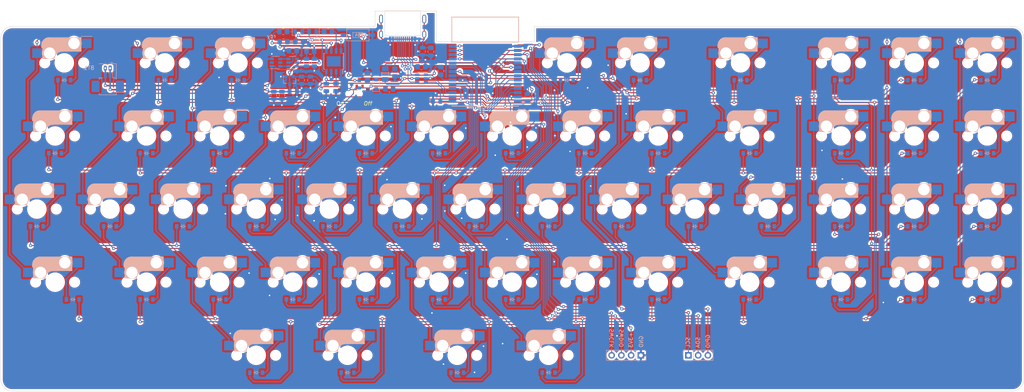
<source format=kicad_pcb>
(kicad_pcb (version 20210925) (generator pcbnew)
  (layers (0 "F.Cu" signal) (31 "B.Cu" signal) (34 "B.Paste" user) (35 "F.Paste" user) (36 "B.SilkS" user "B.Silkscreen") (37 "F.SilkS" user "F.Silkscreen") (38 "B.Mask" user) (39 "F.Mask" user) (44 "Edge.Cuts" user))
  (net 0 "")
  (net 1 "/vbat")
  (net 2 "Net-(BT1-Pad2)")
  (net 3 "/vbus")
  (net 4 "GND")
  (net 5 "Net-(C3-Pad1)")
  (net 6 "Earth")
  (net 7 "/regbat")
  (net 8 "Net-(C10-Pad1)")
  (net 9 "+3V3")
  (net 10 "/Row_1")
  (net 11 "Net-(D1-Pad2)")
  (net 12 "/Row_5")
  (net 13 "Net-(D2-Pad2)")
  (net 14 "Net-(D3-Pad2)")
  (net 15 "Net-(D4-Pad2)")
  (net 16 "Net-(D5-Pad2)")
  (net 17 "Net-(D6-Pad2)")
  (net 18 "/Row_2")
  (net 19 "Net-(D7-Pad2)")
  (net 20 "/Row_6")
  (net 21 "Net-(D8-Pad2)")
  (net 22 "Net-(D9-Pad2)")
  (net 23 "Net-(D10-Pad2)")
  (net 24 "Net-(D11-Pad2)")
  (net 25 "Net-(D12-Pad2)")
  (net 26 "Net-(D13-Pad2)")
  (net 27 "Net-(D14-Pad2)")
  (net 28 "/RT_sw")
  (net 29 "Net-(D16-Pad2)")
  (net 30 "/Row_3")
  (net 31 "Net-(D17-Pad2)")
  (net 32 "/Row_7")
  (net 33 "Net-(D18-Pad2)")
  (net 34 "Net-(D19-Pad2)")
  (net 35 "Net-(D20-Pad2)")
  (net 36 "Net-(D21-Pad2)")
  (net 37 "Net-(D22-Pad2)")
  (net 38 "Net-(D23-Pad2)")
  (net 39 "Net-(D24-Pad2)")
  (net 40 "Net-(D25-Pad2)")
  (net 41 "Net-(D26-Pad2)")
  (net 42 "Net-(D27-Pad2)")
  (net 43 "/Row_4")
  (net 44 "Net-(D28-Pad2)")
  (net 45 "/Row_8")
  (net 46 "Net-(D29-Pad2)")
  (net 47 "Net-(D30-Pad2)")
  (net 48 "Net-(D31-Pad2)")
  (net 49 "Net-(D32-Pad2)")
  (net 50 "Net-(D33-Pad2)")
  (net 51 "Net-(D34-Pad2)")
  (net 52 "Net-(D35-Pad2)")
  (net 53 "Net-(D36-Pad2)")
  (net 54 "Net-(D37-Pad2)")
  (net 55 "Net-(D38-Pad2)")
  (net 56 "Net-(D39-Pad2)")
  (net 57 "/RM_sw")
  (net 58 "Net-(D41-Pad2)")
  (net 59 "Net-(D42-Pad2)")
  (net 60 "Net-(D43-Pad2)")
  (net 61 "Net-(D44-Pad2)")
  (net 62 "Net-(D45-Pad2)")
  (net 63 "Net-(D46-Pad2)")
  (net 64 "Net-(D47-Pad2)")
  (net 65 "Net-(D48-Pad2)")
  (net 66 "Net-(D49-Pad2)")
  (net 67 "Net-(D50-Pad2)")
  (net 68 "Net-(D51-Pad2)")
  (net 69 "Net-(D52-Pad2)")
  (net 70 "Net-(D53-Pad2)")
  (net 71 "Net-(D54-Pad1)")
  (net 72 "Net-(D55-Pad1)")
  (net 73 "Net-(D56-Pad1)")
  (net 74 "Net-(F1-Pad1)")
  (net 75 "/dbus+")
  (net 76 "/dbus-")
  (net 77 "Net-(J1-PadA5)")
  (net 79 "Net-(J1-PadB5)")
  (net 81 "/swdio")
  (net 82 "/swclk")
  (net 83 "/SCL")
  (net 84 "/SDA")
  (net 85 "/Free")
  (net 86 "Net-(Q1-Pad3)")
  (net 87 "Net-(R5-Pad2)")
  (net 88 "Net-(R6-Pad2)")
  (net 89 "Net-(R7-Pad2)")
  (net 90 "Net-(R8-Pad1)")
  (net 91 "/vsense")
  (net 92 "/reset")
  (net 93 "Net-(R11-Pad2)")
  (net 94 "/Col_1")
  (net 95 "/Col_2")
  (net 96 "/Col_4")
  (net 97 "/Col_5")
  (net 98 "/Col_3")
  (net 99 "/Col_6")
  (net 100 "/Col_7")
  (net 102 "Net-(U2-Pad1)")
  (net 103 "Net-(U2-Pad3)")
  (net 105 "/d+")
  (net 106 "/d-")
  (footprint "weteor:CherryMX_Hotswap" (layer "F.Cu") (at 167.63125 127.15)
    (fp_text reference "SW33" hide)
    (fp_text value "SW_Push" hide)
  )
  (footprint "weteor:CherryMX_Hotswap" (layer "F.Cu") (at 291.45625 127.15)
    (fp_text reference "SW52" hide)
    (fp_text value "SW_Push" hide)
  )
  (footprint "weteor:CherryMX_Hotswap" (layer "F.Cu") (at 310.50625 127.15)
    (fp_text reference "SW53" hide)
    (fp_text value "SW_Push" hide)
  )
  (footprint "weteor:CherryMX_Hotswap_1.5u" (layer "F.Cu") (at 248.59375 127.15)
    (fp_text reference "SW37" hide)
    (fp_text value "SW_Push" hide)
  )
  (footprint "weteor:CherryMX_Hotswap" (layer "F.Cu") (at 62.85625 108.1)
    (fp_text reference "SW17" hide)
    (fp_text value "SW_Push" hide)
  )
  (footprint "weteor:CherryMX_Hotswap" (layer "F.Cu") (at 234.30625 108.1)
    (fp_text reference "SW26" hide)
    (fp_text value "SW_Push" hide)
  )
  (footprint "weteor:CherryMX_Hotswap_1.5u" (layer "F.Cu") (at 172.39375 146.2)
    (fp_text reference "SW40" hide)
    (fp_text value "SW_Push" hide)
  )
  (footprint "weteor:CherryMX_Hotswap_1.5u" (layer "F.Cu") (at 143.81875 146.2)
    (fp_text reference "SW39" hide)
    (fp_text value "SW_Push" hide)
  )
  (footprint "weteor:CherryMX_Hotswap" (layer "F.Cu") (at 224.78125 127.15)
    (fp_text reference "SW36" hide)
    (fp_text value "SW_Push" hide)
  )
  (footprint "weteor:CherryMX_Hotswap_1.5u" (layer "F.Cu") (at 67.61875 89.05)
    (fp_text reference "SW7" hide)
    (fp_text value "SW_Push" hide)
  )
  (footprint "weteor:CherryMX_Hotswap" (layer "F.Cu") (at 291.45625 89.05)
    (fp_text reference "SW46" hide)
    (fp_text value "SW_Push" hide)
  )
  (footprint "weteor:CherryMX_Hotswap" (layer "F.Cu") (at 120.00625 146.2)
    (fp_text reference "SW38" hide)
    (fp_text value "SW_Push" hide)
  )
  (footprint "weteor:CherryMX_Hotswap" (layer "F.Cu") (at 272.40625 89.05)
    (fp_text reference "SW45" hide)
    (fp_text value "SW_Push" hide)
  )
  (footprint "weteor:CherryMX_Hotswap" (layer "F.Cu") (at 158.10625 108.1)
    (fp_text reference "SW22" hide)
    (fp_text value "SW_Push" hide)
  )
  (footprint "weteor:CherryMX_Hotswap" (layer "F.Cu") (at 115.24375 70)
    (fp_text reference "SW3" hide)
    (fp_text value "SW_Push" hide)
  )
  (footprint "weteor:CherryMX_Hotswap" (layer "F.Cu") (at 91.43125 127.15)
    (fp_text reference "SW29" hide)
    (fp_text value "SW_Push" hide)
  )
  (footprint "weteor:CherryMX_Hotswap" (layer "F.Cu") (at 196.20625 146.2)
    (fp_text reference "SW41" hide)
    (fp_text value "SW_Push" hide)
  )
  (footprint "weteor:CherryMX_Hotswap_1.75u" (layer "F.Cu") (at 70 70)
    (fp_text reference "SW1" hide)
    (fp_text value "SW_Push" hide)
  )
  (footprint "weteor:CherryMX_Hotswap" (layer "F.Cu") (at 129.53125 89.05)
    (fp_text reference "SW10" hide)
    (fp_text value "SW_Push" hide)
  )
  (footprint "weteor:CherryMX_Hotswap" (layer "F.Cu") (at 291.45625 108.1)
    (fp_text reference "SW49" hide)
    (fp_text value "SW_Push" hide)
  )
  (footprint "weteor:CherryMX_Hotswap" (layer "F.Cu") (at 91.43125 89.05)
    (fp_text reference "SW8" hide)
    (fp_text value "SW_Push" hide)
  )
  (footprint "weteor:CherryMX_Hotswap" (layer "F.Cu") (at 167.63125 89.05)
    (fp_text reference "SW12" hide)
    (fp_text value "SW_Push" hide)
  )
  (footprint "weteor:CherryMX_Hotswap" (layer "F.Cu") (at 139.05625 108.1)
    (fp_text reference "SW21" hide)
    (fp_text value "SW_Push" hide)
  )
  (footprint "weteor:CherryMX_Hotswap" (layer "F.Cu") (at 186.68125 127.15)
    (fp_text reference "SW34" hide)
    (fp_text value "SW_Push" hide)
  )
  (footprint "weteor:CherryMX_Hotswap" (layer "F.Cu") (at 205.73125 127.15)
    (fp_text reference "SW35" hide)
    (fp_text value "SW_Push" hide)
  )
  (footprint "weteor:CherryMX_Hotswap" (layer "F.Cu") (at 110.48125 127.15)
    (fp_text reference "SW30" hide)
    (fp_text value "SW_Push" hide)
  )
  (footprint "weteor:CherryMX_Hotswap" (layer "F.Cu") (at 196.20625 108.1)
    (fp_text reference "SW24" hide)
    (fp_text value "SW_Push" hide)
  )
  (footprint "weteor:CherryMX_Hotswap" (layer "F.Cu") (at 177.15625 108.1)
    (fp_text reference "SW23" hide)
    (fp_text value "SW_Push" hide)
  )
  (footprint "weteor:CherryMX_Hotswap" (layer "F.Cu") (at 200.96875 70)
    (fp_text reference "SW4" hide)
    (fp_text value "SW_Push" hide)
  )
  (footprint "weteor:CherryMX_Hotswap" (layer "F.Cu") (at 310.50625 108.1)
    (fp_text reference "SW50" hide)
    (fp_text value "SW_Push" hide)
  )
  (footprint "weteor:CherryMX_Hotswap" (layer "F.Cu") (at 129.53125 127.15)
    (fp_text reference "SW31" hide)
    (fp_text value "SW_Push" hide)
  )
  (footprint "weteor:CherryMX_Hotswap" (layer "F.Cu") (at 272.40625 108.1)
    (fp_text reference "SW48" hide)
    (fp_text value "SW_Push" hide)
  )
  (footprint "weteor:CherryMX_Hotswap" (layer "F.Cu") (at 148.58125 127.15)
    (fp_text reference "SW32" hide)
    (fp_text value "SW_Push" hide)
  )
  (footprint "weteor:CherryMX_Hotswap" (layer "F.Cu") (at 310.50625 89.05)
    (fp_text reference "SW47" hide)
    (fp_text value "SW_Push" hide)
  )
  (footprint "weteor:CherryMX_Hotswap" (layer "F.Cu") (at 291.45625 70)
    (fp_text reference "SW43" hide)
    (fp_text value "SW_Push" hide)
  )
  (footprint "weteor:CherryMX_Hotswap" (layer "F.Cu") (at 96.19375 70)
    (fp_text reference "SW2" hide)
    (fp_text value "SW_Push" hide)
  )
  (footprint "weteor:CherryMX_Hotswap" (layer "F.Cu") (at 253.35625 108.1)
    (fp_text reference "SW27" hide)
    (fp_text value "SW_Push" hide)
  )
  (footprint "weteor:CherryMX_Hotswap" (layer "F.Cu") (at 224.78125 89.05)
    (fp_text reference "SW15" hide)
    (fp_text value "SW_Push" hide)
  )
  (footprint "weteor:CherryMX_Hotswap" (layer "F.Cu") (at 310.50625 70)
    (fp_text reference "SW44" hide)
    (fp_text value "SW_Push" hide)
  )
  (footprint "weteor:CherryMX_Hotswap" (layer "F.Cu") (at 100.95625 108.1)
    (fp_text reference "SW19" hide)
    (fp_text value "SW_Push" hide)
  )
  (footprint "weteor:CherryMX_Hotswap" (layer "F.Cu") (at 205.73125 89.05)
    (fp_text reference "SW14" hide)
    (fp_text value "SW_Push" hide)
  )
  (footprint "weteor:CherryMX_Hotswap" (layer "F.Cu") (at 81.90625 108.1)
    (fp_text reference "SW18" hide)
    (fp_text value "SW_Push" hide)
  )
  (footprint "weteor:CherryMX_Hotswap" (layer "F.Cu") (at 148.58125 89.05)
    (fp_text reference "SW11" hide)
    (fp_text value "SW_Push" hide)
  )
  (footprint "weteor:CherryMX_Hotswap_1.5u" (layer "F.Cu") (at 67.61875 127.15)
    (fp_text reference "SW28" hide)
    (fp_text value "SW_Push" hide)
  )
  (footprint "weteor:CherryMX_Hotswap" (layer "F.Cu") (at 110.48125 89.05)
    (fp_text reference "SW9" hide)
    (fp_text value "SW_Push" hide)
  )
  (footprint "weteor:CherryMX_Hotswap" (layer "F.Cu") (at 186.68125 89.05)
    (fp_text reference "SW13" hide)
    (fp_text value "SW_Push" hide)
  )
  (footprint "weteor:CherryMX_Hotswap" (layer "F.Cu") (at 120.00625 108.1)
    (fp_text reference "SW20" hide)
    (fp_text value "SW_Push" hide)
  )
  (footprint "weteor:CherryMX_Hotswap" (layer "F.Cu") (at 215.25625 108.1)
    (fp_text reference "SW25" hide)
    (fp_text value "SW_Push" hide)
  )
  (footprint "other_parts:switch_MSK-12C02_smd" (layer "F.Cu") (at 145.515 79.3875 90)
    (fp_text reference "SW55")
    (fp_text value "ON_OFF")
  )
  (footprint "weteor:CherryMX_Hotswap" (layer "F.Cu") (at 272.40625 70)
    (fp_text reference "SW42" hide)
    (fp_text value "SW_Push" hide)
  )
  (footprint "weteor:CherryMX_Hotswap_1.5u" (layer "F.Cu") (at 248.59375 89.05)
    (fp_text reference "SW16" hide)
    (fp_text value "SW_Push" hide)
  )
  (footprint "weteor:CherryMX_Hotswap" (layer "F.Cu") (at 220.01875 70)
    (fp_text reference "SW5" hide)
    (fp_text value "SW_Push" hide)
  )
  (footprint "weteor:CherryMX_Hotswap_1.75u" (layer "F.Cu") (at 246.2125 70)
    (fp_text reference "SW6" hide)
    (fp_text value "SW_Push" hide)
  )
  (footprint "weteor:CherryMX_Hotswap" (layer "F.Cu") (at 272.40625 127.15)
    (fp_text reference "SW51" hide)
    (fp_text value "SW_Push" hide)
  )
  (footprint "Capacitor_SMD:C_0805_2012Metric" (layer "B.Cu") (at 138.28 76.41 -90)
    (fp_text reference "C1" hide)
    (fp_text value "10uF")
  )
  (footprint "weteor:D_SOD-123" (layer "B.Cu") (at 148.58125 93.55)
    (fp_text reference "D11" hide)
    (fp_text value "D")
  )
  (footprint "weteor:D_SOD-123" (layer "B.Cu") (at 205.73125 93.55)
    (fp_text reference "D14" hide)
    (fp_text value "D")
  )
  (footprint "weteor:D_SOD-123" (layer "B.Cu") (at 291.45625 131.65)
    (fp_text reference "D52" hide)
    (fp_text value "D")
  )
  (footprint "weteor:D_SOD-123" (layer "B.Cu") (at 129.53125 93.55)
    (fp_text reference "D10" hide)
    (fp_text value "D")
  )
  (footprint "weteor:D_SOD-123" (layer "B.Cu") (at 100.95625 112.6)
    (fp_text reference "D19" hide)
    (fp_text value "D")
  )
  (footprint "Package_TO_SOT_SMD:SOT-23-6" (layer "B.Cu") (at 163.1 74.05 180)
    (fp_text reference "U3" hide)
    (fp_text value "USBLC6-2SC6")
  )
  (footprint "Capacitor_SMD:C_0805_2012Metric" (layer "B.Cu") (at 133.122856 69.91 -90)
    (fp_text reference "C3" hide)
    (fp_text value "0.1uF")
  )
  (footprint "weteor:D_SOD-123" (layer "B.Cu") (at 110.48125 131.65)
    (fp_text reference "D30" hide)
    (fp_text value "D")
  )
  (footprint "weteor:D_SOD-123" (layer "B.Cu") (at 196.20625 150.7)
    (fp_text reference "D41" hide)
    (fp_text value "D")
  )
  (footprint "weteor:D_SOD-123" (layer "B.Cu") (at 220.01875 74.5)
    (fp_text reference "D5" hide)
    (fp_text value "D")
  )
  (footprint "ms88sf2_oreore:MINEW_MS88SF2" (layer "B.Cu") (at 179.68 58.075 180)
    (fp_text reference "U5" hide)
    (fp_text value "MS88SF2")
  )
  (footprint "Resistor_SMD:R_0805_2012Metric_Pad1.20x1.40mm_HandSolder" (layer "B.Cu") (at 138.76 61.87)
    (fp_text reference "R7" hide)
    (fp_text value "1k")
  )
  (footprint "Capacitor_SMD:C_0805_2012Metric" (layer "B.Cu") (at 167.04 79.95 180)
    (fp_text reference "C10" hide)
    (fp_text value "10uF")
  )
  (footprint "weteor:D_SOD-123" (layer "B.Cu") (at 177.15625 112.6)
    (fp_text reference "D23" hide)
    (fp_text value "D")
  )
  (footprint "weteor:D_SOD-123" (layer "B.Cu") (at 91.43125 131.65)
    (fp_text reference "D29" hide)
    (fp_text value "D")
  )
  (footprint "weteor:D_SOD-123" (layer "B.Cu") (at 272.40625 93.55)
    (fp_text reference "D45" hide)
    (fp_text value "D")
  )
  (footprint "weteor:D_SOD-123" (layer "B.Cu") (at 224.78125 131.65)
    (fp_text reference "D36" hide)
    (fp_text value "D")
  )
  (footprint "Resistor_SMD:R_0805_2012Metric_Pad1.20x1.40mm_HandSolder" (layer "B.Cu") (at 168.13 72.09 90)
    (fp_text reference "R11" hide)
    (fp_text value "100R")
  )
  (footprint "weteor:D_SOD-123" (layer "B.Cu") (at 291.45625 112.6)
    (fp_text reference "D49" hide)
    (fp_text value "D")
  )
  (footprint "Diode_SMD:D_0805_2012Metric" (layer "B.Cu") (at 134.736667 61.87 180)
    (fp_text reference "D55" hide)
    (fp_text value "chrg")
  )
  (footprint "Resistor_SMD:R_0805_2012Metric_Pad1.20x1.40mm_HandSolder" (layer "B.Cu") (at 129.552856 66.84)
    (fp_text reference "R5" hide)
    (fp_text value "1k")
  )
  (footprint "weteor:D_SOD-123" (layer "B.Cu") (at 91.43125 93.55)
    (fp_text reference "D8" hide)
    (fp_text value "D")
  )
  (footprint "Diode_SMD:D_0805_2012Metric" (layer "B.Cu") (at 131.073334 61.87)
    (fp_text reference "D54" hide)
    (fp_text value "rdy")
  )
  (footprint "weteor:D_SOD-123" (layer "B.Cu") (at 205.73125 131.65)
    (fp_text reference "D35" hide)
    (fp_text value "D")
  )
  (footprint "weteor:D_SOD-123" (layer "B.Cu") (at 172.39375 150.7)
    (fp_text reference "D40" hide)
    (fp_text value "D")
  )
  (footprint "weteor:D_SOD-123" (layer "B.Cu") (at 120.00625 150.7)
    (fp_text reference "D38" hide)
    (fp_text value "D")
  )
  (footprint "Package_TO_SOT_SMD:SOT-23-6" (layer "B.Cu") (at 129.502856 69.92)
    (fp_text reference "U2" hide)
    (fp_text value "DW01A")
  )
  (footprint "weteor:D_SOD-123" (layer "B.Cu") (at 115.24375 74.5)
    (fp_text reference "D3" hide)
    (fp_text value "D")
  )
  (footprint "weteor:D_SOD-123" (layer "B.Cu") (at 96.19375 74.5)
    (fp_text reference "D2" hide)
    (fp_text value "D")
  )
  (footprint "Capacitor_SMD:C_0805_2012Metric" (layer "B.Cu") (at 134.16 74.52 -90)
    (fp_text reference "C9" hide)
    (fp_text value "100nF")
  )
  (footprint "weteor:Molex PicoBlade 2Pin smt tht" (layer "B.Cu") (at 81.34 76.148 180)
    (fp_text reference "BT1")
    (fp_text value "Battery_Cell")
  )
  (footprint "Resistor_SMD:R_0805_2012Metric_Pad1.20x1.40mm_HandSolder" (layer "B.Cu") (at 165.52 67.09 -90)
    (fp_text reference "R4" hide)
    (fp_text value "1M")
  )
  (footprint "Capacitor_SMD:C_0805_2012Metric" (layer "B.Cu") (at 135.15 69.91 -90)
    (fp_text reference "C2" hide)
    (fp_text value "10uF")
  )
  (footprint "weteor:D_SOD-123" (layer "B.Cu") (at 186.68125 131.65)
    (fp_text reference "D34" hide)
    (fp_text value "D")
  )
  (footprint "weteor:D_SOD-123" (layer "B.Cu") (at 196.20625 112.6)
    (fp_text reference "D24" hide)
    (fp_text value "D")
  )
  (footprint "Resistor_SMD:R_0805_2012Metric_Pad1.20x1.40mm_HandSolder" (layer "B.Cu") (at 127.15 64.47)
    (fp_text reference "R9" hide)
    (fp_text value "806k")
  )
  (footprint "weteor:D_SOD-123" (layer "B.Cu") (at 248.59375 131.65)
    (fp_text reference "D37" hide)
    (fp_text value "D")
  )
  (footprint "Capacitor_SMD:C_0805_2012Metric" (layer "B.Cu") (at 131.85 74.52 -90)
    (fp_text reference "C8" hide)
    (fp_text value "1uF")
  )
  (footprint "Package_TO_SOT_SMD:SOT-23" (layer "B.Cu") (at 128.71 74.57 -90)
    (fp_text reference "U6" hide)
    (fp_text value "XC6206PxxxMR-Regulator_Linear")
  )
  (footprint "weteor:D_SOD-123" (layer "B.Cu") (at 120.00625 112.6)
    (fp_text reference "D20" hide)
    (fp_text value "D")
  )
  (footprint "weteor:D_SOD-123" (layer "B.Cu") (at 224.78125 93.55)
    (fp_text reference "D15" hide)
    (fp_text value "D")
  )
  (footprint "weteor:D_SOD-123" (layer "B.Cu") (at 143.81875 150.7)
    (fp_text reference "D39" hide)
    (fp_text value "D")
  )
  (footprint "Resistor_SMD:R_0805_2012Metric_Pad1.20x1.40mm_HandSolder" (layer "B.Cu") (at 154.69 76.84 180)
    (fp_text reference "R12" hide)
    (fp_text value "2R2")
  )
  (footprint "weteor:D_SOD-123" (layer "B.Cu") (at 72.22 131.65 180)
    (fp_text reference "D28" hide)
    (fp_text value "D")
  )
  (footprint "Resistor_SMD:R_0805_2012Metric_Pad1.20x1.40mm_HandSolder" (layer "B.Cu") (at 131.21 64.47)
    (fp_text reference "R10" hide)
    (fp_text value "2M")
  )
  (footprint "Capacitor_SMD:C_0805_2012Metric" (layer "B.Cu") (at 163.37 67 90)
    (fp_text reference "C4" hide)
    (fp_text value "1nF")
  )
  (footprint "weteor:Micro_Push_Button_3x6x2.5mm" (layer "B.Cu") (at 146.515 62.725 180)
    (fp_text reference "SW54")
    (fp_text value "SW_RESET")
  )
  (footprint "weteor:D_SOD-123" (layer "B.Cu") (at 62.85625 112.6)
    (fp_text reference "D17" hide)
    (fp_text value "D")
  )
  (footprint "weteor:D_SOD-123" (layer "B.Cu") (at 291.45625 93.55)
    (fp_text reference "D46" hide)
    (fp_text value "D")
  )
  (footprint "weteor:D_SOD-123" (layer "B.Cu") (at 272.40625 112.6)
    (fp_text reference "D48" hide)
    (fp_text value "D")
  )
  (footprint "weteor:D_SOD-123" (layer "B.Cu") (at 158.10625 112.6)
    (fp_text reference "D22" hide)
    (fp_text value "D")
  )
  (footprint "weteor:D_SOD-123" (layer "B.Cu") (at 70 74.5)
    (fp_text reference "D1" hide)
    (fp_text value "D")
  )
  (footprint "weteor:D_SOD-123" (layer "B.Cu") (at 272.40625 131.65)
    (fp_text reference "D51" hide)
    (fp_text value "D")
  )
  (footprint "weteor:D_SOD-123" (layer "B.Cu") (at 167.63125 131.65)
    (fp_text reference "D33" hide)
    (fp_text value "D")
  )
  (footprint "weteor:D_SOD-123" (layer "B.Cu") (at 234.30625 112.6)
    (fp_text reference "D26" hide)
    (fp_text value "D")
  )
  (footprint "Resistor_SMD:R_0805_2012Metric_Pad1.20x1.40mm_HandSolder" (layer "B.Cu") (at 127.05 61.87 180)
    (fp_text reference "R6" hide)
    (fp_text value "1k")
  )
  (footprint "weteor:D_SOD-123" (layer "B.Cu") (at 81.90625 112.6)
    (fp_text reference "D18" hide)
    (fp_text value "D")
  )
  (footprint "weteor:D_SOD-123" (layer "B.Cu") (at 148.58125 131.65)
    (fp_text reference "D32" hide)
    (fp_text value "D")
  )
  (footprint "weteor:D_SOD-123" (layer "B.Cu") (at 186.68125 93.55)
    (fp_text reference "D13" hide)
    (fp_text value "D")
  )
  (footprint "weteor:D_SOD-123" (layer "B.Cu") (at 215.25625 112.6)
    (fp_text reference "D25" hide)
    (fp_text value "D")
  )
  (footprint "Resistor_SMD:R_0805_2012Metric_Pad1.20x1.40mm_HandSolder" (layer "B.Cu") (at 140.81 76.39 -90)
    (fp_text reference "R8" hide)
    (fp_text value "5k")
  )
  (footprint "weteor:D_SOD-123" (layer "B.Cu") (at 167.63125 93.55)
    (fp_text reference "D12" hide)
    (fp_text value "D")
  )
  (footprint "Package_TO_SOT_SMD:SOT-23" (layer "B.Cu") (at 145.87 75.57 180)
    (fp_text reference "Q1" hide)
    (fp_text value "AO3401A")
  )
  (footprint "weteor:USB-C-12-Pin-MidMount" (layer "B.Cu") (at 158.18 56.465 180)
    (fp_text reference "J1" hide)
    (fp_text value "USB_C Main")
  )
  (footprint "weteor:TP4056_SOP-8-PP" (layer "B.Cu") (at 140.21 69.6 90)
    (fp_text reference "U1" hide)
    (fp_text value "TP4056")
  )
  (footprint "weteor:D_SOD-123" (layer "B.Cu") (at 246.2125 74.5)
    (fp_text reference "D6" hide)
    (fp_text value "D")
  )
  (footprint "Capacitor_SMD:C_0805_2012Metric" (layer "B.Cu") (at 129.68 77.49)
    (fp_text reference "C7" hide)
    (fp_text value "1uF")
  )
  (footprint "weteor:D_SOD-123" (layer "B.Cu") (at 139.05625 112.6)
    (fp_text reference "D21" hide)
    (fp_text value "D")
  )
  (footprint "weteor:D_SOD-123" (layer "B.Cu") (at 129.53125 131.65)
    (fp_text reference "D31" hide)
    (fp_text value "D")
  )
  (footprint "weteor:D_SOD-123" (layer "B.Cu") (at 310.50625 131.65)
    (fp_text reference "D53" hide)
    (fp_text value "D")
  )
  (footprint "weteor:D_SOD-123" (layer "B.Cu") (at 310.50625 93.55)
    (fp_text reference "D47" hide)
    (fp_text value "D")
  )
  (footprint "Capacitor_SMD:C_0805_2012Metric" (layer "B.Cu") (at 124.61 78.44 -90)
    (fp_text reference "C6" hide)
    (fp_text value "4.7uF")
  )
  (footprint "Diode_SMD:D_SOD-323_HandSoldering" (layer "B.Cu") (at 151.29 75.58 90)
    (fp_text reference "D56" hide)
    (fp_text value "D_Schottky_Small")
  )
  (footprint "weteor:D_SOD-123" (layer "B.Cu") (at 67.61875 93.55)
    (fp_text reference "D7" hide)
    (fp_text value "D")
  )
  (footprint "weteor:D_SOD-123" (layer "B.Cu") (at 272.40625 74.5)
    (fp_text reference "D42" hide)
    (fp_text value "D")
  )
  (footprint "Resistor_SMD:R_0805_2012Metric_Pad1.20x1.40mm_HandSolder" (layer "B.Cu") (at 163.08 71.01)
    (fp_text reference "R2" hide)
    (fp_text value "5.1k")
  )
  (footprint "weteor:D_SOD-123" (layer "B.Cu") (at 310.50625 112.6)
    (fp_text reference "D50" hide)
    (fp_text value "D")
  )
  (footprint "weteor:D_SOD-123" (layer "B.Cu") (at 291.45625 74.5)
    (fp_text reference "D43" hide)
    (fp_text value "D")
  )
  (footprint "weteor:D_SOD-123" (layer "B.Cu") (at 110.48125 93.55)
    (fp_text reference "D9" hide)
    (fp_text value "D")
  )
  (footprint "Package_TO_SOT_SMD:SOT-23-6" (layer "B.Cu") (at 125.185712 69.93)
    (fp_text reference "U4" hide)
    (fp_text value "FS8205")
  )
  (footprint "weteor:D_SOD-123" (layer "B.Cu") (at 248.59375 93.55)
    (fp_text reference "D16" hide)
    (fp_text value "D")
  )
  (footprint "Resistor_SMD:R_0805_2012Metric_Pad1.20x1.40mm_HandSolder" (layer "B.Cu") (at 148.99 73.575 90)
    (fp_text reference "R13" hide)
    (fp_text value "100k")
  )
  (footprint "Fuse:Fuse_1206_3216Metric" (layer "B.Cu") (at 153.64 72.93 -90)
    (fp_text reference "F1" hide)
    (fp_text value "500mA")
  )
  (footprint "Capacitor_SMD:C_0805_2012Metric" (layer "B.Cu") (at 190.7 79.04 90)
    (fp_text reference "C11")
    (fp_text value "10uF")
  )
  (footprint "weteor:D_SOD-123" (layer "B.Cu") (at 253.35625 112.6)
    (fp_text reference "D27" hide)
    (fp_text value "D")
  )
  (footprint "weteor:D_SOD-123" (layer "B.Cu") (at 310.50625 74.5)
    (fp_text reference "D44" hide)
    (fp_text value "D")
  )
  (footprint "Resistor_SMD:R_0805_2012Metric_Pad1.20x1.40mm_HandSolder" (layer "B.Cu") (at 156.15 72.54 -90)
    (fp_text reference "R1" hide)
    (fp_text value "5.1k")
  )
  (footprint "Capacitor_SMD:C_0805_2012Metric" (layer "B.Cu") (at 126.72 78.44 -90)
    (fp_text reference "C5" hide)
    (fp_text value "4.7uF")
  )
  (footprint "weteor:D_SOD-123" (layer "B.Cu") (at 200.96875 74.5)
    (fp_text reference "D4" hide)
    (fp_text value "D")
  )
  (footprint "Connector_PinHeader_2.54mm:PinHeader_1x03_P2.54mm_Vertical" (layer "B.Cu") (at 232.635 146.2 -90)
    (fp_text reference "J3" hide)
    (fp_text value "Conn_01x03")
  )
  (footprint "Resistor_SMD:R_0805_2012Metric_Pad1.20x1.40mm_HandSolder" (layer "B.Cu") (at 134.13 67)
    (fp_text reference "R3" hide)
    (fp_text value "100")
  )
  (footprint "Connector_PinHeader_2.54mm:PinHeader_1x04_P2.54mm_Vertical" (layer "B.Cu") (at 220.25 146.2 90)
    (fp_text reference "J2" hide)
    (fp_text value "BL_CONN")
  )
  (gr_line (start 153.5 62.9) (end 162.85 62.9) (layer "Edge.Cuts") (width 0.1))
  (gr_line locked (start 56.5 155.5) (end 317.143325 155.5) (layer "Edge.Cuts") (width 0.1))
  (gr_line (start 167 64.5) (end 192.5 64.5) (layer "Edge.Cuts") (width 0.1))
  (gr_arc locked (start 317.05 63.449999) (end 316.95 60.5) (angle 90) (layer "Edge.Cuts") (width 0.1))
  (gr_line (start 153.5 56.5) (end 151 56.5) (layer "Edge.Cuts") (width 0.1))
  (gr_line (start 320 152.484746) (end 319.999999 63.349999) (layer "Edge.Cuts") (width 0.1))
  (gr_arc locked (start 56.449998 63.45) (end 53.5 63.5) (angle 90) (layer "Edge.Cuts") (width 0.1))
  (gr_arc locked (start 317.064036 152.564035) (end 320 152.484746) (angle 90) (layer "Edge.Cuts") (width 0.1))
  (gr_line (start 167 64.5) (end 167 56.5) (layer "Edge.Cuts") (width 0.1))
  (gr_line (start 192.5 64.5) (end 192.5 60.5) (layer "Edge.Cuts") (width 0.1))
  (gr_line (start 167 56.5) (end 162.85 56.5) (layer "Edge.Cuts") (width 0.1))
  (gr_line (start 316.95 60.5) (end 192.5 60.5) (layer "Edge.Cuts") (width 0.1))
  (gr_line (start 53.5 63.5) (end 53.500002 152.643326) (layer "Edge.Cuts") (width 0.1))
  (gr_arc locked (start 56.428338 152.571664) (end 56.5 155.5) (angle 90) (layer "Edge.Cuts") (width 0.1))
  (gr_line (start 151 56.5) (end 151 60.5) (layer "Edge.Cuts") (width 0.1))
  (gr_line (start 153.5 56.5) (end 153.5 62.9) (layer "Edge.Cuts") (width 0.1))
  (gr_line (start 162.85 62.9) (end 162.85 56.5) (layer "Edge.Cuts") (width 0.1))
  (gr_line (start 151 60.5) (end 56.399998 60.500002) (layer "Edge.Cuts") (width 0.1))
  (gr_text "SDA" (at 235.14 142.85 90) (layer "B.SilkS") (effects (font (size 1 1)) (justify mirror)))
  (gr_text "SWCLK" (at 212.63 141.76 90) (layer "B.SilkS") (effects (font (size 1 1)) (justify mirror)))
  (gr_text "+3V3" (at 217.63 142.2 90) (layer "B.SilkS") (effects (font (size 1 1)) (justify mirror)))
  (gr_text "GPIO" (at 237.73 142.56 90) (layer "B.SilkS") (effects (font (size 1 1)) (justify mirror)))
  (gr_text "SWDIO" (at 215.17 141.73 90) (layer "B.SilkS") (effects (font (size 1 1)) (justify mirror)))
  (gr_text "SCL" (at 232.54 142.84 90) (layer "B.SilkS") (effects (font (size 1 1)) (justify mirror)))
  (gr_text "GND\n" (at 220.34 142.65 90) (layer "B.SilkS") (effects (font (size 1 1)) (justify mirror)))
  (gr_text "Off" (at 149.115 80.6) (layer "F.SilkS") (effects (font (size 1 1) (thickness 0.15) italic)))
  (gr_text "On" (at 141.89 80.6) (layer "F.SilkS") (effects (font (size 1 1))))
  (segment (start 135.14 65.57) (end 138.28 65.57) (width 0.4) (layer "F.Cu") (net 1))
  (segment (start 81.995 76.98) (end 122.86 76.98) (width 0.4) (layer "F.Cu") (net 1))
  (segment (start 138.28 65.57) (end 138.29 65.58) (width 0.4) (layer "F.Cu") (net 1))
  (segment (start 135.14 65.57) (end 126.48 65.57) (width 0.4) (layer "F.Cu") (net 1))
  (segment (start 126.48 65.57) (end 126.23 65.82) (width 0.4) (layer "F.Cu") (net 1))
  (segment (start 128.71 72.4545) (end 131.1845 69.98) (width 0.4) (layer "F.Cu") (net 1))
  (segment (start 81.965 76.95) (end 81.995 76.98) (width 0.4) (layer "F.Cu") (net 1))
  (segment (start 131.1845 69.98) (end 136.402856 69.98) (width 0.4) (layer "F.Cu") (net 1))
  (via (at 135.14 65.57) (size 0.8) (drill 0.4) (layers "F.Cu" "B.Cu") (net 1))
  (via (at 136.402856 69.98) (size 0.8) (drill 0.4) (layers "F.Cu" "B.Cu") (net 1))
  (via (at 128.71 72.4545) (size 0.8) (drill 0.4) (layers "F.Cu" "B.Cu") (net 1))
  (via (at 81.965 76.95) (size 0.8) (drill 0.4) (layers "F.Cu" "B.Cu") (net 1))
  (via (at 126.23 65.82) (size 0.8) (drill 0.4) (layers "F.Cu" "B.Cu") (net 1))
  (via (at 138.29 65.58) (size 0.8) (drill 0.4) (layers "F.Cu" "B.Cu") (net 1))
  (via (at 122.86 76.98) (size 0.8) (drill 0.4) (layers "F.Cu" "B.Cu") (net 1))
  (segment (start 126.23 65.82) (end 126.23 64.55) (width 0.4) (layer "B.Cu") (net 1))
  (segment (start 135.952856 68.96) (end 135.15 68.96) (width 0.4) (layer "B.Cu") (net 1))
  (segment (start 138.29 66.885) (end 138.305 66.9) (width 0.4) (layer "B.Cu") (net 1))
  (segment (start 135.13 67) (end 135.13 65.58) (width 0.4) (layer "B.Cu") (net 1))
  (segment (start 81.96 73.230893) (end 81.96 76.945) (width 0.4) (layer "B.Cu") (net 1))
  (segment (start 123.37 77.49) (end 122.86 76.98) (width 0.4) (layer "B.Cu") (net 1))
  (segment (start 124.61 77.49) (end 123.37 77.49) (width 0.4) (layer "B.Cu") (net 1))
  (segment (start 138.305 65.905) (end 138.305 66.9) (width 0.4) (layer "B.Cu") (net 1))
  (segment (start 81.96 73.230893) (end 81.96 71.398) (width 0.4) (layer "B.Cu") (net 1))
  (segment (start 81.96 71.398) (end 81.95 71.388) (width 0.4) (layer "B.Cu") (net 1))
  (segment (start 136.402856 69.41) (end 135.952856 68.96) (width 0.4) (layer "B.Cu") (net 1))
  (segment (start 135.13 68.94) (end 135.15 68.96) (width 0.4) (layer "B.Cu") (net 1))
  (segment (start 138.29 65.58) (end 138.29 66.885) (width 0.4) (layer "B.Cu") (net 1))
  (segment (start 136.402856 69.98) (end 136.402856 69.41) (width 0.4) (layer "B.Cu") (net 1))
  (segment (start 135.13 65.58) (end 135.14 65.57) (width 0.4) (layer "B.Cu") (net 1))
  (segment (start 135.13 67) (end 135.13 68.94) (width 0.4) (layer "B.Cu") (net 1))
  (segment (start 126.23 64.55) (end 126.15 64.47) (width 0.4) (layer "B.Cu") (net 1))
  (segment (start 128.73 75.59) (end 128.71 75.57) (width 0.4) (layer "B.Cu") (net 1))
  (segment (start 126.72 77.49) (end 128.73 77.49) (width 0.4) (layer "B.Cu") (net 1))
  (segment (start 128.73 77.49) (end 128.73 75.59) (width 0.4) (layer "B.Cu") (net 1))
  (segment (start 81.96 76.945) (end 81.965 76.95) (width 0.4) (layer "B.Cu") (net 1))
  (segment (start 126.72 77.49) (end 124.61 77.49) (width 0.4) (layer "B.Cu") (net 1))
  (segment (start 128.71 75.57) (end 128.71 72.33) (width 0.4) (layer "B.Cu") (net 1))
  (segment (start 122.89 75.92) (end 81.86 75.92) (width 0.4) (layer "F.Cu") (net 2))
  (segment (start 81.86 75.92) (end 80.735 75.92) (width 0.4) (layer "F.Cu") (net 2))
  (segment (start 80.735 75.92) (end 80.715 75.9) (width 0.4) (layer "F.Cu") (net 2))
  (via (at 80.715 75.9) (size 0.8) (drill 0.4) (layers "F.Cu" "B.Cu") (net 2))
  (via (at 122.89 75.92) (size 0.8) (drill 0.4) (layers "F.Cu" "B.Cu") (net 2))
  (segment (start 80.71 73.230893) (end 80.71 71.398) (width 0.4) (layer "B.Cu") (net 2))
  (segment (start 133.122856 70.86) (end 130.612856 70.86) (width 0.25) (layer "B.Cu") (net 2))
  (segment (start 124.78169 70.88) (end 124.085712 70.88) (width 0.25) (layer "B.Cu") (net 2))
  (segment (start 124.085712 74.724288) (end 122.89 75.92) (width 0.4) (layer "B.Cu") (net 2))
  (segment (start 124.085712 70.88) (end 124.085712 74.724288) (width 0.4) (layer "B.Cu") (net 2))
  (segment (start 125.052856 71.151166) (end 124.78169 70.88) (width 0.25) (layer "B.Cu") (net 2))
  (segment (start 80.715 73.235893) (end 80.71 73.230893) (width 0.4) (layer "B.Cu") (net 2))
  (segment (start 80.71 71.398) (end 80.7 71.388) (width 0.4) (layer "B.Cu") (net 2))
  (segment (start 130.602856 70.87) (end 129.822856 70.87) (width 0.25) (layer "B.Cu") (net 2))
  (segment (start 80.715 75.9) (end 80.715 73.235893) (width 0.4) (layer "B.Cu") (net 2))
  (segment (start 128.962856 71.73) (end 125.63169 71.73) (width 0.25) (layer "B.Cu") (net 2))
  (segment (start 129.822856 70.87) (end 128.962856 71.73) (width 0.25) (layer "B.Cu") (net 2))
  (segment (start 125.63169 71.73) (end 125.052856 71.151166) (width 0.25) (layer "B.Cu") (net 2))
  (segment (start 130.612856 70.86) (end 130.602856 70.87) (width 0.25) (layer "B.Cu") (net 2))
  (segment (start 142.060833 64.050833) (end 142.115 64.105) (width 0.25) (layer "F.Cu") (net 3))
  (segment (start 145.73 74.59) (end 138.53 74.59) (width 0.25) (layer "F.Cu") (net 3))
  (segment (start 158.72 74.06) (end 160.56 74.06) (width 0.25) (layer "F.Cu") (net 3))
  (segment (start 158.69 74.09) (end 158.72 74.06) (width 0.25) (layer "F.Cu") (net 3))
  (segment (start 134.63 64.05) (end 134.630833 64.050833) (width 0.25) (layer "F.Cu") (net 3))
  (segment (start 134.630833 64.050833) (end 137.240833 64.050833) (width 0.25) (layer "F.Cu") (net 3))
  (segment (start 137.240833 64.050833) (end 142.060833 64.050833) (width 0.25) (layer "F.Cu") (net 3))
  (segment (start 138.53 74.59) (end 138.28 74.34) (width 0.25) (layer "F.Cu") (net 3))
  (via (at 137.240833 64.050833) (size 0.8) (drill 0.4) (layers "F.Cu" "B.Cu") (net 3))
  (via (at 160.56 74.06) (size 0.8) (drill 0.4) (layers "F.Cu" "B.Cu") (net 3))
  (via (at 138.28 74.34) (size 0.8) (drill 0.4) (layers "F.Cu" "B.Cu") (net 3))
  (via (at 134.63 64.05) (size 0.8) (drill 0.4) (layers "F.Cu" "B.Cu") (net 3))
  (via (at 145.73 74.59) (size 0.8) (drill 0.4) (layers "F.Cu" "B.Cu") (net 3))
  (via (at 142.115 64.105) (size 0.8) (drill 0.4) (layers "F.Cu" "B.Cu") (net 3))
  (via (at 158.69 74.09) (size 0.8) (drill 0.4) (layers "F.Cu" "B.Cu") (net 3))
  (segment (start 151.05 74.57) (end 151.29 74.33) (width 0.25) (layer "B.Cu") (net 3))
  (segment (start 160.57 74.05) (end 160.56 74.06) (width 0.25) (layer "B.Cu") (net 3))
  (segment (start 153.64 75.19) (end 153.64 74.33) (width 0.25) (layer "B.Cu") (net 3))
  (segment (start 137.63 72.3) (end 137.23 71.9) (width 0.25) (layer "B.Cu") (net 3))
  (segment (start 138.28 74.34) (end 138.28 72.325) (width 0.25) (layer "B.Cu") (net 3))
  (segment (start 133.799167 61.87) (end 133.799167 63.219167) (width 0.25) (layer "B.Cu") (net 3))
  (segment (start 148.98 74.57) (end 146.92 74.57) (width 0.25) (layer "B.Cu") (net 3))
  (segment (start 133.799167 63.219167) (end 134.63 64.05) (width 0.25) (layer "B.Cu") (net 3))
  (segment (start 157.18 75.6) (end 154.05 75.6) (width 0.25) (layer "B.Cu") (net 3))
  (segment (start 146.92 74.57) (end 146.87 74.62) (width 0.25) (layer "B.Cu") (net 3))
  (segment (start 146.84 74.59) (end 146.87 74.62) (width 0.25) (layer "B.Cu") (net 3))
  (segment (start 154.05 75.6) (end 153.64 75.19) (width 0.25) (layer "B.Cu") (net 3))
  (segment (start 138.28 75.46) (end 138.28 74.34) (width 0.25) (layer "B.Cu") (net 3))
  (segment (start 145.73 74.59) (end 146.84 74.59) (width 0.25) (layer "B.Cu") (net 3))
  (segment (start 137.23 71.9) (end 137.23 64.061666) (width 0.25) (layer "B.Cu") (net 3))
  (segment (start 138.28 72.325) (end 138.305 72.3) (width 0.25) (layer "B.Cu") (net 3))
  (segment (start 148.98 74.57) (end 151.05 74.57) (width 0.25) (layer "B.Cu") (net 3))
  (segment (start 158.69 74.09) (end 157.18 75.6) (width 0.25) (layer "B.Cu") (net 3))
  (segment (start 137.23 64.061666) (end 137.240833 64.050833) (width 0.25) (layer "B.Cu") (net 3))
  (segment (start 142.115 64.105) (end 142.115 66.9) (width 0.25) (layer "B.Cu") (net 3))
  (segment (start 132.010834 61.87) (end 133.799167 61.87) (width 0.25) (layer "B.Cu") (net 3))
  (segment (start 153.64 74.33) (end 151.29 74.33) (width 0.25) (layer "B.Cu") (net 3))
  (segment (start 162 74.05) (end 160.57 74.05) (width 0.25) (layer "B.Cu") (net 3))
  (segment (start 138.305 72.3) (end 137.63 72.3) (width 0.25) (layer "B.Cu") (net 3))
  (via (at 111.98 109.32) (size 0.8) (drill 0.4) (layers "F.Cu" "B.Cu") (net 4))
  (via (at 184.22 143.15) (size 0.8) (drill 0.4) (layers "F.Cu" "B.Cu") (net 4))
  (via (at 157.704295 73.9245) (size 0.8) (drill 0.4) (layers "F.Cu" "B.Cu") (net 4))
  (via (at 131.84 76.58) (size 0.8) (drill 0.4) (layers "F.Cu" "B.Cu") (net 4))
  (via (at 272.76 100.26) (size 0.8) (drill 0.4) (layers "F.Cu" "B.Cu") (net 4))
  (via (at 180.43 70.91) (size 0.8) (drill 0.4) (layers "F.Cu" "B.Cu") (net 4))
  (via (at 182.3 94.06) (size 0.8) (drill 0.4) (layers "F.Cu" "B.Cu") (net 4))
  (via (at 166.75 77.89) (size 0.8) (drill 0.4) (layers "F.Cu" "B.Cu") (net 4))
  (via (at 197.86 88.98) (size 0.8) (drill 0.4) (layers "F.Cu" "B.Cu") (net 4))
  (via (at 124.96 110.8) (size 0.8) (drill 0.4) (layers "F.Cu" "B.Cu") (net 4))
  (via (at 174.6 124.78) (size 0.8) (drill 0.4) (layers "F.Cu" "B.Cu") (net 4))
  (via (at 163.19 110.68) (size 0.8) (drill 0.4) (layers "F.Cu" "B.Cu") (net 4))
  (via (at 148.89 62.75) (size 0.8) (drill 0.4) (layers "F.Cu" "B.Cu") (net 4))
  (via (at 162.15 67.02) (size 0.8) (drill 0.4) (layers "F.Cu" "B.Cu") (net 4))
  (via (at 154.1 100.42) (size 0.8) (drill 0.4) (layers "F.Cu" "B.Cu") (net 4))
  (via (at 126.68 105.72) (size 0.8) (drill 0.4) (layers "F.Cu" "B.Cu") (net 4))
  (via (at 283.43 132.43) (size 0.8) (drill 0.4) (layers "F.Cu" "B.Cu") (net 4))
  (via (at 136.3 86.72) (size 0.8) (drill 0.4) (layers "F.Cu" "B.Cu") (net 4))
  (via (at 206.38 76.5) (size 0.8) (drill 0.4) (layers "F.Cu" "B.Cu") (net 4))
  (via (at 164.09 69.2155) (size 0.8) (drill 0.4) (layers "F.Cu" "B.Cu") (net 4))
  (via (at 192.92 86.95) (size 0.8) (drill 0.4) (layers "F.Cu" "B.Cu") (net 4))
  (via (at 279.22 86.88) (size 0.8) (drill 0.4) (layers "F.Cu" "B.Cu") (net 4))
  (via (at 193.17 125.08) (size 0.8) (drill 0.4) (layers "F.Cu" "B.Cu") (net 4))
  (via (at 161.42 65.32) (size 0.8) (drill 0.4) (layers "F.Cu" "B.Cu") (net 4))
  (via (at 174.62 87) (size 0.8) (drill 0.4) (layers "F.Cu" "B.Cu") (net 4))
  (via (at 140.615 84.2) (size 0.8) (drill 0.4) (layers "F.Cu" "B.Cu") (net 4))
  (via (at 190.64 91.93) (size 0.8) (drill 0.4) (layers "F.Cu" "B.Cu") (net 4))
  (via (at 207.16 102.08) (size 0.8) (drill 0.4) (layers "F.Cu" "B.Cu") (net 4))
  (via (at 138.69 79.0995) (size 0.8) (drill 0.4) (layers "F.Cu" "B.Cu") (net 4))
  (via (at 143.1755 72.25) (size 0.8) (drill 0.4) (layers "F.Cu" "B.Cu") (net 4))
  (via (at 135.16 72.06) (size 0.8) (drill 0.4) (layers "F.Cu" "B.Cu") (net 4))
  (via (at 179.25 143.82) (size 0.8) (drill 0.4) (layers "F.Cu" "B.Cu") (net 4))
  (via (at 185.36 115.94) (size 0.8) (drill 0.4) (layers "F.Cu" "B.Cu") (net 4))
  (via (at 130.78 109.76) (size 0.8) (drill 0.4) (layers "F.Cu" "B.Cu") (net 4))
  (via (at 188.24 102.26) (size 0.8) (drill 0.4) (layers "F.Cu" "B.Cu") (net 4))
  (via (at 197.74 77.14) (size 0.8) (drill 0.4) (layers "F.Cu" "B.Cu") (net 4))
  (via (at 188.1 109.01) (size 0.8) (drill 0.4) (layers "F.Cu" "B.Cu") (net 4))
  (via (at 124.59 80.9995) (size 0.8) (drill 0.4) (layers "F.Cu" "B.Cu") (net 4))
  (via (at 216.41 83.27) (size 0.8) (drill 0.4) (layers "F.Cu" "B.Cu") (net 4))
  (via (at 169.17 108.6) (size 0.8) (drill 0.4) (layers "F.Cu" "B.Cu") (net 4))
  (via (at 110.34 73.8) (size 0.8) (drill 0.4) (layers "F.Cu" "B.Cu") (net 4))
  (via (at 181.64 77.9) (size 0.8) (drill 0.4) (layers "F.Cu" "B.Cu") (net 4))
  (via (at 197.7 83.59) (size 0.8) (drill 0.4) (layers "F.Cu" "B.Cu") (net 4))
  (via (at 145.53 105.85) (size 0.8) (drill 0.4) (layers "F.Cu" "B.Cu") (net 4))
  (via (at 173.56 110.47) (size 0.8) (drill 0.4) (layers "F.Cu" "B.Cu") (net 4))
  (via (at 176.91 150.64) (size 0.8) (drill 0.4) (layers "F.Cu" "B.Cu") (net 4))
  (via (at 155.48 124.84) (size 0.8) (drill 0.4) (layers "F.Cu" "B.Cu") (net 4))
  (via (at 112.13 102.02) (size 0.8) (drill 0.4) (layers "F.Cu" "B.Cu") (net 4))
  (via (at 133.49 64.120989) (size 0.8) (drill 0.4) (layers "F.Cu" "B.Cu") (net 4))
  (via (at 267.44 92.8) (size 0.8) (drill 0.4) (layers "F.Cu" "B.Cu") (net 4))
  (via (at 168.815 148.5) (size 0.8) (drill 0.4) (layers "F.Cu" "B.Cu") (net 4))
  (via (at 136.42 125.02) (size 0.8) (drill 0.4) (layers "F.Cu" "B.Cu") (net 4))
  (via (at 134.15 76.56) (size 0.8) (drill 0.4) (layers "F.Cu" "B.Cu") (net 4))
  (via (at 139.56 73.74) (size 0.8) (drill 0.4) (layers "F.Cu" "B.Cu") (net 4))
  (via (at 186.51 78.7005) (size 0.8) (drill 0.4) (layers "F.Cu" "B.Cu") (net 4))
  (via (at 124.082856 67.66) (size 0.8) (drill 0.4) (layers "F.Cu" "B.Cu") (net 4))
  (via (at 131.03 102.26) (size 0.8) (drill 0.4) (layers "F.Cu" "B.Cu") (net 4))
  (via (at 197.68 121.8) (size 0.8) (drill 0.4) (layers "F.Cu" "B.Cu") (net 4))
  (via (at 113.27 140.48) (size 0.8) (drill 0.4) (layers "F.Cu" "B.Cu") (net 4))
  (via (at 148.97 71.375) (size 0.8) (drill 0.4) (layers "F.Cu" "B.Cu") (net 4))
  (via (at 165.37 74.03) (size 0.8) (drill 0.4) (layers "F.Cu" "B.Cu") (net 4))
  (via (at 174.56 77.83) (size 0.8) (drill 0.4) (layers "F.Cu" "B.Cu") (net 4))
  (via (at 211.73 70.62) (size 0.8) (drill 0.4) (layers "F.Cu" "B.Cu") (net 4))
  (via (at 166.93 68.08) (size 0.8) (drill 0.4) (layers "F.Cu" "B.Cu") (net 4))
  (via (at 177.64 73.61) (size 0.8) (drill 0.4) (layers "F.Cu" "B.Cu") (net 4))
  (via (at 126.71 80.9995) (size 0.8) (drill 0.4) (layers "F.Cu" "B.Cu") (net 4))
  (via (at 154.93 65.3) (size 0.8) (drill 0.4) (layers "F.Cu" "B.Cu") (net 4))
  (via (at 140.79 79.0995) (size 0.8) (drill 0.4) (layers "F.Cu" "B.Cu") (net 4))
  (via (at 130.63 78.826) (size 0.8) (drill 0.4) (layers "F.Cu" "B.Cu") (net 4))
  (via (at 155.13 86.61) (size 0.8) (drill 0.4) (layers "F.Cu" "B.Cu") (net 4))
  (via (at 173.81 74.51) (size 0.8) (drill 0.4) (layers "F.Cu" "B.Cu") (net 4))
  (via (at 214.03 141.13) (size 0.8) (drill 0.4) (layers "F.Cu" "B.Cu") (net 4))
  (via (at 157.73 72.4) (size 0.8) (drill 0.4) (layers "F.Cu" "B.Cu") (net 4))
  (via (at 165.81 135.17) (size 0.8) (drill 0.4) (layers "F.Cu" "B.Cu") (net 4))
  (via (at 123.49 130.6) (size 0.8) (drill 0.4) (layers "F.Cu" "B.Cu") (net 4))
  (via (at 169.13 101.9) (size 0.8) (drill 0.4) (layers "F.Cu" "B.Cu") (net 4))
  (via (at 135.1 111.14) (size 0.8) (drill 0.4) (layers "F.Cu" "B.Cu") (net 4))
  (via (at 201.8 93.08) (size 0.8) (drill 0.4) (layers "F.Cu" "B.Cu") (net 4))
  (via (at 190.69 76.9) (size 0.8) (drill 0.4) (layers "F.Cu" "B.Cu") (net 4))
  (via (at 123.57 100.15) (size 0.8) (drill 0.4) (layers "F.Cu" "B.Cu") (net 4))
  (via (at 126.43 73.58) (size 0.8) (drill 0.4) (layers "F.Cu" "B.Cu") (net 4))
  (via (at 127.2 66.85) (size 0.8) (drill 0.4) (layers "F.Cu" "B.Cu") (net 4))
  (via (at 118.17 124.78) (size 0.8) (drill 0.4) (layers "F.Cu" "B.Cu") (net 4))
  (segment (start 132.21 64.47) (end 133.140989 64.47) (width 0.25) (layer "B.Cu") (net 4))
  (segment (start 138.28 78.6895) (end 138.69 79.0995) (width 0.25) (layer "B.Cu") (net 4))
  (segment (start 131.85 75.47) (end 131.85 76.57) (width 0.25) (layer "B.Cu") (net 4))
  (segment (start 162.15 67.02) (end 163.08 67.95) (width 0.25) (layer "B.Cu") (net 4))
  (segment (start 161.43 65.31) (end 161.42 65.32) (width 0.25) (layer "B.Cu") (net 4))
  (segment (start 138.28 77.36) (end 138.28 78.6895) (width 0.25) (layer "B.Cu") (net 4))
  (segment (start 124.61 80.9795) (end 124.59 80.9995) (width 0.25) (layer "B.Cu") (net 4))
  (segment (start 139.56 73.74) (end 139.575 73.725) (width 0.25) (layer "B.Cu") (net 4))
  (segment (start 135.15 72.05) (end 135.16 72.06) (width 0.25) (layer "B.Cu") (net 4))
  (segment (start 140.81 79.0795) (end 140.79 79.0995) (width 0.25) (layer "B.Cu") (net 4))
  (segment (start 130.63 78.826) (end 130.63 77.49) (width 0.25) (layer "B.Cu") (net 4))
  (segment (start 148.915 62.725) (end 148.89 62.75) (width 0.25) (layer "B.Cu") (net 4))
  (segment (start 124.082856 67.66) (end 124.082856 68.977144) (width 0.25) (layer "B.Cu") (net 4))
  (segment (start 127.21 66.84) (end 127.2 66.85) (width 0.25) (layer "B.Cu") (net 4))
  (segment (start 139.575 73.725) (end 139.575 72.3) (width 0.25) (layer "B.Cu") (net 4))
  (segment (start 165.52 68.09) (end 166.92 68.09) (width 0.25) (layer "B.Cu") (net 4))
  (segment (start 157.704295 73.9245) (end 157.319795 73.54) (width 0.25) (layer "B.Cu") (net 4))
  (segment (start 150.315 62.725) (end 148.915 62.725) (width 0.25) (layer "B.Cu") (net 4))
  (segment (start 164.08 69.2255) (end 164.09 69.2155) (width 0.25) (layer "B.Cu") (net 4))
  (segment (start 142.115 72.3) (end 143.1255 72.3) (width 0.25) (layer "B.Cu") (net 4))
  (segment (start 131.85 76.57) (end 131.84 76.58) (width 0.25) (layer "B.Cu") (net 4))
  (segment (start 124.082856 68.977144) (end 124.085712 68.98) (width 0.25) (layer "B.Cu") (net 4))
  (segment (start 124.61 79.39) (end 124.61 80.9795) (width 0.25) (layer "B.Cu") (net 4))
  (segment (start 154.93 65.3) (end 154.93 63.7) (width 0.25) (layer "B.Cu") (net 4))
  (segment (start 143.1255 72.3) (end 143.1755 72.25) (width 0.25) (layer "B.Cu") (net 4))
  (segment (start 157.319795 73.54) (end 156.15 73.54) (width 0.25) (layer "B.Cu") (net 4))
  (segment (start 128.552856 66.84) (end 127.21 66.84) (width 0.25) (layer "B.Cu") (net 4))
  (segment (start 165.35 74.05) (end 165.37 74.03) (width 0.25) (layer "B.Cu") (net 4))
  (segment (start 166.09 78.55) (end 166.75 77.89) (width 0.25) (layer "B.Cu") (net 4))
  (segment (start 161.43 63.7) (end 161.43 65.31) (width 0.25) (layer "B.Cu") (net 4))
  (segment (start 126.44 73.57) (end 126.43 73.58) (width 0.25) (layer "B.Cu") (net 4))
  (segment (start 127.76 73.57) (end 126.44 73.57) (width 0.25) (layer "B.Cu") (net 4))
  (segment (start 166.09 79.95) (end 166.09 78.55) (width 0.25) (layer "B.Cu") (net 4))
  (segment (start 163.08 67.95) (end 163.37 67.95) (width 0.25) (layer "B.Cu") (net 4))
  (segment (start 190.7 76.91) (end 190.7 78.09) (width 0.25) (layer "B.Cu") (net 4))
  (segment (start 140.81 77.39) (end 140.81 79.0795) (width 0.25) (layer "B.Cu") (net 4))
  (segment (start 188.18 78.865) (end 186.6745 78.865) (width 0.25) (layer "B.Cu") (net 4))
  (segment (start 164.08 71.01) (end 164.08 69.2255) (width 0.25) (layer "B.Cu") (net 4))
  (segment (start 126.72 79.39) (end 126.72 80.9895) (width 0.25) (layer "B.Cu") (net 4))
  (segment (start 135.15 70.86) (end 135.15 72.05) (width 0.25) (layer "B.Cu") (net 4))
  (segment (start 134.16 76.55) (end 134.15 76.56) (width 0.25) (layer "B.Cu") (net 4))
  (segment (start 190.69 76.9) (end 190.7 76.91) (width 0.25) (layer "B.Cu") (net 4))
  (segment (start 133.140989 64.47) (end 133.49 64.120989) (width 0.25) (layer "B.Cu") (net 4))
  (segment (start 148.99 71.395) (end 148.99 72.575) (width 0.25) (layer "B.Cu") (net 4))
  (segment (start 186.6745 78.865) (end 186.51 78.7005) (width 0.25) (layer "B.Cu") (net 4))
  (segment (start 126.72 80.9895) (end 126.71 80.9995) (width 0.25) (layer "B.Cu") (net 4))
  (segment (start 134.16 75.47) (end 134.16 76.55) (width 0.25) (layer "B.Cu") (net 4))
  (segment (start 164.2 74.05) (end 165.35 74.05) (width 0.25) (layer "B.Cu") (net 4))
  (segment (start 133.13 68.952856) (end 133.122856 68.96) (width 0.25) (layer "B.Cu") (net 5))
  (segment (start 131.28 69.92) (end 132.24 68.96) (width 0.25) (layer "B.Cu") (net 5))
  (segment (start 133.13 67) (end 133.13 68.952856) (width 0.25) (layer "B.Cu") (net 5))
  (segment (start 130.602856 69.92) (end 131.28 69.92) (width 0.25) (layer "B.Cu") (net 5))
  (segment (start 132.24 68.96) (end 133.122856 68.96) (width 0.25) (layer "B.Cu") (net 5))
  (segment (start 163.8 62.565) (end 163.8 58.565) (width 0.25) (layer "F.Cu") (net 6))
  (segment (start 154.43 63.815) (end 152.885 63.815) (width 0.25) (layer "F.Cu") (net 6))
  (segment (start 162.03 63.815) (end 163.545 63.815) (width 0.25) (layer "F.Cu") (net 6))
  (segment (start 163.545 63.815) (end 163.8 63.56) (width 0.25) (layer "F.Cu") (net 6))
  (segment (start 152.885 63.815) (end 152.56 63.49) (width 0.25) (layer "F.Cu") (net 6))
  (segment (start 163.8 63.56) (end 163.8 62.565) (width 0.25) (layer "F.Cu") (net 6))
  (segment (start 152.56 62.565) (end 152.56 58.565) (width 0.25) (layer "F.Cu") (net 6))
  (segment (start 152.56 63.49) (end 152.56 62.565) (width 0.25) (layer "F.Cu") (net 6))
  (segment (start 162.03 63.815) (end 154.43 63.815) (width 0.25) (layer "F.Cu") (net 6))
  (segment (start 163.37 66.05) (end 165.48 66.05) (width 0.25) (layer "B.Cu") (net 6))
  (segment (start 163.8 62.565) (end 163.8 63.95) (width 0.25) (layer "B.Cu") (net 6))
  (segment (start 163.37 66.05) (end 163.37 64.38) (width 0.25) (layer "B.Cu") (net 6))
  (segment (start 163.37 64.38) (end 163.8 63.95) (width 0.25) (layer "B.Cu") (net 6))
  (segment (start 136.89 76.75) (end 137.4525 76.1875) (width 0.25) (layer "F.Cu") (net 7))
  (segment (start 137.4525 76.1875) (end 143.315 76.1875) (width 0.25) (layer "F.Cu") (net 7))
  (via (at 136.89 76.75) (size 0.8) (drill 0.4) (layers "F.Cu" "B.Cu") (net 7))
  (segment (start 129.66 73.57) (end 131.85 73.57) (width 0.25) (layer "B.Cu") (net 7))
  (segment (start 136.915 76.725) (end 136.89 76.75) (width 0.25) (layer "B.Cu") (net 7))
  (segment (start 135.54 73.57) (end 134.16 73.57) (width 0.25) (layer "B.Cu") (net 7))
  (segment (start 135.54 73.57) (end 136.915 74.945) (width 0.25) (layer "B.Cu") (net 7))
  (segment (start 134.16 73.57) (end 131.85 73.57) (width 0.25) (layer "B.Cu") (net 7))
  (segment (start 136.915 74.945) (end 136.915 76.725) (width 0.25) (layer "B.Cu") (net 7))
  (segment (start 155.69 76.84) (end 163.53 76.84) (width 0.25) (layer "B.Cu") (net 8))
  (segment (start 171.18 79.965) (end 168.005 79.965) (width 0.25) (layer "B.Cu") (net 8))
  (segment (start 167.99 77.4) (end 167.99 79.95) (width 0.25) (layer "B.Cu") (net 8))
  (segment (start 167.43 76.84) (end 167.99 77.4) (width 0.25) (layer "B.Cu") (net 8))
  (segment (start 163.53 76.84) (end 167.43 76.84) (width 0.25) (layer "B.Cu") (net 8))
  (segment (start 181.5405 76.0495) (end 182.14 75.45) (width 0.25) (layer "F.Cu") (net 9))
  (segment (start 191.83 76.93) (end 191.83 76.71) (width 0.25) (layer "F.Cu") (net 9))
  (segment (start 190.57 75.45) (end 182.14 75.45) (width 0.25) (layer "F.Cu") (net 9))
  (segment (start 136.58 138.1745) (end 216.7145 138.1745) (width 0.25) (layer "F.Cu") (net 9))
  (segment (start 216.7145 138.1745) (end 217.66 139.12) (width 0.25) (layer "F.Cu") (net 9))
  (segment (start 149.965 76.0495) (end 181.5405 76.0495) (width 0.25) (layer "F.Cu") (net 9))
  (segment (start 191.83 76.71) (end 190.57 75.45) (width 0.25) (layer "F.Cu") (net 9))
  (via (at 217.66 139.12) (size 0.8) (drill 0.4) (layers "F.Cu" "B.Cu") (net 9))
  (via (at 149.965 76.0495) (size 0.8) (drill 0.4) (layers "F.Cu" "B.Cu") (net 9))
  (via (at 191.83 76.93) (size 0.8) (drill 0.4) (layers "F.Cu" "B.Cu") (net 9))
  (via (at 136.58 138.1745) (size 0.8) (drill 0.4) (layers "F.Cu" "B.Cu") (net 9))
  (segment (start 138.000009 91.699991) (end 129.53 100.17) (width 0.25) (layer "B.Cu") (net 9))
  (segment (start 191.82 76.94) (end 191.82 79.75) (width 0.25) (layer "B.Cu") (net 9))
  (segment (start 217.71 139.17) (end 217.71 146.2) (width 0.25) (layer "B.Cu") (net 9))
  (segment (start 217.66 139.12) (end 217.71 139.17) (width 0.25) (layer "B.Cu") (net 9))
  (segment (start 191.83 76.93) (end 191.82 76.94) (width 0.25) (layer "B.Cu") (net 9))
  (segment (start 145.365 78) (end 145.365 77.075) (width 0.25) (layer "B.Cu") (net 9))
  (segment (start 145.365 78) (end 138.000009 85.364991) (width 0.25) (layer "B.Cu") (net 9))
  (segment (start 146.87 76.52) (end 149.4945 76.52) (width 0.25) (layer "B.Cu") (net 9))
  (segment (start 145.92 76.52) (end 146.87 76.52) (width 0.25) (layer "B.Cu") (net 9))
  (segment (start 191.82 79.75) (end 191.58 79.99) (width 0.25) (layer "B.Cu") (net 9))
  (segment (start 138.000009 85.364991) (end 138.000009 91.699991) (width 0.25) (layer "B.Cu") (net 9))
  (segment (start 138.13 136.6245) (end 136.58 138.1745) (width 0.25) (layer "B.Cu") (net 9))
  (segment (start 188.16 79.985) (end 190.685 79.985) (width 0.25) (layer "B.Cu") (net 9))
  (segment (start 191.58 79.99) (end 190.7 79.99) (width 0.25) (layer "B.Cu") (net 9))
  (segment (start 145.365 77.075) (end 145.92 76.52) (width 0.25) (layer "B.Cu") (net 9))
  (segment (start 149.4945 76.52) (end 149.965 76.0495) (width 0.25) (layer "B.Cu") (net 9))
  (segment (start 129.53 100.17) (end 129.53 111.575386) (width 0.25) (layer "B.Cu") (net 9))
  (segment (start 129.53 111.575386) (end 138.13 120.175386) (width 0.25) (layer "B.Cu") (net 9))
  (segment (start 138.13 120.175386) (end 138.13 136.6245) (width 0.25) (layer "B.Cu") (net 9))
  (segment (start 194.092701 80.487299) (end 199.782701 80.487299) (width 0.25) (layer "F.Cu") (net 10))
  (segment (start 156.4155 80) (end 138.249614 80) (width 0.25) (layer "F.Cu") (net 10))
  (segment (start 156.515 79.9005) (end 156.9905 79.425) (width 0.25) (layer "F.Cu") (net 10))
  (segment (start 94.874614 79.57) (end 94.840103 79.535489) (width 0.25) (layer "F.Cu") (net 10))
  (segment (start 219.07 79.43) (end 219.15 79.35) (width 0.25) (layer "F.Cu") (net 10))
  (segment (start 156.515 79.9005) (end 156.4155 80) (width 0.25) (layer "F.Cu") (net 10))
  (segment (start 113.5905 79.57) (end 94.874614 79.57) (width 0.25) (layer "F.Cu") (net 10))
  (segment (start 138.249614 80) (end 137.825103 79.575489) (width 0.25) (layer "F.Cu") (net 10))
  (segment (start 179.923392 80.48) (end 178.868392 79.425) (width 0.25) (layer "F.Cu") (net 10))
  (segment (start 287.59 74.5) (end 288.025 74.5) (width 0.25) (layer "F.Cu") (net 10))
  (segment (start 113.61 79.5505) (end 113.5905 79.57) (width 0.25) (layer "F.Cu") (net 10))
  (segment (start 113.634989 79.575489) (end 113.61 79.5505) (width 0.25) (layer "F.Cu") (net 10))
  (segment (start 199.782701 80.487299) (end 200.84 79.43) (width 0.25) (layer "F.Cu") (net 10))
  (segment (start 194.092701 80.487299) (end 194.085402 80.48) (width 0.25) (layer "F.Cu") (net 10))
  (segment (start 261.3 79.35) (end 282.74 79.35) (width 0.25) (layer "F.Cu") (net 10))
  (segment (start 200.84 79.43) (end 219.07 79.43) (width 0.25) (layer "F.Cu") (net 10))
  (segment (start 156.9905 79.425) (end 173.335 79.425) (width 0.25) (layer "F.Cu") (net 10))
  (segment (start 282.74 79.35) (end 287.59 74.5) (width 0.25) (layer "F.Cu") (net 10))
  (segment (start 178.868392 79.425) (end 173.335 79.425) (width 0.25) (layer "F.Cu") (net 10))
  (segment (start 261.275 79.375) (end 261.3 79.35) (width 0.25) (layer "F.Cu") (net 10))
  (segment (start 71.984511 79.535489) (end 71.96 79.56) (width 0.25) (layer "F.Cu") (net 10))
  (segment (start 71.96 79.56) (end 68.3 79.56) (width 0.25) (layer "F.Cu") (net 10))
  (segment (start 137.825103 79.575489) (end 113.634989 79.575489) (width 0.25) (layer "F.Cu") (net 10))
  (segment (start 194.085402 80.48) (end 179.923392 80.48) (width 0.25) (layer "F.Cu") (net 10))
  (segment (start 219.175 79.375) (end 261.275 79.375) (width 0.25) (layer "F.Cu") (net 10))
  (segment (start 94.840103 79.535489) (end 71.984511 79.535489) (width 0.25) (layer "F.Cu") (net 10))
  (segment (start 219.15 79.35) (end 219.175 79.375) (width 0.25) (layer "F.Cu") (net 10))
  (via (at 68.3 79.56) (size 0.8) (drill 0.4) (layers "F.Cu" "B.Cu") (net 10))
  (via (at 194.092701 80.487299) (size 0.8) (drill 0.4) (layers "F.Cu" "B.Cu") (net 10))
  (via (at 156.515 79.9005) (size 0.8) (drill 0.4) (layers "F.Cu" "B.Cu") (net 10))
  (via (at 113.61 79.5505) (size 0.8) (drill 0.4) (layers "F.Cu" "B.Cu") (net 10))
  (via (at 261.3 79.35) (size 0.8) (drill 0.4) (layers "F.Cu" "B.Cu") (net 10))
  (via (at 173.335 79.425) (size 0.8) (drill 0.4) (layers "F.Cu" "B.Cu") (net 10))
  (via (at 219.15 79.35) (size 0.8) (drill 0.4) (layers "F.Cu" "B.Cu") (net 10))
  (via (at 288.025 74.5) (size 0.8) (drill 0.4) (layers "F.Cu" "B.Cu") (net 10))
  (segment (start 156.515 79.9005) (end 156.5 79.9155) (width 0.25) (layer "B.Cu") (net 10))
  (segment (start 173.335 79.425) (end 173.335 77.305) (width 0.25) (layer "B.Cu") (net 10))
  (segment (start 151.2 95.4) (end 147.475 95.4) (width 0.25) (layer "B.Cu") (net 10))
  (segment (start 219.15 79.35) (end 218.36875 78.56875) (width 0.25) (layer "B.Cu") (net 10))
  (segment (start 68.35 74.5) (end 68.35 79.51) (width 0.25) (layer "B.Cu") (net 10))
  (segment (start 195.17048 84.730406) (end 194.17 85.730886) (width 0.25) (layer "B.Cu") (net 10))
  (segment (start 261.35 79.4) (end 261.3 79.35) (width 0.25) (layer "B.Cu") (net 10))
  (segment (start 195.174991 81.180709) (end 195.174991 82.043905) (width 0.25) (layer "B.Cu") (net 10))
  (segment (start 195.17048 82.048417) (end 195.17048 84.730406) (width 0.25) (layer "B.Cu") (net 10))
  (segment (start 156.5 90.1) (end 151.2 95.4) (width 0.25) (layer "B.Cu") (net 10))
  (segment (start 261.35 110.8) (end 261.35 79.4) (width 0.25) (layer "B.Cu") (net 10))
  (segment (start 68.35 79.51) (end 68.3 79.56) (width 0.25) (layer "B.Cu") (net 10))
  (segment (start 257.5 114.65) (end 261.35 110.8) (width 0.25) (layer "B.Cu") (net 10))
  (segment (start 252.225 114.65) (end 257.5 114.65) (width 0.25) (layer "B.Cu") (net 10))
  (segment (start 185.03125 94.93125) (end 185.03125 93.55) (width 0.25) (layer "B.Cu") (net 10))
  (segment (start 195.174991 82.043905) (end 195.17048 82.048417) (width 0.25) (layer "B.Cu") (net 10))
  (segment (start 251.70625 112.6) (end 251.70625 114.13125) (width 0.25) (layer "B.Cu") (net 10))
  (segment (start 172.695 76.665) (end 171.18 76.665) (width 0.25) (layer "B.Cu") (net 10))
  (segment (start 173.335 77.305) (end 172.695 76.665) (width 0.25) (layer "B.Cu") (net 10))
  (segment (start 113.61 79.5505) (end 113.59375 79.53425) (width 0.25) (layer "B.Cu") (net 10))
  (segment (start 288.025 74.5) (end 289.80625 74.5) (width 0.25) (layer "B.Cu") (net 10))
  (segment (start 194.481581 80.487299) (end 195.174991 81.180709) (width 0.25) (layer "B.Cu") (net 10))
  (segment (start 146.93125 94.85625) (end 146.93125 93.55) (width 0.25) (layer "B.Cu") (net 10))
  (segment (start 147.475 95.4) (end 146.93125 94.85625) (width 0.25) (layer "B.Cu") (net 10))
  (segment (start 185.5 95.4) (end 185.03125 94.93125) (width 0.25) (layer "B.Cu") (net 10))
  (segment (start 194.17 90.53) (end 189.3 95.4) (width 0.25) (layer "B.Cu") (net 10))
  (segment (start 194.092701 80.487299) (end 194.481581 80.487299) (width 0.25) (layer "B.Cu") (net 10))
  (segment (start 189.3 95.4) (end 185.5 95.4) (width 0.25) (layer "B.Cu") (net 10))
  (segment (start 113.59375 79.53425) (end 113.59375 74.5) (width 0.25) (layer "B.Cu") (net 10))
  (segment (start 251.70625 114.13125) (end 252.225 114.65) (width 0.25) (layer "B.Cu") (net 10))
  (segment (start 218.36875 78.56875) (end 218.36875 74.5) (width 0.25) (layer "B.Cu") (net 10))
  (segment (start 194.17 85.730886) (end 194.17 90.53) (width 0.25) (layer "B.Cu") (net 10))
  (segment (start 156.5 79.9155) (end 156.5 90.1) (width 0.25) (layer "B.Cu") (net 10))
  (segment (start 73 73.9) (end 72.4 74.5) (width 0.25) (layer "B.Cu") (net 11))
  (segment (start 72.4 74.5) (end 71.65 74.5) (width 0.25) (layer "B.Cu") (net 11))
  (segment (start 73 69.1) (end 73 73.9) (width 0.25) (layer "B.Cu") (net 11))
  (segment (start 75.842 64.92) (end 75.842 66.258) (width 0.25) (layer "B.Cu") (net 11))
  (segment (start 75.842 66.258) (end 73 69.1) (width 0.25) (layer "B.Cu") (net 11))
  (segment (start 160.555386 80.24) (end 160.170386 80.625) (width 0.25) (layer "F.Cu") (net 12))
  (segment (start 184.9 81.2955) (end 180.0755 81.2955) (width 0.25) (layer "F.Cu") (net 12))
  (segment (start 160.170386 80.625) (end 137.85 80.625) (width 0.25) (layer "F.Cu") (net 12))
  (segment (start 281.125 80.275) (end 244.525 80.275) (width 0.25) (layer "F.Cu") (net 12))
  (segment (start 281.125 80.275) (end 301.325 80.275) (width 0.25) (layer "F.Cu") (net 12))
  (segment (start 244.525 80.275) (end 201.15 80.275) (width 0.25) (layer "F.Cu") (net 12))
  (segment (start 137.5 80.275) (end 137.525 80.3) (width 0.25) (layer "F.Cu") (net 12))
  (segment (start 301.325 80.275) (end 307.2 74.4) (width 0.25) (layer "F.Cu") (net 12))
  (segment (start 184.9355 81.26) (end 200.165 81.26) (width 0.25) (layer "F.Cu") (net 12))
  (segment (start 184.9 81.2955) (end 184.9355 81.26) (width 0.25) (layer "F.Cu") (net 12))
  (segment (start 94.54 80.26) (end 94.555 80.275) (width 0.25) (layer "F.Cu") (net 12))
  (segment (start 179.047674 80.24) (end 175.04 80.24) (width 0.25) (layer "F.Cu") (net 12))
  (segment (start 179.544511 80.764511) (end 179.544511 80.736837) (width 0.25) (layer "F.Cu") (net 12))
  (segment (start 137.85 80.625) (end 137.525 80.3) (width 0.25) (layer "F.Cu") (net 12))
  (segment (start 179.544511 80.736837) (end 179.047674 80.24) (width 0.25) (layer "F.Cu") (net 12))
  (segment (start 175.04 80.24) (end 160.555386 80.24) (width 0.25) (layer "F.Cu") (net 12))
  (segment (start 94.555 80.275) (end 137.5 80.275) (width 0.25) (layer "F.Cu") (net 12))
  (segment (start 180.0755 81.2955) (end 179.544511 80.764511) (width 0.25) (layer "F.Cu") (net 12))
  (segment (start 200.165 81.26) (end 201.15 80.275) (width 0.25) (layer "F.Cu") (net 12))
  (via (at 307.2 74.4) (size 0.8) (drill 0.4) (layers "F.Cu" "B.Cu") (net 12))
  (via (at 175.04 80.24) (size 0.8) (drill 0.4) (layers "F.Cu" "B.Cu") (net 12))
  (via (at 137.525 80.3) (size 0.8) (drill 0.4) (layers "F.Cu" "B.Cu") (net 12))
  (via (at 201.15 80.275) (size 0.8) (drill 0.4) (layers "F.Cu" "B.Cu") (net 12))
  (via (at 184.9 81.2955) (size 0.8) (drill 0.4) (layers "F.Cu" "B.Cu") (net 12))
  (via (at 94.54 80.26) (size 0.8) (drill 0.4) (layers "F.Cu" "B.Cu") (net 12))
  (via (at 281.125 80.275) (size 0.8) (drill 0.4) (layers "F.Cu" "B.Cu") (net 12))
  (via (at 244.525 80.275) (size 0.8) (drill 0.4) (layers "F.Cu" "B.Cu") (net 12))
  (segment (start 244.5625 80.2375) (end 244.5625 74.5) (width 0.25) (layer "B.Cu") (net 12))
  (segment (start 175.04 80.24) (end 175.525489 80.725489) (width 0.25) (layer "B.Cu") (net 12))
  (segment (start 270.75625 133.35625) (end 270.75625 131.65) (width 0.25) (layer "B.Cu") (net 12))
  (segment (start 94.54375 80.25625) (end 94.54375 74.5) (width 0.25) (layer "B.Cu") (net 12))
  (segment (start 244.525 80.275) (end 244.5625 80.2375) (width 0.25) (layer "B.Cu") (net 12))
  (segment (start 199.31875 78.44375) (end 199.31875 74.5) (width 0.25) (layer "B.Cu") (net 12))
  (segment (start 137.550489 80.325489) (end 137.550489 91.513793) (width 0.25) (layer "B.Cu") (net 12))
  (segment (start 271.775 134.375) (end 270.75625 133.35625) (width 0.25) (layer "B.Cu") (net 12))
  (segment (start 308.75625 74.4) (end 308.85625 74.5) (width 0.25) (layer "B.Cu") (net 12))
  (segment (start 175.525489 90.124511) (end 170.55 95.1) (width 0.25) (layer "B.Cu") (net 12))
  (segment (start 276.725 134.375) (end 271.775 134.375) (width 0.25) (layer "B.Cu") (net 12))
  (segment (start 137.525 80.3) (end 137.550489 80.325489) (width 0.25) (layer "B.Cu") (net 12))
  (segment (start 186.445 76.665) (end 188.18 76.665) (width 0.25) (layer "B.Cu") (net 12))
  (segment (start 201.15 80.275) (end 199.31875 78.44375) (width 0.25) (layer "B.Cu") (net 12))
  (segment (start 281.1 80.3) (end 281.1 130) (width 0.25) (layer "B.Cu") (net 12))
  (segment (start 170.55 95.1) (end 166.6 95.1) (width 0.25) (layer "B.Cu") (net 12))
  (segment (start 165.98125 94.48125) (end 165.98125 93.55) (width 0.25) (layer "B.Cu") (net 12))
  (segment (start 128.575 95.575) (end 127.88125 94.88125) (width 0.25) (layer "B.Cu") (net 12))
  (segment (start 137.550489 91.513793) (end 133.489282 95.575) (width 0.25) (layer "B.Cu") (net 12))
  (segment (start 307.2 74.4) (end 308.75625 74.4) (width 0.25) (layer "B.Cu") (net 12))
  (segment (start 166.6 95.1) (end 165.98125 94.48125) (width 0.25) (layer "B.Cu") (net 12))
  (segment (start 175.525489 80.725489) (end 175.525489 90.124511) (width 0.25) (layer "B.Cu") (net 12))
  (segment (start 127.88125 94.88125) (end 127.88125 93.55) (width 0.25) (layer "B.Cu") (net 12))
  (segment (start 281.125 80.275) (end 281.1 80.3) (width 0.25) (layer "B.Cu") (net 12))
  (segment (start 184.9 81.2955) (end 184.9 78.21) (width 0.25) (layer "B.Cu") (net 12))
  (segment (start 184.9 78.21) (end 186.445 76.665) (width 0.25) (layer "B.Cu") (net 12))
  (segment (start 281.1 130) (end 276.725 134.375) (width 0.25) (layer "B.Cu") (net 12))
  (segment (start 133.489282 95.575) (end 128.575 95.575) (width 0.25) (layer "B.Cu") (net 12))
  (segment (start 94.54 80.26) (end 94.54375 80.25625) (width 0.25) (layer "B.Cu") (net 12))
  (segment (start 98.558 74.58) (end 97.808 74.58) (width 0.25) (layer "B.Cu") (net 13))
  (segment (start 99.158 69.18) (end 99.158 73.98) (width 0.25) (layer "B.Cu") (net 13))
  (segment (start 102 65) (end 102 66.338) (width 0.25) (layer "B.Cu") (net 13))
  (segment (start 102 66.338) (end 99.158 69.18) (width 0.25) (layer "B.Cu") (net 13))
  (segment (start 99.158 73.98) (end 98.558 74.58) (width 0.25) (layer "B.Cu") (net 13))
  (segment (start 118.258 69.08) (end 118.258 73.88) (width 0.25) (layer "B.Cu") (net 14))
  (segment (start 121.1 66.238) (end 118.258 69.08) (width 0.25) (layer "B.Cu") (net 14))
  (segment (start 121.1 64.9) (end 121.1 66.238) (width 0.25) (layer "B.Cu") (net 14))
  (segment (start 118.258 73.88) (end 117.658 74.48) (width 0.25) (layer "B.Cu") (net 14))
  (segment (start 117.658 74.48) (end 116.908 74.48) (width 0.25) (layer "B.Cu") (net 14))
  (segment (start 206.8 66.338) (end 203.958 69.18) (width 0.25) (layer "B.Cu") (net 15))
  (segment (start 203.958 69.18) (end 203.958 73.98) (width 0.25) (layer "B.Cu") (net 15))
  (segment (start 206.8 65) (end 206.8 66.338) (width 0.25) (layer "B.Cu") (net 15))
  (segment (start 203.958 73.98) (end 203.358 74.58) (width 0.25) (layer "B.Cu") (net 15))
  (segment (start 203.358 74.58) (end 202.608 74.58) (width 0.25) (layer "B.Cu") (net 15))
  (segment (start 222.458 74.48) (end 221.708 74.48) (width 0.25) (layer "B.Cu") (net 16))
  (segment (start 225.9 64.9) (end 225.9 66.238) (width 0.25) (layer "B.Cu") (net 16))
  (segment (start 223.058 73.88) (end 222.458 74.48) (width 0.25) (layer "B.Cu") (net 16))
  (segment (start 223.058 69.08) (end 223.058 73.88) (width 0.25) (layer "B.Cu") (net 16))
  (segment (start 225.9 66.238) (end 223.058 69.08) (width 0.25) (layer "B.Cu") (net 16))
  (segment (start 252.1 64.9) (end 252.1 66.238) (width 0.25) (layer "B.Cu") (net 17))
  (segment (start 252.1 66.238) (end 249.258 69.08) (width 0.25) (layer "B.Cu") (net 17))
  (segment (start 249.258 69.08) (end 249.258 73.88) (width 0.25) (layer "B.Cu") (net 17))
  (segment (start 248.658 74.48) (end 247.908 74.48) (width 0.25) (layer "B.Cu") (net 17))
  (segment (start 249.258 73.88) (end 248.658 74.48) (width 0.25) (layer "B.Cu") (net 17))
  (segment (start 167.4 97.95) (end 185.55 97.95) (width 0.25) (layer "F.Cu") (net 18))
  (segment (start 280.35 97.95) (end 283.9 97.95) (width 0.25) (layer "F.Cu") (net 18))
  (segment (start 223.15 97.95) (end 280.35 97.95) (width 0.25) (layer "F.Cu") (net 18))
  (segment (start 108.85 97.95) (end 147 97.95) (width 0.25) (layer "F.Cu") (net 18))
  (segment (start 66.1 97.95) (end 108.85 97.95) (width 0.25) (layer "F.Cu") (net 18))
  (segment (start 185.55 97.95) (end 223.15 97.95) (width 0.25) (layer "F.Cu") (net 18))
  (segment (start 65.975 97.825) (end 66.1 97.95) (width 0.25) (layer "F.Cu") (net 18))
  (segment (start 283.9 97.95) (end 288.3 93.55) (width 0.25) (layer "F.Cu") (net 18))
  (segment (start 147 97.95) (end 167.4 97.95) (width 0.25) (layer "F.Cu") (net 18))
  (via (at 184.82 97.92) (size 0.8) (drill 0.4) (layers "F.Cu" "B.Cu") (net 18))
  (via (at 223.15 97.95) (size 0.8) (drill 0.4) (layers "F.Cu" "B.Cu") (net 18))
  (via (at 280.35 97.95) (size 0.8) (drill 0.4) (layers "F.Cu" "B.Cu") (net 18))
  (via (at 65.975 97.825) (size 0.8) (drill 0.4) (layers "F.Cu" "B.Cu") (net 18))
  (via (at 288.3 93.55) (size 0.8) (drill 0.4) (layers "F.Cu" "B.Cu") (net 18))
  (via (at 108.85 97.95) (size 0.8) (drill 0.4) (layers "F.Cu" "B.Cu") (net 18))
  (via (at 147 97.95) (size 0.8) (drill 0.4) (layers "F.Cu" "B.Cu") (net 18))
  (via (at 167.4 97.95) (size 0.8) (drill 0.4) (layers "F.Cu" "B.Cu") (net 18))
  (segment (start 280.35 81.275) (end 280.35 97.95) (width 0.25) (layer "B.Cu") (net 18))
  (segment (start 184.82 111.32) (end 181.49 114.65) (width 0.25) (layer "B.Cu") (net 18))
  (segment (start 65.96875 93.55) (end 65.96875 97.81875) (width 0.25) (layer "B.Cu") (net 18))
  (segment (start 169.18 97.95) (end 167.4 97.95) (width 0.25) (layer "B.Cu") (net 18))
  (segment (start 138.1 114.65) (end 143.7 114.65) (width 0.25) (layer "B.Cu") (net 18))
  (segment (start 137.40625 113.95625) (end 138.1 114.65) (width 0.25) (layer "B.Cu") (net 18))
  (segment (start 137.40625 112.6) (end 137.40625 113.95625) (width 0.25) (layer "B.Cu") (net 18))
  (segment (start 223.13125 93.55) (end 223.13125 97.93125) (width 0.25) (layer "B.Cu") (net 18))
  (segment (start 184.82 97.92) (end 184.82 111.32) (width 0.25) (layer "B.Cu") (net 18))
  (segment (start 223.13125 97.93125) (end 223.15 97.95) (width 0.25) (layer "B.Cu") (net 18))
  (segment (start 147 111.35) (end 147 97.95) (width 0.25) (layer "B.Cu") (net 18))
  (segment (start 143.7 114.65) (end 147 111.35) (width 0.25) (layer "B.Cu") (net 18))
  (segment (start 176.15 114.65) (end 175.50625 114.00625) (width 0.25) (layer "B.Cu") (net 18))
  (segment (start 279.45 80.375) (end 280.35 81.275) (width 0.25) (layer "B.Cu") (net 18))
  (segment (start 175.50625 114.00625) (end 175.50625 112.6) (width 0.25) (layer "B.Cu") (net 18))
  (segment (start 270.75625 79.00625) (end 272.125 80.375) (width 0.25) (layer "B.Cu") (net 18))
  (segment (start 175.975009 91.154991) (end 169.18 97.95) (width 0.25) (layer "B.Cu") (net 18))
  (segment (start 181.49 114.65) (end 176.15 114.65) (width 0.25) (layer "B.Cu") (net 18))
  (segment (start 65.96875 97.81875) (end 65.975 97.825) (width 0.25) (layer "B.Cu") (net 18))
  (segment (start 108.83125 93.55) (end 108.83125 97.93125) (width 0.25) (layer "B.Cu") (net 18))
  (segment (start 175.975009 76.735009) (end 175.975009 91.154991) (width 0.25) (layer "B.Cu") (net 18))
  (segment (start 108.83125 97.93125) (end 108.85 97.95) (width 0.25) (layer "B.Cu") (net 18))
  (segment (start 174.805 75.565) (end 175.975009 76.735009) (width 0.25) (layer "B.Cu") (net 18))
  (segment (start 270.75625 74.5) (end 270.75625 79.00625) (width 0.25) (layer "B.Cu") (net 18))
  (segment (start 288.3 93.55) (end 289.80625 93.55) (width 0.25) (layer "B.Cu") (net 18))
  (segment (start 171.18 75.565) (end 174.805 75.565) (width 0.25) (layer "B.Cu") (net 18))
  (segment (start 272.125 80.375) (end 279.45 80.375) (width 0.25) (layer "B.Cu") (net 18))
  (segment (start 70.658 92.98) (end 70.058 93.58) (width 0.25) (layer "B.Cu") (net 19))
  (segment (start 73.5 85.338) (end 70.658 88.18) (width 0.25) (layer "B.Cu") (net 19))
  (segment (start 70.058 93.58) (end 69.308 93.58) (width 0.25) (layer "B.Cu") (net 19))
  (segment (start 70.658 88.18) (end 70.658 92.98) (width 0.25) (layer "B.Cu") (net 19))
  (segment (start 73.5 84) (end 73.5 85.338) (width 0.25) (layer "B.Cu") (net 19))
  (segment (start 166.49 98.6745) (end 172.0945 98.6745) (width 0.25) (layer "F.Cu") (net 20))
  (segment (start 204.1005 98.6745) (end 246.9505 98.6745) (width 0.25) (layer "F.Cu") (net 20))
  (segment (start 302.2755 98.6745) (end 307.4 93.55) (width 0.25) (layer "F.Cu") (net 20))
  (segment (start 127.8505 98.6745) (end 166.49 98.6745) (width 0.25) (layer "F.Cu") (net 20))
  (segment (start 246.9505 98.6745) (end 302.2755 98.6745) (width 0.25) (layer "F.Cu") (net 20))
  (segment (start 172.0945 98.6745) (end 204.1005 98.6745) (width 0.25) (layer "F.Cu") (net 20))
  (segment (start 89.825 98.6745) (end 127.8505 98.6745) (width 0.25) (layer "F.Cu") (net 20))
  (via (at 166.49 98.6745) (size 0.8) (drill 0.4) (layers "F.Cu" "B.Cu") (net 20))
  (via (at 246.9505 98.6745) (size 0.8) (drill 0.4) (layers "F.Cu" "B.Cu") (net 20))
  (via (at 204.1005 98.6745) (size 0.8) (drill 0.4) (layers "F.Cu" "B.Cu") (net 20))
  (via (at 127.8505 98.6745) (size 0.8) (drill 0.4) (layers "F.Cu" "B.Cu") (net 20))
  (via (at 89.825 98.6745) (size 0.8) (drill 0.4) (layers "F.Cu" "B.Cu") (net 20))
  (via (at 172.0945 98.6745) (size 0.8) (drill 0.4) (layers "F.Cu" "B.Cu") (net 20))
  (via (at 307.4 93.55) (size 0.8) (drill 0.4) (layers "F.Cu" "B.Cu") (net 20))
  (segment (start 127.8505 110.6245) (end 127.8505 98.6745) (width 0.25) (layer "B.Cu") (net 20))
  (segment (start 246.94375 98.66775) (end 246.9505 98.6745) (width 0.25) (layer "B.Cu") (net 20))
  (segment (start 89.78125 98.63075) (end 89.825 98.6745) (width 0.25) (layer "B.Cu") (net 20))
  (segment (start 204.08125 98.65525) (end 204.1005 98.6745) (width 0.25) (layer "B.Cu") (net 20))
  (segment (start 177.773089 92.995911) (end 172.0945 98.6745) (width 0.25) (layer "B.Cu") (net 20))
  (segment (start 178.47 83.11) (end 177.773089 83.806911) (width 0.25) (layer "B.Cu") (net 20))
  (segment (start 156.45625 113.88125) (end 156.45625 112.6) (width 0.25) (layer "B.Cu") (net 20))
  (segment (start 118.35625 112.6) (end 118.35625 113.83125) (width 0.25) (layer "B.Cu") (net 20))
  (segment (start 163.275 114.675) (end 157.25 114.675) (width 0.25) (layer "B.Cu") (net 20))
  (segment (start 124 114.475) (end 127.8505 110.6245) (width 0.25) (layer "B.Cu") (net 20))
  (segment (start 180.517153 83.11) (end 178.47 83.11) (width 0.25) (layer "B.Cu") (net 20))
  (segment (start 89.78125 93.55) (end 89.78125 98.63075) (width 0.25) (layer "B.Cu") (net 20))
  (segment (start 204.08125 93.55) (end 204.08125 98.65525) (width 0.25) (layer "B.Cu") (net 20))
  (segment (start 166.51 111.44) (end 163.275 114.675) (width 0.25) (layer "B.Cu") (net 20))
  (segment (start 166.51 98.6945) (end 166.51 111.44) (width 0.25) (layer "B.Cu") (net 20))
  (segment (start 177.773089 83.806911) (end 177.773089 92.995911) (width 0.25) (layer "B.Cu") (net 20))
  (segment (start 157.25 114.675) (end 156.45625 113.88125) (width 0.25) (layer "B.Cu") (net 20))
  (segment (start 184.40904 79.218113) (end 180.517153 83.11) (width 0.25) (layer "B.Cu") (net 20))
  (segment (start 119 114.475) (end 124 114.475) (width 0.25) (layer "B.Cu") (net 20))
  (segment (start 246.94375 93.55) (end 246.94375 98.66775) (width 0.25) (layer "B.Cu") (net 20))
  (segment (start 307.4 93.55) (end 308.85625 93.55) (width 0.25) (layer "B.Cu") (net 20))
  (segment (start 188.18 75.565) (end 186.485 75.565) (width 0.25) (layer "B.Cu") (net 20))
  (segment (start 118.35625 113.83125) (end 119 114.475) (width 0.25) (layer "B.Cu") (net 20))
  (segment (start 166.49 98.6745) (end 166.51 98.6945) (width 0.25) (layer "B.Cu") (net 20))
  (segment (start 186.485 75.565) (end 184.40904 77.64096) (width 0.25) (layer "B.Cu") (net 20))
  (segment (start 184.40904 77.64096) (end 184.40904 79.218113) (width 0.25) (layer "B.Cu") (net 20))
  (segment (start 93.858 93.58) (end 93.108 93.58) (width 0.25) (layer "B.Cu") (net 21))
  (segment (start 94.458 88.18) (end 94.458 92.98) (width 0.25) (layer "B.Cu") (net 21))
  (segment (start 97.3 84) (end 97.3 85.338) (width 0.25) (layer "B.Cu") (net 21))
  (segment (start 97.3 85.338) (end 94.458 88.18) (width 0.25) (layer "B.Cu") (net 21))
  (segment (start 94.458 92.98) (end 93.858 93.58) (width 0.25) (layer "B.Cu") (net 21))
  (segment (start 112.858 93.58) (end 112.108 93.58) (width 0.25) (layer "B.Cu") (net 22))
  (segment (start 113.458 88.18) (end 113.458 92.98) (width 0.25) (layer "B.Cu") (net 22))
  (segment (start 116.3 84) (end 116.3 85.338) (width 0.25) (layer "B.Cu") (net 22))
  (segment (start 116.3 85.338) (end 113.458 88.18) (width 0.25) (layer "B.Cu") (net 22))
  (segment (start 113.458 92.98) (end 112.858 93.58) (width 0.25) (layer "B.Cu") (net 22))
  (segment (start 132.558 88.18) (end 132.558 92.98) (width 0.25) (layer "B.Cu") (net 23))
  (segment (start 131.958 93.58) (end 131.208 93.58) (width 0.25) (layer "B.Cu") (net 23))
  (segment (start 135.4 85.338) (end 132.558 88.18) (width 0.25) (layer "B.Cu") (net 23))
  (segment (start 132.558 92.98) (end 131.958 93.58) (width 0.25) (layer "B.Cu") (net 23))
  (segment (start 135.4 84) (end 135.4 85.338) (width 0.25) (layer "B.Cu") (net 23))
  (segment (start 150.958 93.58) (end 150.208 93.58) (width 0.25) (layer "B.Cu") (net 24))
  (segment (start 154.4 84) (end 154.4 85.338) (width 0.25) (layer "B.Cu") (net 24))
  (segment (start 154.4 85.338) (end 151.558 88.18) (width 0.25) (layer "B.Cu") (net 24))
  (segment (start 151.558 88.18) (end 151.558 92.98) (width 0.25) (layer "B.Cu") (net 24))
  (segment (start 151.558 92.98) (end 150.958 93.58) (width 0.25) (layer "B.Cu") (net 24))
  (segment (start 170.658 88.28) (end 170.658 93.08) (width 0.25) (layer "B.Cu") (net 25))
  (segment (start 173.5 85.438) (end 170.658 88.28) (width 0.25) (layer "B.Cu") (net 25))
  (segment (start 173.5 84.1) (end 173.5 85.438) (width 0.25) (layer "B.Cu") (net 25))
  (segment (start 170.058 93.68) (end 169.308 93.68) (width 0.25) (layer "B.Cu") (net 25))
  (segment (start 170.658 93.08) (end 170.058 93.68) (width 0.25) (layer "B.Cu") (net 25))
  (segment (start 192.5 84) (end 192.5 85.338) (width 0.25) (layer "B.Cu") (net 26))
  (segment (start 189.658 88.18) (end 189.658 92.98) (width 0.25) (layer "B.Cu") (net 26))
  (segment (start 192.5 85.338) (end 189.658 88.18) (width 0.25) (layer "B.Cu") (net 26))
  (segment (start 189.058 93.58) (end 188.308 93.58) (width 0.25) (layer "B.Cu") (net 26))
  (segment (start 189.658 92.98) (end 189.058 93.58) (width 0.25) (layer "B.Cu") (net 26))
  (segment (start 208.758 88.18) (end 208.758 92.98) (width 0.25) (layer "B.Cu") (net 27))
  (segment (start 211.6 85.338) (end 208.758 88.18) (width 0.25) (layer "B.Cu") (net 27))
  (segment (start 211.6 84) (end 211.6 85.338) (width 0.25) (layer "B.Cu") (net 27))
  (segment (start 208.158 93.58) (end 207.408 93.58) (width 0.25) (layer "B.Cu") (net 27))
  (segment (start 208.758 92.98) (end 208.158 93.58) (width 0.25) (layer "B.Cu") (net 27))
  (segment (start 230.7 85.338) (end 227.858 88.18) (width 0.25) (layer "B.Cu") (net 28))
  (segment (start 227.258 93.58) (end 226.508 93.58) (width 0.25) (layer "B.Cu") (net 28))
  (segment (start 230.7 84) (end 230.7 85.338) (width 0.25) (layer "B.Cu") (net 28))
  (segment (start 227.858 92.98) (end 227.258 93.58) (width 0.25) (layer "B.Cu") (net 28))
  (segment (start 227.858 88.18) (end 227.858 92.98) (width 0.25) (layer "B.Cu") (net 28))
  (segment (start 251.558 92.98) (end 250.958 93.58) (width 0.25) (layer "B.Cu") (net 29))
  (segment (start 251.558 88.18) (end 251.558 92.98) (width 0.25) (layer "B.Cu") (net 29))
  (segment (start 250.958 93.58) (end 250.208 93.58) (width 0.25) (layer "B.Cu") (net 29))
  (segment (start 254.4 85.338) (end 251.558 88.18) (width 0.25) (layer "B.Cu") (net 29))
  (segment (start 254.4 84) (end 254.4 85.338) (width 0.25) (layer "B.Cu") (net 29))
  (segment (start 215.775 117.6) (end 215.8 117.575) (width 0.25) (layer "F.Cu") (net 30))
  (segment (start 283.05 117.6) (end 288.025 112.625) (width 0.25) (layer "F.Cu") (net 30))
  (segment (start 190.59 117.57) (end 190.56 117.6) (width 0.25) (layer "F.Cu") (net 30))
  (segment (start 190.56 117.6) (end 166.98 117.6) (width 0.25) (layer "F.Cu") (net 30))
  (segment (start 215.8 117.575) (end 215.825 117.6) (width 0.25) (layer "F.Cu") (net 30))
  (segment (start 190.59 117.57) (end 190.62 117.6) (width 0.25) (layer "F.Cu") (net 30))
  (segment (start 190.62 117.6) (end 215.775 117.6) (width 0.25) (layer "F.Cu") (net 30))
  (segment (start 215.825 117.6) (end 283.05 117.6) (width 0.25) (layer "F.Cu") (net 30))
  (segment (start 154.8 117.6) (end 99.275 117.6) (width 0.25) (layer "F.Cu") (net 30))
  (segment (start 166.98 117.6) (end 154.8 117.6) (width 0.25) (layer "F.Cu") (net 30))
  (segment (start 99.275 117.6) (end 61.2 117.6) (width 0.25) (layer "F.Cu") (net 30))
  (via (at 166.98 117.6) (size 0.8) (drill 0.4) (layers "F.Cu" "B.Cu") (net 30))
  (via (at 190.59 117.57) (size 0.8) (drill 0.4) (layers "F.Cu" "B.Cu") (net 30))
  (via (at 288.025 112.625) (size 0.8) (drill 0.4) (layers "F.Cu" "B.Cu") (net 30))
  (via (at 215.8 117.575) (size 0.8) (drill 0.4) (layers "F.Cu" "B.Cu") (net 30))
  (via (at 280.3755 117.075) (size 0.8) (drill 0.4) (layers "F.Cu" "B.Cu") (net 30))
  (via (at 154.8 117.6) (size 0.8) (drill 0.4) (layers "F.Cu" "B.Cu") (net 30))
  (via (at 61.2 117.6) (size 0.8) (drill 0.4) (layers "F.Cu" "B.Cu") (net 30))
  (via (at 99.275 117.6) (size 0.8) (drill 0.4) (layers "F.Cu" "B.Cu") (net 30))
  (segment (start 154.8 117.62) (end 154.8 117.6) (width 0.25) (layer "B.Cu") (net 30))
  (segment (start 276.925 95.875) (end 280.3755 99.3255) (width 0.25) (layer "B.Cu") (net 30))
  (segment (start 270.75625 93.55) (end 270.75625 95.10625) (width 0.25) (layer "B.Cu") (net 30))
  (segment (start 185.65 133.6) (end 185.03125 132.98125) (width 0.25) (layer "B.Cu") (net 30))
  (segment (start 194.39 131.535) (end 192.325 133.6) (width 0.25) (layer "B.Cu") (net 30))
  (segment (start 176.424529 74.904529) (end 176.424529 91.341189) (width 0.25) (layer "B.Cu") (net 30))
  (segment (start 271.525 95.875) (end 276.925 95.875) (width 0.25) (layer "B.Cu") (net 30))
  (segment (start 288.025 112.625) (end 288.05 112.6) (width 0.25) (layer "B.Cu") (net 30))
  (segment (start 174.885 73.365) (end 176.424529 74.904529) (width 0.25) (layer "B.Cu") (net 30))
  (segment (start 176.424529 91.341189) (end 166.98 100.785718) (width 0.25) (layer "B.Cu") (net 30))
  (segment (start 194.39 120.66) (end 194.39 131.535) (width 0.25) (layer "B.Cu") (net 30))
  (segment (start 213.60625 115.38125) (end 213.60625 112.6) (width 0.25) (layer "B.Cu") (net 30))
  (segment (start 190.59 117.57) (end 191.3 117.57) (width 0.25) (layer "B.Cu") (net 30))
  (segment (start 215.8 117.575) (end 213.60625 115.38125) (width 0.25) (layer "B.Cu") (net 30))
  (segment (start 99.30625 112.6) (end 99.30625 117.56875) (width 0.25) (layer "B.Cu") (net 30))
  (segment (start 154.525 133.475) (end 156.9 131.1) (width 0.25) (layer "B.Cu") (net 30))
  (segment (start 270.75625 95.10625) (end 271.525 95.875) (width 0.25) (layer "B.Cu") (net 30))
  (segment (start 156.9 131.1) (end 156.9 119.72) (width 0.25) (layer "B.Cu") (net 30))
  (segment (start 99.30625 117.56875) (end 99.275 117.6) (width 0.25) (layer "B.Cu") (net 30))
  (segment (start 147.35 133.475) (end 154.525 133.475) (width 0.25) (layer "B.Cu") (net 30))
  (segment (start 166.98 100.785718) (end 166.98 117.6) (width 0.25) (layer "B.Cu") (net 30))
  (segment (start 288.05 112.6) (end 289.80625 112.6) (width 0.25) (layer "B.Cu") (net 30))
  (segment (start 192.325 133.6) (end 185.65 133.6) (width 0.25) (layer "B.Cu") (net 30))
  (segment (start 61.20625 117.59375) (end 61.2 117.6) (width 0.25) (layer "B.Cu") (net 30))
  (segment (start 146.93125 131.65) (end 146.93125 133.05625) (width 0.25) (layer "B.Cu") (net 30))
  (segment (start 61.20625 112.6) (end 61.20625 117.59375) (width 0.25) (layer "B.Cu") (net 30))
  (segment (start 146.93125 133.05625) (end 147.35 133.475) (width 0.25) (layer "B.Cu") (net 30))
  (segment (start 185.03125 132.98125) (end 185.03125 131.65) (width 0.25) (layer "B.Cu") (net 30))
  (segment (start 156.9 119.72) (end 154.8 117.62) (width 0.25) (layer "B.Cu") (net 30))
  (segment (start 280.3755 99.3255) (end 280.3755 117.075) (width 0.25) (layer "B.Cu") (net 30))
  (segment (start 191.3 117.57) (end 194.39 120.66) (width 0.25) (layer "B.Cu") (net 30))
  (segment (start 171.18 73.365) (end 174.885 73.365) (width 0.25) (layer "B.Cu") (net 30))
  (segment (start 65.158 112.68) (end 64.408 112.68) (width 0.25) (layer "B.Cu") (net 31))
  (segment (start 68.6 103.1) (end 68.6 104.438) (width 0.25) (layer "B.Cu") (net 31))
  (segment (start 68.6 104.438) (end 65.758 107.28) (width 0.25) (layer "B.Cu") (net 31))
  (segment (start 65.758 107.28) (end 65.758 112.08) (width 0.25) (layer "B.Cu") (net 31))
  (segment (start 65.758 112.08) (end 65.158 112.68) (width 0.25) (layer "B.Cu") (net 31))
  (segment (start 173.94 118.35) (end 135.28 118.35) (width 0.25) (layer "F.Cu") (net 32))
  (segment (start 135.26 118.35) (end 135.27 118.34) (width 0.25) (layer "F.Cu") (net 32))
  (segment (start 82.85 118.35) (end 135.26 118.35) (width 0.25) (layer "F.Cu") (net 32))
  (segment (start 197.42 118.35) (end 197.47 118.4) (width 0.25) (layer "F.Cu") (net 32))
  (segment (start 173.94 118.35) (end 197.42 118.35) (width 0.25) (layer "F.Cu") (net 32))
  (segment (start 299.325 118.35) (end 301.25 118.35) (width 0.25) (layer "F.Cu") (net 32))
  (segment (start 197.52 118.35) (end 234.775 118.35) (width 0.25) (layer "F.Cu") (net 32))
  (segment (start 197.47 118.4) (end 197.52 118.35) (width 0.25) (layer "F.Cu") (net 32))
  (segment (start 301.25 118.35) (end 307 112.6) (width 0.25) (layer "F.Cu") (net 32))
  (segment (start 234.775 118.35) (end 299.325 118.35) (width 0.25) (layer "F.Cu") (net 32))
  (segment (start 135.28 118.35) (end 135.27 118.34) (width 0.25) (layer "F.Cu") (net 32))
  (via (at 197.47 118.4) (size 0.8) (drill 0.4) (layers "F.Cu" "B.Cu") (net 32))
  (via (at 176.12 118.34) (size 0.8) (drill 0.4) (layers "F.Cu" "B.Cu") (net 32))
  (via (at 307 112.6) (size 0.8) (drill 0.4) (layers "F.Cu" "B.Cu") (net 32))
  (via (at 173.94 118.35) (size 0.8) (drill 0.4) (layers "F.Cu" "B.Cu") (net 32))
  (via (at 234.775 118.35) (size 0.8) (drill 0.4) (layers "F.Cu" "B.Cu") (net 32))
  (via (at 135.27 118.34) (size 0.8) (drill 0.4) (layers "F.Cu" "B.Cu") (net 32))
  (via (at 82.85 118.35) (size 0.8) (drill 0.4) (layers "F.Cu" "B.Cu") (net 32))
  (segment (start 194.55625 115.48625) (end 194.55625 112.6) (width 0.25) (layer "B.Cu") (net 32))
  (segment (start 167.87904 101.158114) (end 177.323569 91.713585) (width 0.25) (layer "B.Cu") (net 32))
  (segment (start 175.665718 118.34) (end 167.87904 110.553322) (width 0.25) (layer "B.Cu") (net 32))
  (segment (start 137.65 130.175) (end 134.45 133.375) (width 0.25) (layer "B.Cu") (net 32))
  (segment (start 165.98125 133.05625) (end 165.98125 131.65) (width 0.25) (layer "B.Cu") (net 32))
  (segment (start 178.155238 82.66048) (end 180.330955 82.66048) (width 0.25) (layer "B.Cu") (net 32))
  (segment (start 135.27 118.34) (end 137.65 120.72) (width 0.25) (layer "B.Cu") (net 32))
  (segment (start 128.375 133.375) (end 127.88125 132.88125) (width 0.25) (layer "B.Cu") (net 32))
  (segment (start 134.45 133.375) (end 128.375 133.375) (width 0.25) (layer "B.Cu") (net 32))
  (segment (start 176.12 118.34) (end 175.665718 118.34) (width 0.25) (layer "B.Cu") (net 32))
  (segment (start 183.95952 79.031915) (end 183.95952 76.43048) (width 0.25) (layer "B.Cu") (net 32))
  (segment (start 80.25625 115.75625) (end 82.85 118.35) (width 0.25) (layer "B.Cu") (net 32))
  (segment (start 188.18 74.465) (end 185.925 74.465) (width 0.25) (layer "B.Cu") (net 32))
  (segment (start 180.330955 82.66048) (end 183.95952 79.031915) (width 0.25) (layer "B.Cu") (net 32))
  (segment (start 185.925 74.465) (end 183.95952 76.43048) (width 0.25) (layer "B.Cu") (net 32))
  (segment (start 173.94 118.35) (end 175.975 120.385) (width 0.25) (layer "B.Cu") (net 32))
  (segment (start 177.323569 83.492149) (end 178.155238 82.66048) (width 0.25) (layer "B.Cu") (net 32))
  (segment (start 177.323569 91.713585) (end 177.323569 83.492149) (width 0.25) (layer "B.Cu") (net 32))
  (segment (start 197.47 118.4) (end 194.55625 115.48625) (width 0.25) (layer "B.Cu") (net 32))
  (segment (start 127.88125 132.88125) (end 127.88125 131.65) (width 0.25) (layer "B.Cu") (net 32))
  (segment (start 232.65625 116.23125) (end 234.775 118.35) (width 0.25) (layer "B.Cu") (net 32))
  (segment (start 307 112.6) (end 308.85625 112.6) (width 0.25) (layer "B.Cu") (net 32))
  (segment (start 172.975 133.625) (end 166.55 133.625) (width 0.25) (layer "B.Cu") (net 32))
  (segment (start 80.25625 112.6) (end 80.25625 115.75625) (width 0.25) (layer "B.Cu") (net 32))
  (segment (start 232.65625 112.6) (end 232.65625 116.23125) (width 0.25) (layer "B.Cu") (net 32))
  (segment (start 167.87904 110.553322) (end 167.87904 101.158114) (width 0.25) (layer "B.Cu") (net 32))
  (segment (start 137.65 120.72) (end 137.65 130.175) (width 0.25) (layer "B.Cu") (net 32))
  (segment (start 175.975 120.385) (end 175.975 130.625) (width 0.25) (layer "B.Cu") (net 32))
  (segment (start 166.55 133.625) (end 165.98125 133.05625) (width 0.25) (layer "B.Cu") (net 32))
  (segment (start 175.975 130.625) (end 172.975 133.625) (width 0.25) (layer "B.Cu") (net 32))
  (segment (start 84.858 112.08) (end 84.258 112.68) (width 0.25) (layer "B.Cu") (net 33))
  (segment (start 84.858 107.28) (end 84.858 112.08) (width 0.25) (layer "B.Cu") (net 33))
  (segment (start 84.258 112.68) (end 83.508 112.68) (width 0.25) (layer "B.Cu") (net 33))
  (segment (start 87.7 104.438) (end 84.858 107.28) (width 0.25) (layer "B.Cu") (net 33))
  (segment (start 87.7 103.1) (end 87.7 104.438) (width 0.25) (layer "B.Cu") (net 33))
  (segment (start 103.358 112.68) (end 102.608 112.68) (width 0.25) (layer "B.Cu") (net 34))
  (segment (start 106.8 104.438) (end 103.958 107.28) (width 0.25) (layer "B.Cu") (net 34))
  (segment (start 103.958 107.28) (end 103.958 112.08) (width 0.25) (layer "B.Cu") (net 34))
  (segment (start 103.958 112.08) (end 103.358 112.68) (width 0.25) (layer "B.Cu") (net 34))
  (segment (start 106.8 103.1) (end 106.8 104.438) (width 0.25) (layer "B.Cu") (net 34))
  (segment (start 122.458 112.58) (end 121.708 112.58) (width 0.25) (layer "B.Cu") (net 35))
  (segment (start 123.058 107.18) (end 123.058 111.98) (width 0.25) (layer "B.Cu") (net 35))
  (segment (start 123.058 111.98) (end 122.458 112.58) (width 0.25) (layer "B.Cu") (net 35))
  (segment (start 125.9 104.338) (end 123.058 107.18) (width 0.25) (layer "B.Cu") (net 35))
  (segment (start 125.9 103) (end 125.9 104.338) (width 0.25) (layer "B.Cu") (net 35))
  (segment (start 142.058 107.28) (end 142.058 112.08) (width 0.25) (layer "B.Cu") (net 36))
  (segment (start 144.9 103.1) (end 144.9 104.438) (width 0.25) (layer "B.Cu") (net 36))
  (segment (start 141.458 112.68) (end 140.708 112.68) (width 0.25) (layer "B.Cu") (net 36))
  (segment (start 142.058 112.08) (end 141.458 112.68) (width 0.25) (layer "B.Cu") (net 36))
  (segment (start 144.9 104.438) (end 142.058 107.28) (width 0.25) (layer "B.Cu") (net 36))
  (segment (start 160.458 112.58) (end 159.708 112.58) (width 0.25) (layer "B.Cu") (net 37))
  (segment (start 163.9 103) (end 163.9 104.338) (width 0.25) (layer "B.Cu") (net 37))
  (segment (start 161.058 111.98) (end 160.458 112.58) (width 0.25) (layer "B.Cu") (net 37))
  (segment (start 161.058 107.18) (end 161.058 111.98) (width 0.25) (layer "B.Cu") (net 37))
  (segment (start 163.9 104.338) (end 161.058 107.18) (width 0.25) (layer "B.Cu") (net 37))
  (segment (start 180.158 107.18) (end 180.158 111.98) (width 0.25) (layer "B.Cu") (net 38))
  (segment (start 179.558 112.58) (end 178.808 112.58) (width 0.25) (layer "B.Cu") (net 38))
  (segment (start 183 104.338) (end 180.158 107.18) (width 0.25) (layer "B.Cu") (net 38))
  (segment (start 180.158 111.98) (end 179.558 112.58) (width 0.25) (layer "B.Cu") (net 38))
  (segment (start 183 103) (end 183 104.338) (width 0.25) (layer "B.Cu") (net 38))
  (segment (start 199.258 107.18) (end 199.258 111.98) (width 0.25) (layer "B.Cu") (net 39))
  (segment (start 202.1 104.338) (end 199.258 107.18) (width 0.25) (layer "B.Cu") (net 39))
  (segment (start 199.258 111.98) (end 198.658 112.58) (width 0.25) (layer "B.Cu") (net 39))
  (segment (start 198.658 112.58) (end 197.908 112.58) (width 0.25) (layer "B.Cu") (net 39))
  (segment (start 202.1 103) (end 202.1 104.338) (width 0.25) (layer "B.Cu") (net 39))
  (segment (start 218.258 107.38) (end 218.258 112.18) (width 0.25) (layer "B.Cu") (net 40))
  (segment (start 217.658 112.78) (end 216.908 112.78) (width 0.25) (layer "B.Cu") (net 40))
  (segment (start 221.1 103.2) (end 221.1 104.538) (width 0.25) (layer "B.Cu") (net 40))
  (segment (start 218.258 112.18) (end 217.658 112.78) (width 0.25) (layer "B.Cu") (net 40))
  (segment (start 221.1 104.538) (end 218.258 107.38) (width 0.25) (layer "B.Cu") (net 40))
  (segment (start 236.658 112.58) (end 235.908 112.58) (width 0.25) (layer "B.Cu") (net 41))
  (segment (start 237.258 107.18) (end 237.258 111.98) (width 0.25) (layer "B.Cu") (net 41))
  (segment (start 240.1 103) (end 240.1 104.338) (width 0.25) (layer "B.Cu") (net 41))
  (segment (start 240.1 104.338) (end 237.258 107.18) (width 0.25) (layer "B.Cu") (net 41))
  (segment (start 237.258 111.98) (end 236.658 112.58) (width 0.25) (layer "B.Cu") (net 41))
  (segment (start 256.258 111.98) (end 255.658 112.58) (width 0.25) (layer "B.Cu") (net 42))
  (segment (start 255.658 112.58) (end 254.908 112.58) (width 0.25) (layer "B.Cu") (net 42))
  (segment (start 256.258 107.18) (end 256.258 111.98) (width 0.25) (layer "B.Cu") (net 42))
  (segment (start 259.1 103) (end 259.1 104.338) (width 0.25) (layer "B.Cu") (net 42))
  (segment (start 259.1 104.338) (end 256.258 107.18) (width 0.25) (layer "B.Cu") (net 42))
  (segment (start 152.875 136.675) (end 196.445 136.675) (width 0.25) (layer "F.Cu") (net 43))
  (segment (start 205.04 136.6745) (end 205.0405 136.675) (width 0.25) (layer "F.Cu") (net 43))
  (segment (start 282.21 114.65) (end 282.15375 114.70625) (width 0.25) (layer "F.Cu") (net 43))
  (segment (start 205.0395 136.675) (end 205.04 136.6745) (width 0.25) (layer "F.Cu") (net 43))
  (segment (start 186.684521 85.924521) (end 186.27 85.51) (width 0.25) (layer "F.Cu") (net 43))
  (segment (start 282.525 136.675) (end 282.875 136.675) (width 0.25) (layer "F.Cu") (net 43))
  (segment (start 194.790021 85.924521) (end 186.684521 85.924521) (width 0.25) (layer "F.Cu") (net 43))
  (segment (start 73.88 136.68) (end 73.885 136.675) (width 0.25) (layer "F.Cu") (net 43))
  (segment (start 282.875 136.675) (end 287.9 131.65) (width 0.25) (layer "F.Cu") (net 43))
  (segment (start 282.15375 114.70625) (end 270.75625 114.70625) (width 0.25) (layer "F.Cu") (net 43))
  (segment (start 205.0405 136.675) (end 223.125 136.675) (width 0.25) (layer "F.Cu") (net 43))
  (segment (start 196.445 136.675) (end 205.0395 136.675) (width 0.25) (layer "F.Cu") (net 43))
  (segment (start 73.885 136.675) (end 109.375 136.675) (width 0.25) (layer "F.Cu") (net 43))
  (segment (start 278.875 136.675) (end 282.525 136.675) (width 0.25) (layer "F.Cu") (net 43))
  (segment (start 194.8955 86.03) (end 194.790021 85.924521) (width 0.25) (layer "F.Cu") (net 43))
  (segment (start 223.125 136.675) (end 278.875 136.675) (width 0.25) (layer "F.Cu") (net 43))
  (segment (start 109.375 136.675) (end 152.875 136.675) (width 0.25) (layer "F.Cu") (net 43))
  (via (at 282.21 114.65) (size 0.8) (drill 0.4) (layers "F.Cu" "B.Cu") (net 43))
  (via (at 109.375 136.675) (size 0.8) (drill 0.4) (layers "F.Cu" "B.Cu") (net 43))
  (via (at 270.75625 114.70625) (size 0.8) (drill 0.4) (layers "F.Cu" "B.Cu") (net 43))
  (via (at 194.8955 86.03) (size 0.8) (drill 0.4) (layers "F.Cu" "B.Cu") (net 43))
  (via (at 205.04 136.6745) (size 0.8) (drill 0.4) (layers "F.Cu" "B.Cu") (net 43))
  (via (at 278.875 136.675) (size 0.8) (drill 0.4) (layers "F.Cu" "B.Cu") (net 43))
  (via (at 223.125 136.675) (size 0.8) (drill 0.4) (layers "F.Cu" "B.Cu") (net 43))
  (via (at 186.27 85.51) (size 0.8) (drill 0.4) (layers "F.Cu" "B.Cu") (net 43))
  (via (at 152.875 136.675) (size 0.8) (drill 0.4) (layers "F.Cu" "B.Cu") (net 43))
  (via (at 73.88 136.68) (size 0.8) (drill 0.4) (layers "F.Cu" "B.Cu") (net 43))
  (via (at 196.445 136.675) (size 0.8) (drill 0.4) (layers "F.Cu" "B.Cu") (net 43))
  (via (at 287.9 131.65) (size 0.8) (drill 0.4) (layers "F.Cu" "B.Cu") (net 43))
  (segment (start 185.26952 110.86952) (end 194.83952 120.43952) (width 0.25) (layer "B.Cu") (net 43))
  (segment (start 282.21 114.65) (end 281.54952 115.31048) (width 0.25) (layer "B.Cu") (net 43))
  (segment (start 194.83952 120.43952) (end 194.83952 135.06952) (width 0.25) (layer "B.Cu") (net 43))
  (segment (start 185.26952 100.10048) (end 185.26952 110.86952) (width 0.25) (layer "B.Cu") (net 43))
  (segment (start 287.9 131.65) (end 289.80625 131.65) (width 0.25) (layer "B.Cu") (net 43))
  (segment (start 185.78 79.965386) (end 185.78 78.22) (width 0.25) (layer "B.Cu") (net 43))
  (segment (start 223.13125 131.65) (end 223.13125 136.66875) (width 0.25) (layer "B.Cu") (net 43))
  (segment (start 142.16875 150.7) (end 142.16875 152.26875) (width 0.25) (layer "B.Cu") (net 43))
  (segment (start 195.475 153.05) (end 194.55625 152.13125) (width 0.25) (layer "B.Cu") (net 43))
  (segment (start 108.83125 136.13125) (end 109.375 136.675) (width 0.25) (layer "B.Cu") (net 43))
  (segment (start 281.54952 115.31048) (end 281.54952 134.00048) (width 0.25) (layer "B.Cu") (net 43))
  (segment (start 205.04 136.6745) (end 205.04 151.185) (width 0.25) (layer "B.Cu") (net 43))
  (segment (start 152.875 150.7) (end 152.875 136.675) (width 0.25) (layer "B.Cu") (net 43))
  (segment (start 205.04 151.185) (end 203.175 153.05) (width 0.25) (layer "B.Cu") (net 43))
  (segment (start 203.175 153.05) (end 195.475 153.05) (width 0.25) (layer "B.Cu") (net 43))
  (segment (start 150.725 152.85) (end 152.875 150.7) (width 0.25) (layer "B.Cu") (net 43))
  (segment (start 281.54952 134.00048) (end 278.875 136.675) (width 0.25) (layer "B.Cu") (net 43))
  (segment (start 186.235 77.765) (end 188.18 77.765) (width 0.25) (layer "B.Cu") (net 43))
  (segment (start 73.87 136.67) (end 73.88 136.68) (width 0.25) (layer "B.Cu") (net 43))
  (segment (start 142.75 152.85) (end 150.725 152.85) (width 0.25) (layer "B.Cu") (net 43))
  (segment (start 223.13125 136.66875) (end 223.125 136.675) (width 0.25) (layer "B.Cu") (net 43))
  (segment (start 194.9 90.47) (end 194.9 86.0345) (width 0.25) (layer "B.Cu") (net 43))
  (segment (start 270.75625 112.6) (end 270.75625 114.70625) (width 0.25) (layer "B.Cu") (net 43))
  (segment (start 194.83952 135.06952) (end 196.445 136.675) (width 0.25) (layer "B.Cu") (net 43))
  (segment (start 194.55625 152.13125) (end 194.55625 150.7) (width 0.25) (layer "B.Cu") (net 43))
  (segment (start 194.9 86.0345) (end 194.8955 86.03) (width 0.25) (layer "B.Cu") (net 43))
  (segment (start 142.16875 152.26875) (end 142.75 152.85) (width 0.25) (layer "B.Cu") (net 43))
  (segment (start 194.9 90.47) (end 185.26952 100.10048) (width 0.25) (layer "B.Cu") (net 43))
  (segment (start 108.83125 131.65) (end 108.83125 136.13125) (width 0.25) (layer "B.Cu") (net 43))
  (segment (start 73.87 131.65) (end 73.87 136.67) (width 0.25) (layer "B.Cu") (net 43))
  (segment (start 186.27 85.51) (end 186.27 80.455386) (width 0.25) (layer "B.Cu") (net 43))
  (segment (start 186.27 80.455386) (end 185.78 79.965386) (width 0.25) (layer "B.Cu") (net 43))
  (segment (start 185.78 78.22) (end 186.235 77.765) (width 0.25) (layer "B.Cu") (net 43))
  (segment (start 73.4 123.438) (end 70.558 126.28) (width 0.25) (layer "B.Cu") (net 44))
  (segment (start 73.4 122.1) (end 73.4 123.438) (width 0.25) (layer "B.Cu") (net 44))
  (segment (start 70.558 126.28) (end 70.558 131.638) (width 0.25) (layer "B.Cu") (net 44))
  (segment (start 70.558 131.638) (end 70.57 131.65) (width 0.25) (layer "B.Cu") (net 44))
  (segment (start 128.965 137.45) (end 128.99 137.425) (width 0.25) (layer "F.Cu") (net 45))
  (segment (start 300.825 137.45) (end 306.625 131.65) (width 0.25) (layer "F.Cu") (net 45))
  (segment (start 89.8 137.45) (end 128.965 137.45) (width 0.25) (layer "F.Cu") (net 45))
  (segment (start 246.975 137.45) (end 300.825 137.45) (width 0.25) (layer "F.Cu") (net 45))
  (segment (start 128.99 137.425) (end 129.015 137.45) (width 0.25) (layer "F.Cu") (net 45))
  (segment (start 203.325 137.45) (end 246.975 137.45) (width 0.25) (layer "F.Cu") (net 45))
  (segment (start 129.015 137.45) (end 180.725 137.45) (width 0.25) (layer "F.Cu") (net 45))
  (segment (start 180.725 137.45) (end 203.325 137.45) (width 0.25) (layer "F.Cu") (net 45))
  (via (at 203.325 137.45) (size 0.8) (drill 0.4) (layers "F.Cu" "B.Cu") (net 45))
  (via (at 306.625 131.65) (size 0.8) (drill 0.4) (layers "F.Cu" "B.Cu") (net 45))
  (via (at 246.975 137.45) (size 0.8) (drill 0.4) (layers "F.Cu" "B.Cu") (net 45))
  (via (at 89.8 137.45) (size 0.8) (drill 0.4) (layers "F.Cu" "B.Cu") (net 45))
  (via (at 128.99 137.425) (size 0.8) (drill 0.4) (layers "F.Cu" "B.Cu") (net 45))
  (via (at 180.725 137.45) (size 0.8) (drill 0.4) (layers "F.Cu" "B.Cu") (net 45))
  (segment (start 170.74375 150.7) (end 170.74375 151.71875) (width 0.25) (layer "B.Cu") (net 45))
  (segment (start 176.42452 133.14952) (end 180.725 137.45) (width 0.25) (layer "B.Cu") (net 45))
  (segment (start 183.51 78.845718) (end 180.144758 82.21096) (width 0.25) (layer "B.Cu") (net 45))
  (segment (start 204.08125 131.65) (end 203.325 132.40625) (width 0.25) (layer "B.Cu") (net 45))
  (segment (start 176.874049 83.305951) (end 176.874049 91.527387) (width 0.25) (layer "B.Cu") (net 45))
  (segment (start 177.969041 82.21096) (end 176.874049 83.305951) (width 0.25) (layer "B.Cu") (net 45))
  (segment (start 170.74375 151.71875) (end 171.65 152.625) (width 0.25) (layer "B.Cu") (net 45))
  (segment (start 180.725 150.6) (end 180.725 137.45) (width 0.25) (layer "B.Cu") (net 45))
  (segment (start 246.94375 137.41875) (end 246.975 137.45) (width 0.25) (layer "B.Cu") (net 45))
  (segment (start 89.78125 137.43125) (end 89.8 137.45) (width 0.25) (layer "B.Cu") (net 45))
  (segment (start 167.42952 100.971916) (end 167.42952 110.73952) (width 0.25) (layer "B.Cu") (net 45))
  (segment (start 308.85625 131.65) (end 306.625 131.65) (width 0.25) (layer "B.Cu") (net 45))
  (segment (start 167.42952 110.73952) (end 176.42452 119.73452) (width 0.25) (layer "B.Cu") (net 45))
  (segment (start 183.51 75.58) (end 183.51 78.845718) (width 0.25) (layer "B.Cu") (net 45))
  (segment (start 171.65 152.625) (end 178.7 152.625) (width 0.25) (layer "B.Cu") (net 45))
  (segment (start 180.144758 82.21096) (end 177.969041 82.21096) (width 0.25) (layer "B.Cu") (net 45))
  (segment (start 176.874049 91.527387) (end 167.42952 100.971916) (width 0.25) (layer "B.Cu") (net 45))
  (segment (start 128.99 150.36) (end 126.275 153.075) (width 0.25) (layer "B.Cu") (net 45))
  (segment (start 188.18 73.365) (end 185.725 73.365) (width 0.25) (layer "B.Cu") (net 45))
  (segment (start 89.78125 131.65) (end 89.78125 137.43125) (width 0.25) (layer "B.Cu") (net 45))
  (segment (start 118.35625 151.98125) (end 118.35625 150.7) (width 0.25) (layer "B.Cu") (net 45))
  (segment (start 185.725 73.365) (end 183.51 75.58) (width 0.25) (layer "B.Cu") (net 45))
  (segment (start 128.99 137.425) (end 128.99 150.36) (width 0.25) (layer "B.Cu") (net 45))
  (segment (start 176.42452 119.73452) (end 176.42452 133.14952) (width 0.25) (layer "B.Cu") (net 45))
  (segment (start 126.275 153.075) (end 119.45 153.075) (width 0.25) (layer "B.Cu") (net 45))
  (segment (start 178.7 152.625) (end 180.725 150.6) (width 0.25) (layer "B.Cu") (net 45))
  (segment (start 119.45 153.075) (end 118.35625 151.98125) (width 0.25) (layer "B.Cu") (net 45))
  (segment (start 203.325 132.40625) (end 203.325 137.45) (width 0.25) (layer "B.Cu") (net 45))
  (segment (start 246.94375 131.65) (end 246.94375 137.41875) (width 0.25) (layer "B.Cu") (net 45))
  (segment (start 94.358 131.08) (end 93.758 131.68) (width 0.25) (layer "B.Cu") (net 46))
  (segment (start 97.2 123.438) (end 94.358 126.28) (width 0.25) (layer "B.Cu") (net 46))
  (segment (start 93.758 131.68) (end 93.008 131.68) (width 0.25) (layer "B.Cu") (net 46))
  (segment (start 97.2 122.1) (end 97.2 123.438) (width 0.25) (layer "B.Cu") (net 46))
  (segment (start 94.358 126.28) (end 94.358 131.08) (width 0.25) (layer "B.Cu") (net 46))
  (segment (start 116.2 123.338) (end 113.358 126.18) (width 0.25) (layer "B.Cu") (net 47))
  (segment (start 113.358 126.18) (end 113.358 130.98) (width 0.25) (layer "B.Cu") (net 47))
  (segment (start 116.2 122) (end 116.2 123.338) (width 0.25) (layer "B.Cu") (net 47))
  (segment (start 112.758 131.58) (end 112.008 131.58) (width 0.25) (layer "B.Cu") (net 47))
  (segment (start 113.358 130.98) (end 112.758 131.58) (width 0.25) (layer "B.Cu") (net 47))
  (segment (start 132.558 131.08) (end 131.958 131.68) (width 0.25) (layer "B.Cu") (net 48))
  (segment (start 131.958 131.68) (end 131.208 131.68) (width 0.25) (layer "B.Cu") (net 48))
  (segment (start 135.4 123.438) (end 132.558 126.28) (width 0.25) (layer "B.Cu") (net 48))
  (segment (start 132.558 126.28) (end 132.558 131.08) (width 0.25) (layer "B.Cu") (net 48))
  (segment (start 135.4 122.1) (end 135.4 123.438) (width 0.25) (layer "B.Cu") (net 48))
  (segment (start 151.558 131.08) (end 150.958 131.68) (width 0.25) (layer "B.Cu") (net 49))
  (segment (start 151.558 126.28) (end 151.558 131.08) (width 0.25) (layer "B.Cu") (net 49))
  (segment (start 154.4 123.438) (end 151.558 126.28) (width 0.25) (layer "B.Cu") (net 49))
  (segment (start 150.958 131.68) (end 150.208 131.68) (width 0.25) (layer "B.Cu") (net 49))
  (segment (start 154.4 122.1) (end 154.4 123.438) (width 0.25) (layer "B.Cu") (net 49))
  (segment (start 173.5 123.438) (end 170.658 126.28) (width 0.25) (layer "B.Cu") (net 50))
  (segment (start 170.058 131.68) (end 169.308 131.68) (width 0.25) (layer "B.Cu") (net 50))
  (segment (start 170.658 126.28) (end 170.658 131.08) (width 0.25) (layer "B.Cu") (net 50))
  (segment (start 170.658 131.08) (end 170.058 131.68) (width 0.25) (layer "B.Cu") (net 50))
  (segment (start 173.5 122.1) (end 173.5 123.438) (width 0.25) (layer "B.Cu") (net 50))
  (segment (start 192.4 122.1) (end 192.4 123.438) (width 0.25) (layer "B.Cu") (net 51))
  (segment (start 188.958 131.68) (end 188.208 131.68) (width 0.25) (layer "B.Cu") (net 51))
  (segment (start 189.558 131.08) (end 188.958 131.68) (width 0.25) (layer "B.Cu") (net 51))
  (segment (start 192.4 123.438) (end 189.558 126.28) (width 0.25) (layer "B.Cu") (net 51))
  (segment (start 189.558 126.28) (end 189.558 131.08) (width 0.25) (layer "B.Cu") (net 51))
  (segment (start 208.758 126.28) (end 208.758 131.08) (width 0.25) (layer "B.Cu") (net 52))
  (segment (start 208.158 131.68) (end 207.408 131.68) (width 0.25) (layer "B.Cu") (net 52))
  (segment (start 211.6 123.438) (end 208.758 126.28) (width 0.25) (layer "B.Cu") (net 52))
  (segment (start 211.6 122.1) (end 211.6 123.438) (width 0.25) (layer "B.Cu") (net 52))
  (segment (start 208.758 131.08) (end 208.158 131.68) (width 0.25) (layer "B.Cu") (net 52))
  (segment (start 230.6 122.1) (end 230.6 123.438) (width 0.25) (layer "B.Cu") (net 53))
  (segment (start 230.6 123.438) (end 227.758 126.28) (width 0.25) (layer "B.Cu") (net 53))
  (segment (start 227.758 131.08) (end 227.158 131.68) (width 0.25) (layer "B.Cu") (net 53))
  (segment (start 227.758 126.28) (end 227.758 131.08) (width 0.25) (layer "B.Cu") (net 53))
  (segment (start 227.158 131.68) (end 226.408 131.68) (width 0.25) (layer "B.Cu") (net 53))
  (segment (start 254.4 123.438) (end 251.558 126.28) (width 0.25) (layer "B.Cu") (net 54))
  (segment (start 251.558 126.28) (end 251.558 131.08) (width 0.25) (layer "B.Cu") (net 54))
  (segment (start 251.558 131.08) (end 250.958 131.68) (width 0.25) (layer "B.Cu") (net 54))
  (segment (start 250.958 131.68) (end 250.208 131.68) (width 0.25) (layer "B.Cu") (net 54))
  (segment (start 254.4 122.1) (end 254.4 123.438) (width 0.25) (layer "B.Cu") (net 54))
  (segment (start 123.058 145.28) (end 123.058 150.08) (width 0.25) (layer "B.Cu") (net 55))
  (segment (start 123.058 150.08) (end 122.458 150.68) (width 0.25) (layer "B.Cu") (net 55))
  (segment (start 125.9 142.438) (end 123.058 145.28) (width 0.25) (layer "B.Cu") (net 55))
  (segment (start 122.458 150.68) (end 121.708 150.68) (width 0.25) (layer "B.Cu") (net 55))
  (segment (start 125.9 141.1) (end 125.9 142.438) (width 0.25) (layer "B.Cu") (net 55))
  (segment (start 146.858 145.38) (end 146.858 150.18) (width 0.25) (layer "B.Cu") (net 56))
  (segment (start 149.7 141.2) (end 149.7 142.538) (width 0.25) (layer "B.Cu") (net 56))
  (segment (start 146.858 150.18) (end 146.258 150.78) (width 0.25) (layer "B.Cu") (net 56))
  (segment (start 146.258 150.78) (end 145.508 150.78) (width 0.25) (layer "B.Cu") (net 56))
  (segment (start 149.7 142.538) (end 146.858 145.38) (width 0.25) (layer "B.Cu") (net 56))
  (segment (start 174.758 150.78) (end 174.008 150.78) (width 0.25) (layer "B.Cu") (net 57))
  (segment (start 175.358 145.38) (end 175.358 150.18) (width 0.25) (layer "B.Cu") (net 57))
  (segment (start 178.2 141.2) (end 178.2 142.538) (width 0.25) (layer "B.Cu") (net 57))
  (segment (start 175.358 150.18) (end 174.758 150.78) (width 0.25) (layer "B.Cu") (net 57))
  (segment (start 178.2 142.538) (end 175.358 145.38) (width 0.25) (layer "B.Cu") (net 57))
  (segment (start 202 141.1) (end 202 142.438) (width 0.25) (layer "B.Cu") (net 58))
  (segment (start 199.158 145.28) (end 199.158 150.08) (width 0.25) (layer "B.Cu") (net 58))
  (segment (start 202 142.438) (end 199.158 145.28) (width 0.25) (layer "B.Cu") (net 58))
  (segment (start 199.158 150.08) (end 198.558 150.68) (width 0.25) (layer "B.Cu") (net 58))
  (segment (start 198.558 150.68) (end 197.808 150.68) (width 0.25) (layer "B.Cu") (net 58))
  (segment (start 274.858 74.48) (end 274.108 74.48) (width 0.25) (layer "B.Cu") (net 59))
  (segment (start 278.3 64.9) (end 278.3 66.238) (width 0.25) (layer "B.Cu") (net 59))
  (segment (start 278.3 66.238) (end 275.458 69.08) (width 0.25) (layer "B.Cu") (net 59))
  (segment (start 275.458 69.08) (end 275.458 73.88) (width 0.25) (layer "B.Cu") (net 59))
  (segment (start 275.458 73.88) (end 274.858 74.48) (width 0.25) (layer "B.Cu") (net 59))
  (segment (start 294.458 69.18) (end 294.458 73.98) (width 0.25) (layer "B.Cu") (net 60))
  (segment (start 294.458 73.98) (end 293.858 74.58) (width 0.25) (layer "B.Cu") (net 60))
  (segment (start 297.3 65) (end 297.3 66.338) (width 0.25) (layer "B.Cu") (net 60))
  (segment (start 297.3 66.338) (end 294.458 69.18) (width 0.25) (layer "B.Cu") (net 60))
  (segment (start 293.858 74.58) (end 293.108 74.58) (width 0.25) (layer "B.Cu") (net 60))
  (segment (start 312.958 74.48) (end 312.208 74.48) (width 0.25) (layer "B.Cu") (net 61))
  (segment (start 316.4 64.9) (end 316.4 66.238) (width 0.25) (layer "B.Cu") (net 61))
  (segment (start 313.558 69.08) (end 313.558 73.88) (width 0.25) (layer "B.Cu") (net 61))
  (segment (start 313.558 73.88) (end 312.958 74.48) (width 0.25) (layer "B.Cu") (net 61))
  (segment (start 316.4 66.238) (end 313.558 69.08) (width 0.25) (layer "B.Cu") (net 61))
  (segment (start 274.858 93.58) (end 274.108 93.58) (width 0.25) (layer "B.Cu") (net 62))
  (segment (start 275.458 88.18) (end 275.458 92.98) (width 0.25) (layer "B.Cu") (net 62))
  (segment (start 278.3 84) (end 278.3 85.338) (width 0.25) (layer "B.Cu") (net 62))
  (segment (start 278.3 85.338) (end 275.458 88.18) (width 0.25) (layer "B.Cu") (net 62))
  (segment (start 275.458 92.98) (end 274.858 93.58) (width 0.25) (layer "B.Cu") (net 62))
  (segment (start 293.858 93.58) (end 293.108 93.58) (width 0.25) (layer "B.Cu") (net 63))
  (segment (start 297.3 85.338) (end 294.458 88.18) (width 0.25) (layer "B.Cu") (net 63))
  (segment (start 294.458 92.98) (end 293.858 93.58) (width 0.25) (layer "B.Cu") (net 63))
  (segment (start 297.3 84) (end 297.3 85.338) (width 0.25) (layer "B.Cu") (net 63))
  (segment (start 294.458 88.18) (end 294.458 92.98) (width 0.25) (layer "B.Cu") (net 63))
  (segment (start 312.958 93.58) (end 312.208 93.58) (width 0.25) (layer "B.Cu") (net 64))
  (segment (start 316.4 85.338) (end 313.558 88.18) (width 0.25) (layer "B.Cu") (net 64))
  (segment (start 313.558 92.98) (end 312.958 93.58) (width 0.25) (layer "B.Cu") (net 64))
  (segment (start 316.4 84) (end 316.4 85.338) (width 0.25) (layer "B.Cu") (net 64))
  (segment (start 313.558 88.18) (end 313.558 92.98) (width 0.25) (layer "B.Cu") (net 64))
  (segment (start 278.2 103) (end 278.2 104.338) (width 0.25) (layer "B.Cu") (net 65))
  (segment (start 275.358 111.98) (end 274.758 112.58) (width 0.25) (layer "B.Cu") (net 65))
  (segment (start 274.758 112.58) (end 274.008 112.58) (width 0.25) (layer "B.Cu") (net 65))
  (segment (start 275.358 107.18) (end 275.358 111.98) (width 0.25) (layer "B.Cu") (net 65))
  (segment (start 278.2 104.338) (end 275.358 107.18) (width 0.25) (layer "B.Cu") (net 65))
  (segment (start 294 112.6) (end 294.675 111.925) (width 0.25) (layer "B.Cu") (net 66))
  (segment (start 294.675 111.925) (end 294.675 107.125) (width 0.25) (layer "B.Cu") (net 66))
  (segment (start 297.29825 104.50175) (end 297.29825 103.02) (width 0.25) (layer "B.Cu") (net 66))
  (segment (start 294.675 107.125) (end 297.29825 104.50175) (width 0.25) (layer "B.Cu") (net 66))
  (segment (start 293.10625 112.6) (end 294 112.6) (width 0.25) (layer "B.Cu") (net 66))
  (segment (start 316.3 104.338) (end 313.458 107.18) (width 0.25) (layer "B.Cu") (net 67))
  (segment (start 316.3 103) (end 316.3 104.338) (width 0.25) (layer "B.Cu") (net 67))
  (segment (start 313.458 107.18) (end 313.458 111.98) (width 0.25) (layer "B.Cu") (net 67))
  (segment (start 313.458 111.98) (end 312.858 112.58) (width 0.25) (layer "B.Cu") (net 67))
  (segment (start 312.858 112.58) (end 312.108 112.58) (width 0.25) (layer "B.Cu") (net 67))
  (segment (start 275.358 131.08) (end 274.758 131.68) (width 0.25) (layer "B.Cu") (net 68))
  (segment (start 274.758 131.68) (end 274.008 131.68) (width 0.25) (layer "B.Cu") (net 68))
  (segment (start 275.358 126.28) (end 275.358 131.08) (width 0.25) (layer "B.Cu") (net 68))
  (segment (start 278.2 123.438) (end 275.358 126.28) (width 0.25) (layer "B.Cu") (net 68))
  (segment (start 278.2 122.1) (end 278.2 123.438) (width 0.25) (layer "B.Cu") (net 68))
  (segment (start 297.3 123.438) (end 294.458 126.28) (width 0.25) (layer "B.Cu") (net 69))
  (segment (start 293.858 131.68) (end 293.108 131.68) (width 0.25) (layer "B.Cu") (net 69))
  (segment (start 294.458 126.28) (end 294.458 131.08) (width 0.25) (layer "B.Cu") (net 69))
  (segment (start 294.458 131.08) (end 293.858 131.68) (width 0.25) (layer "B.Cu") (net 69))
  (segment (start 297.3 122.1) (end 297.3 123.438) (width 0.25) (layer "B.Cu") (net 69))
  (segment (start 316.3 122) (end 316.3 123.338) (width 0.25) (layer "B.Cu") (net 70))
  (segment (start 312.858 131.58) (end 312.108 131.58) (width 0.25) (layer "B.Cu") (net 70))
  (segment (start 316.3 123.338) (end 313.458 126.18) (width 0.25) (layer "B.Cu") (net 70))
  (segment (start 313.458 130.98) (end 312.858 131.58) (width 0.25) (layer "B.Cu") (net 70))
  (segment (start 313.458 126.18) (end 313.458 130.98) (width 0.25) (layer "B.Cu") (net 70))
  (segment (start 130.135834 61.87) (end 128.05 61.87) (width 0.25) (layer "B.Cu") (net 71))
  (segment (start 135.674167 61.87) (end 137.76 61.87) (width 0.25) (layer "B.Cu") (net 72))
  (segment (start 151.29 76.83) (end 153.68 76.83) (width 0.25) (layer "B.Cu") (net 73))
  (segment (start 153.68 76.83) (end 153.69 76.84) (width 0.25) (layer "B.Cu") (net 73))
  (segment (start 161.58 69.11) (end 155.75 69.11) (width 0.25) (layer "F.Cu") (net 74))
  (segment (start 155.75 69.11) (end 155.73 69.13) (width 0.25) (layer "F.Cu") (net 74))
  (via (at 155.73 69.13) (size 0.8) (drill 0.4) (layers "F.Cu" "B.Cu") (net 74))
  (via (at 161.58 69.11) (size 0.8) (drill 0.4) (layers "F.Cu" "B.Cu") (net 74))
  (segment (start 155.73 69.13) (end 155.73 69.81) (width 0.25) (layer "B.Cu") (net 74))
  (segment (start 160.625 67.695) (end 160.63 67.69) (width 0.25) (layer "B.Cu") (net 74))
  (segment (start 160.625 68.52) (end 161.215 69.11) (width 0.25) (layer "B.Cu") (net 74))
  (segment (start 161.215 69.11) (end 161.58 69.11) (width 0.25) (layer "B.Cu") (net 74))
  (segment (start 155.73 69.13) (end 155.73 63.7) (width 0.25) (layer "B.Cu") (net 74))
  (segment (start 153.915 70.245) (end 155.295 70.245) (width 0.25) (layer "B.Cu") (net 74))
  (segment (start 160.63 67.69) (end 160.63 63.7) (width 0.25) (layer "B.Cu") (net 74))
  (segment (start 153.64 70.52) (end 153.915 70.245) (width 0.25) (layer "B.Cu") (net 74))
  (segment (start 160.625 67.695) (end 160.625 68.52) (width 0.25) (layer "B.Cu") (net 74))
  (segment (start 153.64 71.53) (end 153.64 70.52) (width 0.25) (layer "B.Cu") (net 74))
  (segment (start 155.73 69.81) (end 155.295 70.245) (width 0.25) (layer "B.Cu") (net 74))
  (segment (start 160.260588 71.58) (end 158.87 71.58) (width 0.2) (layer "F.Cu") (net 75))
  (segment (start 160.279981 71.599393) (end 160.260588 71.58) (width 0.2) (layer "F.Cu") (net 75))
  (via (at 158.87 71.58) (size 0.8) (drill 0.4) (layers "F.Cu" "B.Cu") (net 75))
  (via (at 160.279981 71.599393) (size 0.8) (drill 0.4) (layers "F.Cu" "B.Cu") (net 75))
  (segment (start 160.279981 72.769981) (end 160.61 73.1) (width 0.2) (layer "B.Cu") (net 75))
  (segment (start 158.87 71.58) (end 158.880981 71.569019) (width 0.2) (layer "B.Cu") (net 75))
  (segment (start 158.93 63.7) (end 158.93 68.34) (width 0.2) (layer "B.Cu") (net 75))
  (segment (start 157.93 68.85) (end 157.93 63.7) (width 0.2) (layer "B.Cu") (net 75))
  (segment (start 160.61 73.1) (end 162 73.1) (width 0.2) (layer "B.Cu") (net 75))
  (segment (start 158.880981 71.569019) (end 158.880981 69.800981) (width 0.2) (layer "B.Cu") (net 75))
  (segment (start 160.279981 69.689981) (end 160.279981 72.769981) (width 0.2) (layer "B.Cu") (net 75))
  (segment (start 158.880981 69.800981) (end 157.93 68.85) (width 0.2) (layer "B.Cu") (net 75))
  (segment (start 158.93 68.34) (end 160.279981 69.689981) (width 0.2) (layer "B.Cu") (net 75))
  (segment (start 158.149696 70.730304) (end 159.580481 70.730304) (width 0.2) (layer "F.Cu") (net 76))
  (segment (start 158.12 70.76) (end 158.149696 70.730304) (width 0.2) (layer "F.Cu") (net 76))
  (via (at 159.580481 70.730304) (size 0.8) (drill 0.4) (layers "F.Cu" "B.Cu") (net 76))
  (via (at 158.12 70.76) (size 0.8) (drill 0.4) (layers "F.Cu" "B.Cu") (net 76))
  (segment (start 158.12 70.76) (end 158.12 69.71) (width 0.2) (layer "B.Cu") (net 76))
  (segment (start 159.580481 69.830481) (end 158.43 68.68) (width 0.2) (layer "B.Cu") (net 76))
  (segment (start 160.16 75) (end 162 75) (width 0.2) (layer "B.Cu") (net 76))
  (segment (start 157.43 69.02) (end 157.43 63.7) (width 0.2) (layer "B.Cu") (net 76))
  (segment (start 159.580481 74.420481) (end 160.16 75) (width 0.2) (layer "B.Cu") (net 76))
  (segment (start 159.580481 70.730304) (end 159.580481 74.420481) (width 0.2) (layer "B.Cu") (net 76))
  (segment (start 159.580481 70.730304) (end 159.580481 69.830481) (width 0.2) (layer "B.Cu") (net 76))
  (segment (start 158.12 69.71) (end 157.43 69.02) (width 0.2) (layer "B.Cu") (net 76))
  (segment (start 158.43 68.68) (end 158.43 63.7) (width 0.2) (layer "B.Cu") (net 76))
  (segment (start 156.93 69.45) (end 156.15 70.23) (width 0.25) (layer "B.Cu") (net 77))
  (segment (start 156.93 63.7) (end 156.93 69.45) (width 0.25) (layer "B.Cu") (net 77))
  (segment (start 156.15 70.23) (end 156.15 71.54) (width 0.25) (layer "B.Cu") (net 77))
  (segment (start 159.93 64.93) (end 159.93 63.7) (width 0.25) (layer "B.Cu") (net 79))
  (segment (start 160.785 69.545) (end 159.925 68.685) (width 0.25) (layer "B.Cu") (net 79))
  (segment (start 162.08 71.01) (end 161.24 71.01) (width 0.25) (layer "B.Cu") (net 79))
  (segment (start 159.925 68.685) (end 159.925 64.935) (width 0.25) (layer "B.Cu") (net 79))
  (segment (start 160.785 70.555) (end 160.785 69.545) (width 0.25) (layer "B.Cu") (net 79))
  (segment (start 161.24 71.01) (end 160.785 70.555) (width 0.25) (layer "B.Cu") (net 79))
  (segment (start 159.925 64.935) (end 159.93 64.93) (width 0.25) (layer "B.Cu") (net 79))
  (segment (start 213.58 135.95) (end 197.31 135.95) (width 0.25) (layer "F.Cu") (net 81))
  (segment (start 173.06 68.96) (end 189.26 68.96) (width 0.25) (layer "F.Cu") (net 81))
  (segment (start 189.26 68.96) (end 189.88 69.58) (width 0.25) (layer "F.Cu") (net 81))
  (via (at 213.58 135.95) (size 0.8) (drill 0.4) (layers "F.Cu" "B.Cu") (net 81))
  (via (at 173.06 68.96) (size 0.8) (drill 0.4) (layers "F.Cu" "B.Cu") (net 81))
  (via (at 189.88 69.58) (size 0.8) (drill 0.4) (layers "F.Cu" "B.Cu") (net 81))
  (via (at 197.31 135.95) (size 0.8) (drill 0.4) (layers "F.Cu" "B.Cu") (net 81))
  (segment (start 195.28904 120.253322) (end 195.28904 133.92904) (width 0.25) (layer "B.Cu") (net 81))
  (segment (start 189.88 71.96) (end 194.33048 76.41048) (width 0.25) (layer "B.Cu") (net 81))
  (segment (start 173.055 68.965) (end 173.06 68.96) (width 0.25) (layer "B.Cu") (net 81))
  (segment (start 185.71904 110.683322) (end 195.28904 120.253322) (width 0.25) (layer "B.Cu") (net 81))
  (segment (start 195.62 90.385718) (end 185.71904 100.286678) (width 0.25) (layer "B.Cu") (net 81))
  (segment (start 185.71904 100.286678) (end 185.71904 110.683322) (width 0.25) (layer "B.Cu") (net 81))
  (segment (start 195.624511 82.230103) (end 195.62 82.234614) (width 0.25) (layer "B.Cu") (net 81))
  (segment (start 194.33048 76.41048) (end 194.33048 79.70048) (width 0.25) (layer "B.Cu") (net 81))
  (segment (start 195.28904 133.92904) (end 197.31 135.95) (width 0.25) (layer "B.Cu") (net 81))
  (segment (start 171.18 68.965) (end 173.055 68.965) (width 0.25) (layer "B.Cu") (net 81))
  (segment (start 194.33048 79.70048) (end 195.624511 80.994511) (width 0.25) (layer "B.Cu") (net 81))
  (segment (start 213.58 135.95) (end 215.17 137.54) (width 0.25) (layer "B.Cu") (net 81))
  (segment (start 215.17 137.54) (end 215.17 146.2) (width 0.25) (layer "B.Cu") (net 81))
  (segment (start 195.62 82.234614) (end 195.62 90.385718) (width 0.25) (layer "B.Cu") (net 81))
  (segment (start 195.624511 80.994511) (end 195.624511 82.230103) (width 0.25) (layer "B.Cu") (net 81))
  (segment (start 189.88 69.58) (end 189.88 71.96) (width 0.25) (layer "B.Cu") (net 81))
  (segment (start 190.599022 67.83) (end 190.604511 67.824511) (width 0.25) (layer "F.Cu") (net 82))
  (segment (start 198.18 135.2255) (end 212.5845 135.2255) (width 0.25) (layer "F.Cu") (net 82))
  (segment (start 212.5845 135.2255) (end 212.6 135.21) (width 0.25) (layer "F.Cu") (net 82))
  (segment (start 173.08 67.83) (end 190.599022 67.83) (width 0.25) (layer "F.Cu") (net 82))
  (via (at 190.604511 67.824511) (size 0.8) (drill 0.4) (layers "F.Cu" "B.Cu") (net 82))
  (via (at 173.08 67.83) (size 0.8) (drill 0.4) (layers "F.Cu" "B.Cu") (net 82))
  (via (at 212.6 135.21) (size 0.8) (drill 0.4) (layers "F.Cu" "B.Cu") (net 82))
  (via (at 198.18 135.2255) (size 0.8) (drill 0.4) (layers "F.Cu" "B.Cu") (net 82))
  (segment (start 190.604511 71.497383) (end 194.78 75.672872) (width 0.25) (layer "B.Cu") (net 82))
  (segment (start 212.6 135.21) (end 212.63 135.24) (width 0.25) (layer "B.Cu") (net 82))
  (segment (start 194.78 79.514283) (end 196.074031 80.808314) (width 0.25) (layer "B.Cu") (net 82))
  (segment (start 190.604511 67.824511) (end 190.604511 71.497383) (width 0.25) (layer "B.Cu") (net 82))
  (segment (start 196.074031 80.808314) (end 196.074031 83.300251) (width 0.25) (layer "B.Cu") (net 82))
  (segment (start 173.045 67.865) (end 173.08 67.83) (width 0.25) (layer "B.Cu") (net 82))
  (segment (start 196.074031 83.300251) (end 196.06952 83.304763) (width 0.25) (layer "B.Cu") (net 82))
  (segment (start 171.18 67.865) (end 173.045 67.865) (width 0.25) (layer "B.Cu") (net 82))
  (segment (start 195.73856 132.78406) (end 198.18 135.2255) (width 0.25) (layer "B.Cu") (net 82))
  (segment (start 186.16856 100.472876) (end 186.16856 110.497124) (width 0.25) (layer "B.Cu") (net 82))
  (segment (start 212.63 135.24) (end 212.63 146.2) (width 0.25) (layer "B.Cu") (net 82))
  (segment (start 196.06952 90.571916) (end 186.16856 100.472876) (width 0.25) (layer "B.Cu") (net 82))
  (segment (start 186.16856 110.497124) (end 195.73856 120.067124) (width 0.25) (layer "B.Cu") (net 82))
  (segment (start 196.06952 83.304763) (end 196.06952 90.571916) (width 0.25) (layer "B.Cu") (net 82))
  (segment (start 195.73856 120.067124) (end 195.73856 132.78406) (width 0.25) (layer "B.Cu") (net 82))
  (segment (start 194.78 75.672872) (end 194.78 79.514283) (width 0.25) (layer "B.Cu") (net 82))
  (segment (start 213.161218 133.5255) (end 214.725718 135.09) (width 0.25) (layer "F.Cu") (net 83))
  (segment (start 188.28 65.29) (end 187.98 65.59) (width 0.25) (layer "F.Cu") (net 83))
  (segment (start 187.98 65.59) (end 173.04 65.59) (width 0.25) (layer "F.Cu") (net 83))
  (segment (start 214.725718 135.09) (end 232.64 135.09) (width 0.25) (layer "F.Cu") (net 83))
  (segment (start 200.09 133.5255) (end 213.161218 133.5255) (width 0.25) (layer "F.Cu") (net 83))
  (segment (start 193.76 65.29) (end 188.28 65.29) (width 0.25) (layer "F.Cu") (net 83))
  (via (at 200.09 133.5255) (size 0.8) (drill 0.4) (layers "F.Cu" "B.Cu") (net 83))
  (via (at 193.76 65.29) (size 0.8) (drill 0.4) (layers "F.Cu" "B.Cu") (net 83))
  (via (at 173.04 65.59) (size 0.8) (drill 0.4) (layers "F.Cu" "B.Cu") (net 83))
  (via (at 232.64 135.09) (size 0.8) (drill 0.4) (layers "F.Cu" "B.Cu") (net 83))
  (segment (start 232.64 135.09) (end 232.635 135.095) (width 0.25) (layer "B.Cu") (net 83))
  (segment (start 196.973071 75.958789) (end 196.973071 83.672646) (width 0.25) (layer "B.Cu") (net 83))
  (segment (start 196.973071 83.672646) (end 196.96856 83.677157) (width 0.25) (layer "B.Cu") (net 83))
  (segment (start 196.6376 119.69473) (end 196.6376 130.6776) (width 0.25) (layer "B.Cu") (net 83))
  (segment (start 232.635 135.095) (end 232.635 146.2) (width 0.25) (layer "B.Cu") (net 83))
  (segment (start 199.4855 133.5255) (end 200.09 133.5255) (width 0.25) (layer "B.Cu") (net 83))
  (segment (start 196.96856 90.944312) (end 187.0676 100.845272) (width 0.25) (layer "B.Cu") (net 83))
  (segment (start 193.76 65.29) (end 192.879728 65.29) (width 0.25) (layer "B.Cu") (net 83))
  (segment (start 187.0676 110.124729) (end 196.6376 119.69473) (width 0.25) (layer "B.Cu") (net 83))
  (segment (start 192.25 71.235718) (end 196.973071 75.958789) (width 0.25) (layer "B.Cu") (net 83))
  (segment (start 192.25 65.919728) (end 192.25 71.235718) (width 0.25) (layer "B.Cu") (net 83))
  (segment (start 196.6376 130.6776) (end 199.4855 133.5255) (width 0.25) (layer "B.Cu") (net 83))
  (segment (start 172.965 65.665) (end 173.04 65.59) (width 0.25) (layer "B.Cu") (net 83))
  (segment (start 196.96856 83.677157) (end 196.96856 90.944312) (width 0.25) (layer "B.Cu") (net 83))
  (segment (start 192.879728 65.29) (end 192.25 65.919728) (width 0.25) (layer "B.Cu") (net 83))
  (segment (start 187.0676 100.845272) (end 187.0676 110.124729) (width 0.25) (layer "B.Cu") (net 83))
  (segment (start 171.18 65.665) (end 172.965 65.665) (width 0.25) (layer "B.Cu") (net 83))
  (segment (start 214.950489 135.950489) (end 235.149511 135.950489) (width 0.25) (layer "F.Cu") (net 84))
  (segment (start 191.5255 66.189647) (end 190.975147 66.74) (width 0.25) (layer "F.Cu") (net 84))
  (segment (start 190.975147 66.74) (end 173.06 66.74) (width 0.25) (layer "F.Cu") (net 84))
  (segment (start 213.25 134.25) (end 214.950489 135.950489) (width 0.25) (layer "F.Cu") (net 84))
  (segment (start 235.149511 135.950489) (end 235.2 135.9) (width 0.25) (layer "F.Cu") (net 84))
  (segment (start 198.74 134.25) (end 213.25 134.25) (width 0.25) (layer "F.Cu") (net 84))
  (via (at 198.74 134.25) (size 0.8) (drill 0.4) (layers "F.Cu" "B.Cu") (net 84))
  (via (at 191.5255 66.189647) (size 0.8) (drill 0.4) (layers "F.Cu" "B.Cu") (net 84))
  (via (at 235.2 135.9) (size 0.8) (drill 0.4) (layers "F.Cu" "B.Cu") (net 84))
  (via (at 173.06 66.74) (size 0.8) (drill 0.4) (layers "F.Cu" "B.Cu") (net 84))
  (segment (start 196.51904 90.758114) (end 186.61808 100.659074) (width 0.25) (layer "B.Cu") (net 84))
  (segment (start 186.61808 100.659074) (end 186.61808 110.310927) (width 0.25) (layer "B.Cu") (net 84))
  (segment (start 196.523551 83.486448) (end 196.51904 83.49096) (width 0.25) (layer "B.Cu") (net 84))
  (segment (start 173.035 66.765) (end 173.06 66.74) (width 0.25) (layer "B.Cu") (net 84))
  (segment (start 186.61808 110.310927) (end 196.18808 119.880927) (width 0.25) (layer "B.Cu") (net 84))
  (segment (start 171.18 66.765) (end 173.035 66.765) (width 0.25) (layer "B.Cu") (net 84))
  (segment (start 191.5255 66.189647) (end 191.80048 66.464627) (width 0.25) (layer "B.Cu") (net 84))
  (segment (start 235.175 135.925) (end 235.175 146.2) (width 0.25) (layer "B.Cu") (net 84))
  (segment (start 196.523551 76.144987) (end 196.523551 83.486448) (width 0.25) (layer "B.Cu") (net 84))
  (segment (start 196.18808 131.69808) (end 198.74 134.25) (width 0.25) (layer "B.Cu") (net 84))
  (segment (start 191.80048 66.464627) (end 191.80048 71.421915) (width 0.25) (layer "B.Cu") (net 84))
  (segment (start 196.51904 83.49096) (end 196.51904 90.758114) (width 0.25) (layer "B.Cu") (net 84))
  (segment (start 235.2 135.9) (end 235.175 135.925) (width 0.25) (layer "B.Cu") (net 84))
  (segment (start 191.80048 71.421915) (end 196.523551 76.144987) (width 0.25) (layer "B.Cu") (net 84))
  (segment (start 196.18808 119.880927) (end 196.18808 131.69808) (width 0.25) (layer "B.Cu") (net 84))
  (segment (start 181.97925 73.30925) (end 210.51 73.30925) (width 0.25) (layer "F.Cu") (net 85))
  (segment (start 215.28 134.12) (end 237.71 134.12) (width 0.25) (layer "F.Cu") (net 85))
  (segment (start 180.79 72.12) (end 181.97925 73.30925) (width 0.25) (layer "F.Cu") (net 85))
  (via (at 237.71 134.12) (size 0.8) (drill 0.4) (layers "F.Cu" "B.Cu") (net 85))
  (via (at 215.28 134.12) (size 0.8) (drill 0.4) (layers "F.Cu" "B.Cu") (net 85))
  (via (at 210.51 73.30925) (size 0.8) (drill 0.4) (layers "F.Cu" "B.Cu") (net 85))
  (via (at 180.79 72.12) (size 0.8) (drill 0.4) (layers "F.Cu" "B.Cu") (net 85))
  (segment (start 237.715 134.125) (end 237.715 146.2) (width 0.25) (layer "B.Cu") (net 85))
  (segment (start 205.19 110.86) (end 214.57 120.24) (width 0.25) (layer "B.Cu") (net 85))
  (segment (start 214.57 133.41) (end 215.28 134.12) (width 0.25) (layer "B.Cu") (net 85))
  (segment (start 237.71 134.12) (end 237.715 134.125) (width 0.25) (layer "B.Cu") (net 85))
  (segment (start 210.51 73.30925) (end 210.51 74.14) (width 0.25) (layer "B.Cu") (net 85))
  (segment (start 188.18 66.765) (end 186.145 66.765) (width 0.25) (layer "B.Cu") (net 85))
  (segment (start 214.57 120.24) (end 214.57 133.41) (width 0.25) (layer "B.Cu") (net 85))
  (segment (start 186.145 66.765) (end 180.79 72.12) (width 0.25) (layer "B.Cu") (net 85))
  (segment (start 205.19 100.674282) (end 205.19 110.86) (width 0.25) (layer "B.Cu") (net 85))
  (segment (start 214.55 78.18) (end 214.55 91.314282) (width 0.25) (layer "B.Cu") (net 85))
  (segment (start 214.55 91.314282) (end 205.19 100.674282) (width 0.25) (layer "B.Cu") (net 85))
  (segment (start 210.51 74.14) (end 214.55 78.18) (width 0.25) (layer "B.Cu") (net 85))
  (segment (start 144.151211 76.955605) (end 146.009395 76.955605) (width 0.25) (layer "F.Cu") (net 86))
  (segment (start 146.009395 76.955605) (end 146.215 76.75) (width 0.25) (layer "F.Cu") (net 86))
  (segment (start 146.215 76.75) (end 146.215 76.1875) (width 0.25) (layer "F.Cu") (net 86))
  (via (at 144.151211 76.955605) (size 0.8) (drill 0.4) (layers "F.Cu" "B.Cu") (net 86))
  (segment (start 144.87 76.236816) (end 144.87 75.57) (width 0.25) (layer "B.Cu") (net 86))
  (segment (start 144.151211 76.955605) (end 144.87 76.236816) (width 0.25) (layer "B.Cu") (net 86))
  (segment (start 130.552856 66.84) (end 130.552856 67.857144) (width 0.25) (layer "B.Cu") (net 87))
  (segment (start 129.182856 69.92) (end 129.55 69.552856) (width 0.25) (layer "B.Cu") (net 87))
  (segment (start 130.552856 67.857144) (end 130.26 68.15) (width 0.25) (layer "B.Cu") (net 87))
  (segment (start 128.402856 69.92) (end 129.182856 69.92) (width 0.25) (layer "B.Cu") (net 87))
  (segment (start 129.55 69.552856) (end 129.55 68.47) (width 0.25) (layer "B.Cu") (net 87))
  (segment (start 130.26 68.15) (end 129.87 68.15) (width 0.25) (layer "B.Cu") (net 87))
  (segment (start 129.55 68.47) (end 129.87 68.15) (width 0.25) (layer "B.Cu") (net 87))
  (segment (start 124.205489 64.845489) (end 139.544511 64.845489) (width 0.25) (layer "F.Cu") (net 88))
  (segment (start 124.17 64.81) (end 124.205489 64.845489) (width 0.25) (layer "F.Cu") (net 88))
  (segment (start 139.544511 64.845489) (end 139.57 64.82) (width 0.25) (layer "F.Cu") (net 88))
  (via (at 139.57 64.82) (size 0.8) (drill 0.4) (layers "F.Cu" "B.Cu") (net 88))
  (via (at 124.17 64.81) (size 0.8) (drill 0.4) (layers "F.Cu" "B.Cu") (net 88))
  (segment (start 139.575 64.825) (end 139.57 64.82) (width 0.25) (layer "B.Cu") (net 88))
  (segment (start 125.06 61.87) (end 126.05 61.87) (width 0.25) (layer "B.Cu") (net 88))
  (segment (start 124.17 64.81) (end 124.17 62.76) (width 0.25) (layer "B.Cu") (net 88))
  (segment (start 139.575 66.9) (end 139.575 64.825) (width 0.25) (layer "B.Cu") (net 88))
  (segment (start 124.17 62.76) (end 125.06 61.87) (width 0.25) (layer "B.Cu") (net 88))
  (segment (start 140.845 66.9) (end 140.845 62.115) (width 0.25) (layer "B.Cu") (net 89))
  (segment (start 140.6 61.87) (end 139.76 61.87) (width 0.25) (layer "B.Cu") (net 89))
  (segment (start 140.845 62.115) (end 140.6 61.87) (width 0.25) (layer "B.Cu") (net 89))
  (segment (start 140.81 75.39) (end 140.845 75.355) (width 0.25) (layer "B.Cu") (net 90))
  (segment (start 140.845 75.355) (end 140.845 72.3) (width 0.25) (layer "B.Cu") (net 90))
  (segment (start 147.895501 63.169499) (end 131.437043 63.169499) (width 0.25) (layer "F.Cu") (net 91))
  (segment (start 147.99 69.925) (end 148.005 69.94) (width 0.25) (layer "F.Cu") (net 91))
  (segment (start 184.64 71.16) (end 186.4 71.16) (width 0.25) (layer "F.Cu") (net 91))
  (segment (start 147.915 63.15) (end 147.895501 63.169499) (width 0.25) (layer "F.Cu") (net 91))
  (segment (start 148.005 69.94) (end 183.42 69.94) (width 0.25) (layer "F.Cu") (net 91))
  (segment (start 183.42 69.94) (end 184.64 71.16) (width 0.25) (layer "F.Cu") (net 91))
  (segment (start 131.437043 63.169499) (end 131.073334 62.80579) (width 0.25) (layer "F.Cu") (net 91))
  (via (at 186.4 71.16) (size 0.8) (drill 0.4) (layers "F.Cu" "B.Cu") (net 91))
  (via (at 147.99 69.925) (size 0.8) (drill 0.4) (layers "F.Cu" "B.Cu") (net 91))
  (via (at 131.073334 62.80579) (size 0.8) (drill 0.4) (layers "F.Cu" "B.Cu") (net 91))
  (via (at 147.915 63.15) (size 0.8) (drill 0.4) (layers "F.Cu" "B.Cu") (net 91))
  (segment (start 147.965 63.2) (end 147.915 63.15) (width 0.25) (layer "B.Cu") (net 91))
  (segment (start 128.15 64.47) (end 130.21 64.47) (width 0.25) (layer "B.Cu") (net 91))
  (segment (start 188.18 71.165) (end 186.405 71.165) (width 0.25) (layer "B.Cu") (net 91))
  (segment (start 147.99 69.925) (end 147.965 69.9) (width 0.25) (layer "B.Cu") (net 91))
  (segment (start 130.21 63.669124) (end 131.073334 62.80579) (width 0.25) (layer "B.Cu") (net 91))
  (segment (start 147.965 69.9) (end 147.965 63.2) (width 0.25) (layer "B.Cu") (net 91))
  (segment (start 186.405 71.165) (end 186.4 71.16) (width 0.25) (layer "B.Cu") (net 91))
  (segment (start 130.21 64.47) (end 130.21 63.669124) (width 0.25) (layer "B.Cu") (net 91))
  (segment (start 168.13 73.75) (end 168.875 74.495) (width 0.25) (layer "B.Cu") (net 92))
  (segment (start 168.13 73.09) (end 168.13 73.75) (width 0.25) (layer "B.Cu") (net 92))
  (segment (start 171.19 74.495) (end 168.875 74.495) (width 0.25) (layer "B.Cu") (net 92))
  (segment (start 144.14 73.2) (end 165.94 73.2) (width 0.25) (layer "F.Cu") (net 93))
  (segment (start 144.09 73.25) (end 144.14 73.2) (width 0.25) (layer "F.Cu") (net 93))
  (segment (start 165.94 73.2) (end 166.43 72.71) (width 0.25) (layer "F.Cu") (net 93))
  (via (at 144.09 73.25) (size 0.8) (drill 0.4) (layers "F.Cu" "B.Cu") (net 93))
  (via (at 166.43 72.71) (size 0.8) (drill 0.4) (layers "F.Cu" "B.Cu") (net 93))
  (segment (start 166.43 71.44) (end 166.43 72.71) (width 0.25) (layer "B.Cu") (net 93))
  (segment (start 166.78 71.09) (end 166.43 71.44) (width 0.25) (layer "B.Cu") (net 93))
  (segment (start 143.665 62.725) (end 142.715 62.725) (width 0.25) (layer "B.Cu") (net 93))
  (segment (start 144.09 63.15) (end 143.665 62.725) (width 0.25) (layer "B.Cu") (net 93))
  (segment (start 168.13 71.09) (end 166.78 71.09) (width 0.25) (layer "B.Cu") (net 93))
  (segment (start 144.09 73.25) (end 144.09 63.15) (width 0.25) (layer "B.Cu") (net 93))
  (segment (start 62.875 64.25) (end 64.525 62.6) (width 0.25) (layer "F.Cu") (net 94))
  (segment (start 135.140489 77.45) (end 137.265489 75.325) (width 0.25) (layer "F.Cu") (net 94))
  (segment (start 137.265489 75.325) (end 180.935 75.325) (width 0.25) (layer "F.Cu") (net 94))
  (segment (start 122.939614 77.925) (end 123.414614 77.45) (width 0.25) (layer "F.Cu") (net 94))
  (segment (start 64.525 62.6) (end 86.75 62.6) (width 0.25) (layer "F.Cu") (net 94))
  (segment (start 62.875 64.675) (end 62.875 64.25) (width 0.25) (layer "F.Cu") (net 94))
  (segment (start 180.935 75.325) (end 181.1 75.16) (width 0.25) (layer "F.Cu") (net 94))
  (segment (start 87.84 77.925) (end 122.939614 77.925) (width 0.25) (layer "F.Cu") (net 94))
  (segment (start 86.75 62.6) (end 89.05 64.9) (width 0.25) (layer "F.Cu") (net 94))
  (segment (start 123.414614 77.45) (end 135.140489 77.45) (width 0.25) (layer "F.Cu") (net 94))
  (via (at 62.875 64.675) (size 0.8) (drill 0.4) (layers "F.Cu" "B.Cu") (net 94))
  (via (at 87.84 77.925) (size 0.8) (drill 0.4) (layers "F.Cu" "B.Cu") (net 94))
  (via (at 89.05 64.9) (size 0.8) (drill 0.4) (layers "F.Cu" "B.Cu") (net 94))
  (via (at 181.1 75.16) (size 0.8) (drill 0.4) (layers "F.Cu" "B.Cu") (net 94))
  (segment (start 87.84 77.925) (end 84.34625 81.41875) (width 0.25) (layer "B.Cu") (net 94))
  (segment (start 84.34625 89.25375) (end 74.82125 98.77875) (width 0.25) (layer "B.Cu") (net 94))
  (segment (start 84.34625 121.44625) (end 84.34625 124.61) (width 0.25) (layer "B.Cu") (net 94))
  (segment (start 62.915 64.715) (end 62.875 64.675) (width 0.25) (layer "B.Cu") (net 94))
  (segment (start 60.53375 86.51) (end 60.53375 74.46625) (width 0.25) (layer "B.Cu") (net 94))
  (segment (start 87.865 77.925) (end 89.10875 76.68125) (width 0.25) (layer "B.Cu") (net 94))
  (segment (start 89.10875 76.68125) (end 89.10875 67.46) (width 0.25) (layer "B.Cu") (net 94))
  (segment (start 89.10875 64.95875) (end 89.10875 67.46) (width 0.25) (layer "B.Cu") (net 94))
  (segment (start 55.77125 94.82875) (end 60.53375 90.06625) (width 0.25) (layer "B.Cu") (net 94))
  (segment (start 62.915 72.085) (end 62.915 67.46) (width 0.25) (layer "B.Cu") (net 94))
  (segment (start 185.285 68.965) (end 181.05 73.2) (width 0.25) (layer "B.Cu") (net 94))
  (segment (start 84.34625 81.41875) (end 84.34625 86.51) (width 0.25) (layer "B.Cu") (net 94))
  (segment (start 74.82125 98.77875) (end 74.82125 105.56) (width 0.25) (layer "B.Cu") (net 94))
  (segment (start 181.1 75.16) (end 181.05 75.11) (width 0.25) (layer "B.Cu") (net 94))
  (segment (start 89.05 64.9) (end 89.10875 64.95875) (width 0.25) (layer "B.Cu") (net 94))
  (segment (start 87.84 77.925) (end 87.865 77.925) (width 0.25) (layer "B.Cu") (net 94))
  (segment (start 181.05 75.11) (end 181.05 73.2) (width 0.25) (layer "B.Cu") (net 94))
  (segment (start 60.53375 124.61) (end 55.77125 119.8475) (width 0.25) (layer "B.Cu") (net 94))
  (segment (start 188.18 68.965) (end 185.285 68.965) (width 0.25) (layer "B.Cu") (net 94))
  (segment (start 60.53375 74.46625) (end 62.915 72.085) (width 0.25) (layer "B.Cu") (net 94))
  (segment (start 60.53375 90.06625) (end 60.53375 86.51) (width 0.25) (layer "B.Cu") (net 94))
  (segment (start 74.82125 111.92125) (end 84.34625 121.44625) (width 0.25) (layer "B.Cu") (net 94))
  (segment (start 55.77125 105.56) (end 55.77125 94.82875) (width 0.25) (layer "B.Cu") (net 94))
  (segment (start 55.77125 119.8475) (end 55.77125 105.56) (width 0.25) (layer "B.Cu") (net 94))
  (segment (start 84.34625 86.51) (end 84.34625 89.25375) (width 0.25) (layer "B.Cu") (net 94))
  (segment (start 62.915 67.46) (end 62.915 64.715) (width 0.25) (layer "B.Cu") (net 94))
  (segment (start 74.82125 105.56) (end 74.82125 111.92125) (width 0.25) (layer "B.Cu") (net 94))
  (segment (start 149.928033 78.494511) (end 148.301967 78.494511) (width 0.25) (layer "F.Cu") (net 95))
  (segment (start 150.134011 78.700489) (end 149.928033 78.494511) (width 0.25) (layer "F.Cu") (net 95))
  (segment (start 143.033522 78.85) (end 142.558522 78.375) (width 0.25) (layer "F.Cu") (net 95))
  (segment (start 179.230489 78.700489) (end 150.134011 78.700489) (width 0.25) (layer "F.Cu") (net 95))
  (segment (start 180.24 79.71) (end 179.230489 78.700489) (width 0.25) (layer "F.Cu") (net 95))
  (segment (start 120.375 84.2) (end 122.45 84.2) (width 0.25) (layer "F.Cu") (net 95))
  (segment (start 133.225 78.375) (end 132.94 78.66) (width 0.25) (layer "F.Cu") (net 95))
  (segment (start 117.965 81.79) (end 120.375 84.2) (width 0.25) (layer "F.Cu") (net 95))
  (segment (start 103.36 81.79) (end 117.965 81.79) (width 0.25) (layer "F.Cu") (net 95))
  (segment (start 148.301967 78.494511) (end 147.946478 78.85) (width 0.25) (layer "F.Cu") (net 95))
  (segment (start 147.946478 78.85) (end 143.033522 78.85) (width 0.25) (layer "F.Cu") (net 95))
  (segment (start 142.558522 78.375) (end 133.225 78.375) (width 0.25) (layer "F.Cu") (net 95))
  (via (at 132.94 78.66) (size 0.8) (drill 0.4) (layers "F.Cu" "B.Cu") (net 95))
  (via (at 122.45 84.2) (size 0.8) (drill 0.4) (layers "F.Cu" "B.Cu") (net 95))
  (via (at 180.24 79.71) (size 0.8) (drill 0.4) (layers "F.Cu" "B.Cu") (net 95))
  (via (at 103.36 81.79) (size 0.8) (drill 0.4) (layers "F.Cu" "B.Cu") (net 95))
  (segment (start 112.92125 112.72125) (end 112.92125 105.56) (width 0.25) (layer "B.Cu") (net 95))
  (segment (start 112.92125 141.85125) (end 103.39625 132.32625) (width 0.25) (layer "B.Cu") (net 95))
  (segment (start 112.92125 100.85875) (end 122.44625 91.33375) (width 0.25) (layer "B.Cu") (net 95))
  (segment (start 108.15875 67.46) (end 108.15875 72.24125) (width 0.25) (layer "B.Cu") (net 95))
  (segment (start 103.39625 91.30375) (end 93.87125 100.82875) (width 0.25) (layer "B.Cu") (net 95))
  (segment (start 93.87125 105.56) (end 93.87125 113.72125) (width 0.25) (layer "B.Cu") (net 95))
  (segment (start 122.45 82.66) (end 123.35 81.76) (width 0.25) (layer "B.Cu") (net 95))
  (segment (start 112.92125 105.56) (end 112.92125 100.85875) (width 0.25) (layer "B.Cu") (net 95))
  (segment (start 122.45 86.50625) (end 122.44625 86.51) (width 0.25) (layer "B.Cu") (net 95))
  (segment (start 181.374282 79.71) (end 182.47048 78.613802) (width 0.25) (layer "B.Cu") (net 95))
  (segment (start 103.39625 79.87125) (end 103.39625 86.51) (width 0.25) (layer "B.Cu") (net 95))
  (segment (start 103.39625 81.75375) (end 103.36 81.79) (width 0.25) (layer "B.Cu") (net 95))
  (segment (start 122.45 84.2) (end 122.45 82.66) (width 0.25) (layer "B.Cu") (net 95))
  (segment (start 108.15875 72.24125) (end 103.39625 77.00375) (width 0.25) (layer "B.Cu") (net 95))
  (segment (start 122.44625 122.24625) (end 112.92125 112.72125) (width 0.25) (layer "B.Cu") (net 95))
  (segment (start 129.84 81.76) (end 132.94 78.66) (width 0.25) (layer "B.Cu") (net 95))
  (segment (start 123.35 81.76) (end 128.584614 81.76) (width 0.25) (layer "B.Cu") (net 95))
  (segment (start 182.47048 72.93952) (end 185.345 70.065) (width 0.25) (layer "B.Cu") (net 95))
  (segment (start 122.44625 91.33375) (end 122.44625 86.51) (width 0.25) (layer "B.Cu") (net 95))
  (segment (start 122.45 84.2) (end 122.45 86.50625) (width 0.25) (layer "B.Cu") (net 95))
  (segment (start 103.39625 86.51) (end 103.39625 91.30375) (width 0.25) (layer "B.Cu") (net 95))
  (segment (start 103.39625 77.00375) (end 103.39625 79.87125) (width 0.25) (layer "B.Cu") (net 95))
  (segment (start 93.87125 113.72125) (end 103.39625 123.24625) (width 0.25) (layer "B.Cu") (net 95))
  (segment (start 112.92125 143.66) (end 112.92125 141.85125) (width 0.25) (layer "B.Cu") (net 95))
  (segment (start 122.44625 124.61) (end 122.44625 122.24625) (width 0.25) (layer "B.Cu") (net 95))
  (segment (start 182.47048 78.613802) (end 182.47048 72.93952) (width 0.25) (layer "B.Cu") (net 95))
  (segment (start 103.39625 123.24625) (end 103.39625 124.61) (width 0.25) (layer "B.Cu") (net 95))
  (segment (start 103.39625 79.87125) (end 103.39625 81.75375) (width 0.25) (layer "B.Cu") (net 95))
  (segment (start 103.39625 132.32625) (end 103.39625 124.61) (width 0.25) (layer "B.Cu") (net 95))
  (segment (start 180.24 79.71) (end 181.374282 79.71) (width 0.25) (layer "B.Cu") (net 95))
  (segment (start 128.584614 81.76) (end 129.84 81.76) (width 0.25) (layer "B.Cu") (net 95))
  (segment (start 93.87125 100.82875) (end 93.87125 105.56) (width 0.25) (layer "B.Cu") (net 95))
  (segment (start 185.345 70.065) (end 188.18 70.065) (width 0.25) (layer "B.Cu") (net 95))
  (segment (start 188.41166 82.015479) (end 198.065479 82.015479) (width 0.25) (layer "F.Cu") (net 96))
  (segment (start 198.065479 82.015479) (end 198.64625 82.59625) (width 0.25) (layer "F.Cu") (net 96))
  (segment (start 179.80306 82.02) (end 188.407139 82.02) (width 0.25) (layer "F.Cu") (net 96))
  (segment (start 178.82 81.03694) (end 179.80306 82.02) (width 0.25) (layer "F.Cu") (net 96))
  (segment (start 178.82 81.03694) (end 178.82 83.25) (width 0.25) (layer "F.Cu") (net 96))
  (segment (start 179.42 83.85) (end 179.625 83.85) (width 0.25) (layer "F.Cu") (net 96))
  (segment (start 178.82 83.25) (end 179.42 83.85) (width 0.25) (layer "F.Cu") (net 96))
  (segment (start 188.407139 82.02) (end 188.41166 82.015479) (width 0.25) (layer "F.Cu") (net 96))
  (via (at 178.82 81.03694) (size 0.8) (drill 0.4) (layers "F.Cu" "B.Cu") (net 96))
  (via (at 198.64625 82.59625) (size 0.8) (drill 0.4) (layers "F.Cu" "B.Cu") (net 96))
  (via (at 179.625 83.85) (size 0.8) (drill 0.4) (layers "F.Cu" "B.Cu") (net 96))
  (segment (start 193.88375 72.23375) (end 193.88375 67.46) (width 0.25) (layer "B.Cu") (net 96))
  (segment (start 189.12125 99.42734) (end 198.64625 89.90234) (width 0.25) (layer "B.Cu") (net 96))
  (segment (start 181.8375 133.7375) (end 189.12125 141.02125) (width 0.25) (layer "B.Cu") (net 96))
  (segment (start 189.12125 111.542661) (end 189.12125 105.56) (width 0.25) (layer "B.Cu") (net 96))
  (segment (start 198.64625 86.51) (end 198.64625 82.59625) (width 0.25) (layer "B.Cu") (net 96))
  (segment (start 198.64625 76.99625) (end 193.88375 72.23375) (width 0.25) (layer "B.Cu") (net 96))
  (segment (start 198.64625 124.61) (end 198.64625 121.067661) (width 0.25) (layer "B.Cu") (net 96))
  (segment (start 179.59625 118.76625) (end 179.59625 124.61) (width 0.25) (layer "B.Cu") (net 96))
  (segment (start 179.59625 124.61) (end 179.59625 131.49625) (width 0.25) (layer "B.Cu") (net 96))
  (segment (start 198.64625 82.59625) (end 198.64625 76.99625) (width 0.25) (layer "B.Cu") (net 96))
  (segment (start 198.64625 89.90234) (end 198.64625 86.51) (width 0.25) (layer "B.Cu") (net 96))
  (segment (start 179.59625 86.51) (end 179.59625 83.87875) (width 0.25) (layer "B.Cu") (net 96))
  (segment (start 178.82 81.03694) (end 178.44 80.65694) (width 0.25) (layer "B.Cu") (net 96))
  (segment (start 170.07125 105.56) (end 170.07125 109.24125) (width 0.25) (layer "B.Cu") (net 96))
  (segment (start 179.59625 94.46375) (end 170.07125 103.98875) (width 0.25) (layer "B.Cu") (net 96))
  (segment (start 170.07125 109.24125) (end 179.59625 118.76625) (width 0.25) (layer "B.Cu") (net 96))
  (segment (start 179.59625 86.51) (end 179.59625 94.46375) (width 0.25) (layer "B.Cu") (net 96))
  (segment (start 189.12125 141.02125) (end 189.12125 143.66) (width 0.25) (layer "B.Cu") (net 96))
  (segment (start 198.64625 121.067661) (end 189.12125 111.542661) (width 0.25) (layer "B.Cu") (net 96))
  (segment (start 189.12125 105.56) (end 189.12125 99.42734) (width 0.25) (layer "B.Cu") (net 96))
  (segment (start 170.07125 103.98875) (end 170.07125 105.56) (width 0.25) (layer "B.Cu") (net 96))
  (segment (start 176.635 71.165) (end 171.18 71.165) (width 0.25) (layer "B.Cu") (net 96))
  (segment (start 179.59625 83.87875) (end 179.625 83.85) (width 0.25) (layer "B.Cu") (net 96))
  (segment (start 178.44 72.97) (end 176.635 71.165) (width 0.25) (layer "B.Cu") (net 96))
  (segment (start 179.59625 131.49625) (end 181.8375 133.7375) (width 0.25) (layer "B.Cu") (net 96))
  (segment (start 178.44 80.65694) (end 178.44 72.97) (width 0.25) (layer "B.Cu") (net 96))
  (segment (start 173.715489 72.885489) (end 178.764511 72.885489) (width 0.25) (layer "F.Cu") (net 97))
  (segment (start 216.67 77.77) (end 239.105 77.77) (width 0.25) (layer "F.Cu") (net 97))
  (segment (start 239.105 77.77) (end 239.1275 77.7925) (width 0.25) (layer "F.Cu") (net 97))
  (segment (start 179.912772 74.03375) (end 212.93375 74.03375) (width 0.25) (layer "F.Cu") (net 97))
  (segment (start 173.07 72.24) (end 173.715489 72.885489) (width 0.25) (layer "F.Cu") (net 97))
  (segment (start 178.764511 72.885489) (end 179.912772 74.03375) (width 0.25) (layer "F.Cu") (net 97))
  (via (at 212.93375 74.03375) (size 0.8) (drill 0.4) (layers "F.Cu" "B.Cu") (net 97))
  (via (at 173.07 72.24) (size 0.8) (drill 0.4) (layers "F.Cu" "B.Cu") (net 97))
  (via (at 216.67 77.77) (size 0.8) (drill 0.4) (layers "F.Cu" "B.Cu") (net 97))
  (via (at 239.1275 77.7925) (size 0.8) (drill 0.4) (layers "F.Cu" "B.Cu") (net 97))
  (segment (start 239.1275 77.7925) (end 239.1275 80.2275) (width 0.25) (layer "B.Cu") (net 97))
  (segment (start 208.17125 98.32875) (end 208.17125 105.56) (width 0.25) (layer "B.Cu") (net 97))
  (segment (start 241.50875 82.60875) (end 241.50875 86.51) (width 0.25) (layer "B.Cu") (net 97))
  (segment (start 227.22125 99.97875) (end 227.22125 105.56) (width 0.25) (layer "B.Cu") (net 97))
  (segment (start 173.045 72.265) (end 173.07 72.24) (width 0.25) (layer "B.Cu") (net 97))
  (segment (start 208.17125 105.56) (end 208.17125 111.07125) (width 0.25) (layer "B.Cu") (net 97))
  (segment (start 240.69 86.51) (end 227.22125 99.97875) (width 0.25) (layer "B.Cu") (net 97))
  (segment (start 217.69625 120.59625) (end 217.69625 124.61) (width 0.25) (layer "B.Cu") (net 97))
  (segment (start 171.18 72.265) (end 173.045 72.265) (width 0.25) (layer "B.Cu") (net 97))
  (segment (start 217.69625 88.80375) (end 208.17125 98.32875) (width 0.25) (layer "B.Cu") (net 97))
  (segment (start 217.69625 86.51) (end 217.69625 88.80375) (width 0.25) (layer "B.Cu") (net 97))
  (segment (start 241.50875 86.51) (end 240.69 86.51) (width 0.25) (layer "B.Cu") (net 97))
  (segment (start 227.22125 112.32125) (end 239.51 124.61) (width 0.25) (layer "B.Cu") (net 97))
  (segment (start 239.1275 67.46) (end 239.1275 77.7925) (width 0.25) (layer "B.Cu") (net 97))
  (segment (start 227.22125 105.56) (end 227.22125 112.32125) (width 0.25) (layer "B.Cu") (net 97))
  (segment (start 239.1275 80.2275) (end 241.50875 82.60875) (width 0.25) (layer "B.Cu") (net 97))
  (segment (start 212.93375 67.46) (end 212.93375 72.89375) (width 0.25) (layer "B.Cu") (net 97))
  (segment (start 239.51 124.61) (end 241.50875 124.61) (width 0.25) (layer "B.Cu") (net 97))
  (segment (start 212.93375 74.03375) (end 217.69625 78.79625) (width 0.25) (layer "B.Cu") (net 97))
  (segment (start 212.93375 72.89375) (end 212.93375 74.03375) (width 0.25) (layer "B.Cu") (net 97))
  (segment (start 208.17125 111.07125) (end 217.69625 120.59625) (width 0.25) (layer "B.Cu") (net 97))
  (segment (start 217.69625 78.79625) (end 217.69625 86.51) (width 0.25) (layer "B.Cu") (net 97))
  (segment (start 176.705 81.275) (end 177.18 81.75) (width 0.25) (layer "F.Cu") (net 98))
  (segment (start 142.44 82.13) (end 143.295 81.275) (width 0.25) (layer "F.Cu") (net 98))
  (segment (start 143.295 81.275) (end 176.705 81.275) (width 0.25) (layer "F.Cu") (net 98))
  (via (at 160.54 81.28) (size 0.8) (drill 0.4) (layers "F.Cu" "B.Cu") (net 98))
  (via (at 142.44 82.13) (size 0.8) (drill 0.4) (layers "F.Cu" "B.Cu") (net 98))
  (via (at 177.18 81.75) (size 0.8) (drill 0.4) (layers "F.Cu" "B.Cu") (net 98))
  (segment (start 160.54625 121.84625) (end 160.54625 124.61) (width 0.25) (layer "B.Cu") (net 98))
  (segment (start 151.02125 112.32125) (end 160.54625 121.84625) (width 0.25) (layer "B.Cu") (net 98))
  (segment (start 141.49625 88.839467) (end 131.97125 98.364468) (width 0.25) (layer "B.Cu") (net 98))
  (segment (start 188.18 72.265) (end 185.385 72.265) (width 0.25) (layer "B.Cu") (net 98))
  (segment (start 141.49625 124.61) (end 141.49625 134.82375) (width 0.25) (layer "B.Cu") (net 98))
  (segment (start 131.97125 110.56125) (end 141.49625 120.08625) (width 0.25) (layer "B.Cu") (net 98))
  (segment (start 136.73375 139.58625) (end 136.73375 143.66) (width 0.25) (layer "B.Cu") (net 98))
  (segment (start 177.18 81.75) (end 177.19144 81.76144) (width 0.25) (layer "B.Cu") (net 98))
  (segment (start 151.02125 99.77875) (end 151.02125 105.56) (width 0.25) (layer "B.Cu") (net 98))
  (segment (start 185.385 72.265) (end 182.92 74.73) (width 0.25) (layer "B.Cu") (net 98))
  (segment (start 160.54 81.28) (end 160.54625 81.28625) (width 0.25) (layer "B.Cu") (net 98))
  (segment (start 165.30875 138.90875) (end 165.30875 143.66) (width 0.25) (layer "B.Cu") (net 98))
  (segment (start 160.54625 81.28625) (end 160.54625 86.51) (width 0.25) (layer "B.Cu") (net 98))
  (segment (start 160.54625 90.25375) (end 151.02125 99.77875) (width 0.25) (layer "B.Cu") (net 98))
  (segment (start 160.54625 124.61) (end 160.54625 134.14625) (width 0.25) (layer "B.Cu") (net 98))
  (segment (start 177.19144 81.76144) (end 179.95856 81.76144) (width 0.25) (layer "B.Cu") (net 98))
  (segment (start 160.54625 86.51) (end 160.54625 90.25375) (width 0.25) (layer "B.Cu") (net 98))
  (segment (start 141.49625 120.08625) (end 141.49625 124.61) (width 0.25) (layer "B.Cu") (net 98))
  (segment (start 141.49625 86.51) (end 141.49625 88.839467) (width 0.25) (layer "B.Cu") (net 98))
  (segment (start 179.95856 81.76144) (end 182.92 78.8) (width 0.25) (layer "B.Cu") (net 98))
  (segment (start 141.49625 134.82375) (end 136.73375 139.58625) (width 0.25) (layer "B.Cu") (net 98))
  (segment (start 182.92 78.8) (end 182.92 74.73) (width 0.25) (layer "B.Cu") (net 98))
  (segment (start 131.97125 98.364468) (end 131.97125 105.56) (width 0.25) (layer "B.Cu") (net 98))
  (segment (start 151.02125 105.56) (end 151.02125 112.32125) (width 0.25) (layer "B.Cu") (net 98))
  (segment (start 141.49625 83.07375) (end 141.49625 86.51) (width 0.25) (layer "B.Cu") (net 98))
  (segment (start 131.97125 105.56) (end 131.97125 110.56125) (width 0.25) (layer "B.Cu") (net 98))
  (segment (start 160.54625 134.14625) (end 165.30875 138.90875) (width 0.25) (layer "B.Cu") (net 98))
  (segment (start 142.44 82.13) (end 141.49625 83.07375) (width 0.25) (layer "B.Cu") (net 98))
  (segment (start 200.62 78.62) (end 265.31575 78.62) (width 0.25) (layer "F.Cu") (net 99))
  (segment (start 265.28 99.7625) (end 265.32125 99.72125) (width 0.25) (layer "F.Cu") (net 99))
  (segment (start 180.241919 78.68732) (end 181.204599 79.65) (width 0.25) (layer "F.Cu") (net 99))
  (segment (start 181.204599 79.65) (end 199.59 79.65) (width 0.25) (layer "F.Cu") (net 99))
  (segment (start 248.9375 99.7625) (end 265.28 99.7625) (width 0.25) (layer "F.Cu") (net 99))
  (segment (start 265.31575 78.62) (end 265.32125 78.6255) (width 0.25) (layer "F.Cu") (net 99))
  (segment (start 199.59 79.65) (end 200.62 78.62) (width 0.25) (layer "F.Cu") (net 99))
  (via (at 248.9375 99.7625) (size 0.8) (drill 0.4) (layers "F.Cu" "B.Cu") (net 99))
  (via (at 265.32125 99.72125) (size 0.8) (drill 0.4) (layers "F.Cu" "B.Cu") (net 99))
  (via (at 180.241919 78.68732) (size 0.8) (drill 0.4) (layers "F.Cu" "B.Cu") (net 99))
  (via (at 265.32125 78.6255) (size 0.8) (drill 0.4) (layers "F.Cu" "B.Cu") (net 99))
  (segment (start 248.0875 100.6125) (end 246.27125 102.42875) (width 0.25) (layer "B.Cu") (net 99))
  (segment (start 178.88952 77.334921) (end 178.88952 72.69952) (width 0.25) (layer "B.Cu") (net 99))
  (segment (start 248.0875 100.6125) (end 248.9375 99.7625) (width 0.25) (layer "B.Cu") (net 99))
  (segment (start 265.32125 105.56) (end 265.32125 124.61) (width 0.25) (layer "B.Cu") (net 99))
  (segment (start 178.88952 72.69952) (end 176.255 70.065) (width 0.25) (layer "B.Cu") (net 99))
  (segment (start 265.32125 99.72125) (end 265.32125 86.51) (width 0.25) (layer "B.Cu") (net 99))
  (segment (start 180.241919 78.68732) (end 178.88952 77.334921) (width 0.25) (layer "B.Cu") (net 99))
  (segment (start 265.32125 105.56) (end 265.32125 99.72125) (width 0.25) (layer "B.Cu") (net 99))
  (segment (start 176.255 70.065) (end 171.18 70.065) (width 0.25) (layer "B.Cu") (net 99))
  (segment (start 246.27125 102.42875) (end 246.27125 105.56) (width 0.25) (layer "B.Cu") (net 99))
  (segment (start 265.32125 67.46) (end 265.32125 86.51) (width 0.25) (layer "B.Cu") (net 99))
  (segment (start 281.92 78.90048) (end 284.37125 76.44923) (width 0.25) (layer "F.Cu") (net 100))
  (segment (start 239.905489 77.045489) (end 240.68 77.82) (width 0.25) (layer "F.Cu") (net 100))
  (segment (start 195.55 78.9255) (end 199.2245 78.9255) (width 0.25) (layer "F.Cu") (net 100))
  (segment (start 267.12048 78.90048) (end 281.92 78.90048) (width 0.25) (layer "F.Cu") (net 100))
  (segment (start 200.2 77.95) (end 214.79 77.95) (width 0.25) (layer "F.Cu") (net 100))
  (segment (start 285.65 62.35) (end 302.25 62.35) (width 0.25) (layer "F.Cu") (net 100))
  (segment (start 199.2245 78.9255) (end 200.2 77.95) (width 0.25) (layer "F.Cu") (net 100))
  (segment (start 266.04 77.82) (end 267.12048 78.90048) (width 0.25) (layer "F.Cu") (net 100))
  (segment (start 215.694511 77.045489) (end 239.905489 77.045489) (width 0.25) (layer "F.Cu") (net 100))
  (segment (start 302.25 62.35) (end 303.375 63.475) (width 0.25) (layer "F.Cu") (net 100))
  (segment (start 214.79 77.95) (end 215.694511 77.045489) (width 0.25) (layer "F.Cu") (net 100))
  (segment (start 284.37125 76.44923) (end 284.37125 76.44875) (width 0.25) (layer "F.Cu") (net 100))
  (segment (start 284.375 64.525) (end 284.375 63.625) (width 0.25) (layer "F.Cu") (net 100))
  (segment (start 240.68 77.82) (end 266.04 77.82) (width 0.25) (layer "F.Cu") (net 100))
  (segment (start 303.375 63.475) (end 303.375 64.45) (width 0.25) (layer "F.Cu") (net 100))
  (segment (start 284.375 63.625) (end 285.65 62.35) (width 0.25) (layer "F.Cu") (net 100))
  (via (at 303.375 64.45) (size 0.8) (drill 0.4) (layers "F.Cu" "B.Cu") (net 100))
  (via (at 284.375 64.525) (size 0.8) (drill 0.4) (layers "F.Cu" "B.Cu") (net 100))
  (via (at 284.37125 76.44875) (size 0.8) (drill 0.4) (layers "F.Cu" "B.Cu") (net 100))
  (via (at 195.55 78.9255) (size 0.8) (drill 0.4) (layers "F.Cu" "B.Cu") (net 100))
  (segment (start 190.26 66.98) (end 189.375 67.865) (width 0.25) (layer "B.Cu") (net 100))
  (segment (start 191.35096 67.27904) (end 191.05192 66.98) (width 0.25) (layer "B.Cu") (net 100))
  (segment (start 195.55 78.9255) (end 195.55 75.807154) (width 0.25) (layer "B.Cu") (net 100))
  (segment (start 303.42125 67.46) (end 303.42125 124.61) (width 0.25) (layer "B.Cu") (net 100))
  (segment (start 191.05192 66.98) (end 190.26 66.98) (width 0.25) (layer "B.Cu") (net 100))
  (segment (start 284.37125 124.61) (end 284.37125 76.44875) (width 0.25) (layer "B.Cu") (net 100))
  (segment (start 303.375 64.45) (end 303.42125 64.49625) (width 0.25) (layer "B.Cu") (net 100))
  (segment (start 191.35096 71.608113) (end 191.35096 67.27904) (width 0.25) (layer "B.Cu") (net 100))
  (segment (start 195.55 75.807154) (end 191.35096 71.608113) (width 0.25) (layer "B.Cu") (net 100))
  (segment (start 284.37125 64.52875) (end 284.375 64.525) (width 0.25) (layer "B.Cu") (net 100))
  (segment (start 189.375 67.865) (end 188.18 67.865) (width 0.25) (layer "B.Cu") (net 100))
  (segment (start 284.37125 67.46) (end 284.37125 64.52875) (width 0.25) (layer "B.Cu") (net 100))
  (segment (start 303.42125 64.49625) (end 303.42125 67.46) (width 0.25) (layer "B.Cu") (net 100))
  (segment (start 284.37125 76.44875) (end 284.37125 67.46) (width 0.25) (layer "B.Cu") (net 100))
  (segment (start 128.392856 70.88) (end 128.402856 70.87) (width 0.25) (layer "B.Cu") (net 102))
  (segment (start 126.285712 70.88) (end 128.392856 70.88) (width 0.25) (layer "B.Cu") (net 102))
  (segment (start 128.402856 68.97) (end 126.295712 68.97) (width 0.25) (layer "B.Cu") (net 103))
  (segment (start 126.295712 68.97) (end 126.285712 68.98) (width 0.25) (layer "B.Cu") (net 103))
  (segment (start 169.555 77.765) (end 169.35 77.56) (width 0.2) (layer "B.Cu") (net 105))
  (segment (start 165.67 73.1) (end 164.2 73.1) (width 0.2) (layer "B.Cu") (net 105))
  (segment (start 171.18 77.765) (end 169.555 77.765) (width 0.2) (layer "B.Cu") (net 105))
  (segment (start 169.35 76.78) (end 165.67 73.1) (width 0.2) (layer "B.Cu") (net 105))
  (segment (start 169.35 77.56) (end 169.35 76.78) (width 0.2) (layer "B.Cu") (net 105))
  (segment (start 166.86 75) (end 168.77 76.91) (width 0.2) (layer "B.Cu") (net 106))
  (segment (start 171.18 78.865) (end 169.205 78.865) (width 0.2) (layer "B.Cu") (net 106))
  (segment (start 164.2 75) (end 166.86 75) (width 0.2) (layer "B.Cu") (net 106))
  (segment (start 169.205 78.865) (end 168.77 78.43) (width 0.2) (layer "B.Cu") (net 106))
  (segment (start 168.77 76.91) (end 168.77 78.43) (width 0.2) (layer "B.Cu") (net 106))
  (zone (net 4) (net_name "GND") (layers F&B.Cu) (connect_pads (clearance 0.508)) (min_thickness 0.254) (fill yes (thermal_gap 0.508) (thermal_bridge_width 0.508))
    (polygon (pts (xy 319.99 155.575) (xy 53.515 155.675) (xy 53.310048 56.418122) (xy 54.950048 56.408122) (xy 320.010048 56.468122)))
  )
)
</source>
